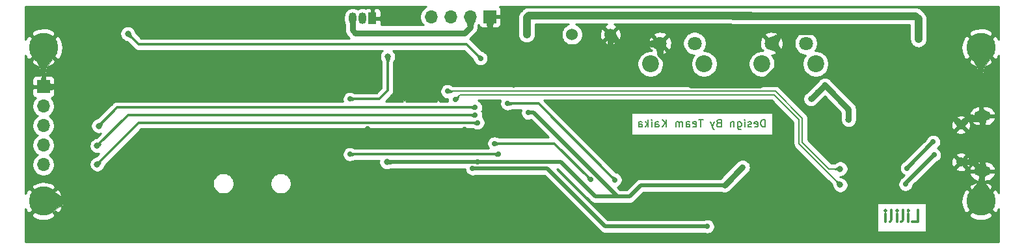
<source format=gbl>
%TF.GenerationSoftware,KiCad,Pcbnew,(5.1.9)-1*%
%TF.CreationDate,2020-12-28T18:37:18+08:00*%
%TF.ProjectId,kaika_clock_main,6b61696b-615f-4636-9c6f-636b5f6d6169,rev?*%
%TF.SameCoordinates,Original*%
%TF.FileFunction,Copper,L2,Bot*%
%TF.FilePolarity,Positive*%
%FSLAX46Y46*%
G04 Gerber Fmt 4.6, Leading zero omitted, Abs format (unit mm)*
G04 Created by KiCad (PCBNEW (5.1.9)-1) date 2020-12-28 18:37:18*
%MOMM*%
%LPD*%
G01*
G04 APERTURE LIST*
%TA.AperFunction,NonConductor*%
%ADD10C,0.300000*%
%TD*%
%TA.AperFunction,NonConductor*%
%ADD11C,0.200000*%
%TD*%
%TA.AperFunction,ComponentPad*%
%ADD12C,1.799996*%
%TD*%
%TA.AperFunction,ComponentPad*%
%ADD13C,2.199996*%
%TD*%
%TA.AperFunction,ComponentPad*%
%ADD14R,1.050000X1.500000*%
%TD*%
%TA.AperFunction,ComponentPad*%
%ADD15O,1.050000X1.500000*%
%TD*%
%TA.AperFunction,ComponentPad*%
%ADD16C,1.250010*%
%TD*%
%TA.AperFunction,ComponentPad*%
%ADD17O,2.199996X1.299997*%
%TD*%
%TA.AperFunction,ComponentPad*%
%ADD18C,1.524000*%
%TD*%
%TA.AperFunction,ComponentPad*%
%ADD19C,3.800000*%
%TD*%
%TA.AperFunction,ComponentPad*%
%ADD20O,1.700000X1.700000*%
%TD*%
%TA.AperFunction,ComponentPad*%
%ADD21R,1.700000X1.700000*%
%TD*%
%TA.AperFunction,ViaPad*%
%ADD22C,0.800000*%
%TD*%
%TA.AperFunction,ViaPad*%
%ADD23C,0.700000*%
%TD*%
%TA.AperFunction,Conductor*%
%ADD24C,0.800000*%
%TD*%
%TA.AperFunction,Conductor*%
%ADD25C,0.350000*%
%TD*%
%TA.AperFunction,Conductor*%
%ADD26C,0.500000*%
%TD*%
%TA.AperFunction,Conductor*%
%ADD27C,0.250000*%
%TD*%
%TA.AperFunction,Conductor*%
%ADD28C,1.000000*%
%TD*%
%TA.AperFunction,Conductor*%
%ADD29C,0.300000*%
%TD*%
%TA.AperFunction,Conductor*%
%ADD30C,0.200000*%
%TD*%
%TA.AperFunction,Conductor*%
%ADD31C,0.025400*%
%TD*%
%TA.AperFunction,Conductor*%
%ADD32C,0.100000*%
%TD*%
%TA.AperFunction,Conductor*%
%ADD33C,0.254000*%
%TD*%
G04 APERTURE END LIST*
D10*
X216092857Y-128678571D02*
X216807142Y-128678571D01*
X216807142Y-127178571D01*
X215592857Y-128678571D02*
X215592857Y-127678571D01*
X215592857Y-127178571D02*
X215664285Y-127250000D01*
X215592857Y-127321428D01*
X215521428Y-127250000D01*
X215592857Y-127178571D01*
X215592857Y-127321428D01*
X214664285Y-128678571D02*
X214807142Y-128607142D01*
X214878571Y-128464285D01*
X214878571Y-127178571D01*
X214092857Y-128678571D02*
X214092857Y-127678571D01*
X214092857Y-127178571D02*
X214164285Y-127250000D01*
X214092857Y-127321428D01*
X214021428Y-127250000D01*
X214092857Y-127178571D01*
X214092857Y-127321428D01*
X213164285Y-128678571D02*
X213307142Y-128607142D01*
X213378571Y-128464285D01*
X213378571Y-127178571D01*
X212592857Y-128678571D02*
X212592857Y-127678571D01*
X212592857Y-127178571D02*
X212664285Y-127250000D01*
X212592857Y-127321428D01*
X212521428Y-127250000D01*
X212592857Y-127178571D01*
X212592857Y-127321428D01*
D11*
X196938095Y-116352380D02*
X196938095Y-115352380D01*
X196700000Y-115352380D01*
X196557142Y-115400000D01*
X196461904Y-115495238D01*
X196414285Y-115590476D01*
X196366666Y-115780952D01*
X196366666Y-115923809D01*
X196414285Y-116114285D01*
X196461904Y-116209523D01*
X196557142Y-116304761D01*
X196700000Y-116352380D01*
X196938095Y-116352380D01*
X195557142Y-116304761D02*
X195652380Y-116352380D01*
X195842857Y-116352380D01*
X195938095Y-116304761D01*
X195985714Y-116209523D01*
X195985714Y-115828571D01*
X195938095Y-115733333D01*
X195842857Y-115685714D01*
X195652380Y-115685714D01*
X195557142Y-115733333D01*
X195509523Y-115828571D01*
X195509523Y-115923809D01*
X195985714Y-116019047D01*
X195128571Y-116304761D02*
X195033333Y-116352380D01*
X194842857Y-116352380D01*
X194747619Y-116304761D01*
X194700000Y-116209523D01*
X194700000Y-116161904D01*
X194747619Y-116066666D01*
X194842857Y-116019047D01*
X194985714Y-116019047D01*
X195080952Y-115971428D01*
X195128571Y-115876190D01*
X195128571Y-115828571D01*
X195080952Y-115733333D01*
X194985714Y-115685714D01*
X194842857Y-115685714D01*
X194747619Y-115733333D01*
X194271428Y-116352380D02*
X194271428Y-115685714D01*
X194271428Y-115352380D02*
X194319047Y-115400000D01*
X194271428Y-115447619D01*
X194223809Y-115400000D01*
X194271428Y-115352380D01*
X194271428Y-115447619D01*
X193366666Y-115685714D02*
X193366666Y-116495238D01*
X193414285Y-116590476D01*
X193461904Y-116638095D01*
X193557142Y-116685714D01*
X193700000Y-116685714D01*
X193795238Y-116638095D01*
X193366666Y-116304761D02*
X193461904Y-116352380D01*
X193652380Y-116352380D01*
X193747619Y-116304761D01*
X193795238Y-116257142D01*
X193842857Y-116161904D01*
X193842857Y-115876190D01*
X193795238Y-115780952D01*
X193747619Y-115733333D01*
X193652380Y-115685714D01*
X193461904Y-115685714D01*
X193366666Y-115733333D01*
X192890476Y-115685714D02*
X192890476Y-116352380D01*
X192890476Y-115780952D02*
X192842857Y-115733333D01*
X192747619Y-115685714D01*
X192604761Y-115685714D01*
X192509523Y-115733333D01*
X192461904Y-115828571D01*
X192461904Y-116352380D01*
X190890476Y-115828571D02*
X190747619Y-115876190D01*
X190700000Y-115923809D01*
X190652380Y-116019047D01*
X190652380Y-116161904D01*
X190700000Y-116257142D01*
X190747619Y-116304761D01*
X190842857Y-116352380D01*
X191223809Y-116352380D01*
X191223809Y-115352380D01*
X190890476Y-115352380D01*
X190795238Y-115400000D01*
X190747619Y-115447619D01*
X190700000Y-115542857D01*
X190700000Y-115638095D01*
X190747619Y-115733333D01*
X190795238Y-115780952D01*
X190890476Y-115828571D01*
X191223809Y-115828571D01*
X190319047Y-115685714D02*
X190080952Y-116352380D01*
X189842857Y-115685714D02*
X190080952Y-116352380D01*
X190176190Y-116590476D01*
X190223809Y-116638095D01*
X190319047Y-116685714D01*
X188842857Y-115352380D02*
X188271428Y-115352380D01*
X188557142Y-116352380D02*
X188557142Y-115352380D01*
X187557142Y-116304761D02*
X187652380Y-116352380D01*
X187842857Y-116352380D01*
X187938095Y-116304761D01*
X187985714Y-116209523D01*
X187985714Y-115828571D01*
X187938095Y-115733333D01*
X187842857Y-115685714D01*
X187652380Y-115685714D01*
X187557142Y-115733333D01*
X187509523Y-115828571D01*
X187509523Y-115923809D01*
X187985714Y-116019047D01*
X186652380Y-116352380D02*
X186652380Y-115828571D01*
X186700000Y-115733333D01*
X186795238Y-115685714D01*
X186985714Y-115685714D01*
X187080952Y-115733333D01*
X186652380Y-116304761D02*
X186747619Y-116352380D01*
X186985714Y-116352380D01*
X187080952Y-116304761D01*
X187128571Y-116209523D01*
X187128571Y-116114285D01*
X187080952Y-116019047D01*
X186985714Y-115971428D01*
X186747619Y-115971428D01*
X186652380Y-115923809D01*
X186176190Y-116352380D02*
X186176190Y-115685714D01*
X186176190Y-115780952D02*
X186128571Y-115733333D01*
X186033333Y-115685714D01*
X185890476Y-115685714D01*
X185795238Y-115733333D01*
X185747619Y-115828571D01*
X185747619Y-116352380D01*
X185747619Y-115828571D02*
X185700000Y-115733333D01*
X185604761Y-115685714D01*
X185461904Y-115685714D01*
X185366666Y-115733333D01*
X185319047Y-115828571D01*
X185319047Y-116352380D01*
X184080952Y-116352380D02*
X184080952Y-115352380D01*
X183509523Y-116352380D02*
X183938095Y-115780952D01*
X183509523Y-115352380D02*
X184080952Y-115923809D01*
X182652380Y-116352380D02*
X182652380Y-115828571D01*
X182700000Y-115733333D01*
X182795238Y-115685714D01*
X182985714Y-115685714D01*
X183080952Y-115733333D01*
X182652380Y-116304761D02*
X182747619Y-116352380D01*
X182985714Y-116352380D01*
X183080952Y-116304761D01*
X183128571Y-116209523D01*
X183128571Y-116114285D01*
X183080952Y-116019047D01*
X182985714Y-115971428D01*
X182747619Y-115971428D01*
X182652380Y-115923809D01*
X182176190Y-116352380D02*
X182176190Y-115685714D01*
X182176190Y-115352380D02*
X182223809Y-115400000D01*
X182176190Y-115447619D01*
X182128571Y-115400000D01*
X182176190Y-115352380D01*
X182176190Y-115447619D01*
X181700000Y-116352380D02*
X181700000Y-115352380D01*
X181604761Y-115971428D02*
X181319047Y-116352380D01*
X181319047Y-115685714D02*
X181700000Y-116066666D01*
X180461904Y-116352380D02*
X180461904Y-115828571D01*
X180509523Y-115733333D01*
X180604761Y-115685714D01*
X180795238Y-115685714D01*
X180890476Y-115733333D01*
X180461904Y-116304761D02*
X180557142Y-116352380D01*
X180795238Y-116352380D01*
X180890476Y-116304761D01*
X180938095Y-116209523D01*
X180938095Y-116114285D01*
X180890476Y-116019047D01*
X180795238Y-115971428D01*
X180557142Y-115971428D01*
X180461904Y-115923809D01*
D12*
%TO.P,SW1,1*%
%TO.N,KEY1*%
X202250084Y-105450092D03*
%TO.P,SW1,2*%
%TO.N,GND*%
X197749966Y-105450092D03*
D13*
%TO.P,SW1,3*%
%TO.N,N/C*%
X203500018Y-108150112D03*
%TO.P,SW1,4*%
X196500032Y-108150112D03*
%TD*%
D14*
%TO.P,U6,1*%
%TO.N,GND*%
X145800000Y-102200000D03*
D15*
%TO.P,U6,3*%
%TO.N,+3V3*%
X143260000Y-102200000D03*
%TO.P,U6,2*%
%TO.N,DS18B20*%
X144530000Y-102200000D03*
%TD*%
D16*
%TO.P,P1,0*%
%TO.N,GND*%
X222407318Y-116069220D03*
X222407318Y-120910460D03*
D17*
X225207414Y-122099942D03*
X225207414Y-114900058D03*
%TD*%
D18*
%TO.P,R6,1*%
%TO.N,GND*%
X176800122Y-104300000D03*
%TO.P,R6,2*%
%TO.N,Net-(R6-Pad2)*%
X171800132Y-104300000D03*
%TD*%
D19*
%TO.P,H4,1*%
%TO.N,GND*%
X103000000Y-126000000D03*
%TD*%
%TO.P,H3,1*%
%TO.N,GND*%
X225000000Y-126000000D03*
%TD*%
%TO.P,H2,1*%
%TO.N,GND*%
X225000000Y-106000000D03*
%TD*%
%TO.P,H1,1*%
%TO.N,GND*%
X103000000Y-106000000D03*
%TD*%
D12*
%TO.P,SW3,1*%
%TO.N,KEY2*%
X187750084Y-105450092D03*
%TO.P,SW3,2*%
%TO.N,GND*%
X183249966Y-105450092D03*
D13*
%TO.P,SW3,3*%
%TO.N,N/C*%
X189000018Y-108150112D03*
%TO.P,SW3,4*%
X182000032Y-108150112D03*
%TD*%
D20*
%TO.P,J6,5*%
%TO.N,SPI1_SCK*%
X103000000Y-121260000D03*
%TO.P,J6,4*%
%TO.N,SPI1_MOSI*%
X103000000Y-118720000D03*
%TO.P,J6,3*%
%TO.N,SPI1_CS*%
X103000000Y-116180000D03*
%TO.P,J6,2*%
%TO.N,+3V3*%
X103000000Y-113640000D03*
D21*
%TO.P,J6,1*%
%TO.N,GND*%
X103000000Y-111100000D03*
%TD*%
D20*
%TO.P,J1,4*%
%TO.N,SWCLK*%
X153480000Y-102000000D03*
%TO.P,J1,3*%
%TO.N,SWDIO*%
X156020000Y-102000000D03*
%TO.P,J1,2*%
%TO.N,+3V3*%
X158560000Y-102000000D03*
D21*
%TO.P,J1,1*%
%TO.N,GND*%
X161100000Y-102000000D03*
%TD*%
D22*
%TO.N,GND*%
X139700000Y-110900000D03*
D23*
X154700000Y-112700000D03*
D22*
X211191434Y-111000000D03*
X211191434Y-112904282D03*
X211191434Y-114808564D03*
D23*
X149700000Y-112700000D03*
D22*
X145700000Y-110900000D03*
X139700000Y-118000000D03*
X131100000Y-112000000D03*
D23*
X145200000Y-116600000D03*
D22*
X183200000Y-125700000D03*
X182500000Y-126400000D03*
X194600000Y-125400000D03*
X196800000Y-125400000D03*
D23*
X164200000Y-110800000D03*
X150200000Y-108800000D03*
X150200000Y-109900000D03*
X150200000Y-107800000D03*
X157850000Y-116650000D03*
D22*
X118200000Y-126000000D03*
X113800000Y-126000000D03*
%TO.N,+3V3*%
X207800000Y-115400000D03*
X207800000Y-114200000D03*
X165900000Y-102800000D03*
X147700000Y-120900000D03*
D23*
X154300000Y-104100000D03*
X159500000Y-120900000D03*
D22*
X192800000Y-101900000D03*
X216900000Y-103600000D03*
X216900000Y-104900000D03*
D23*
X166100000Y-114500000D03*
X191650000Y-123950000D03*
D22*
X165900000Y-104300000D03*
X193900000Y-101900000D03*
X195100000Y-101900000D03*
X216900000Y-102300000D03*
X203800000Y-111800000D03*
X204700000Y-110900000D03*
X202900000Y-112700000D03*
D23*
X192400000Y-123200000D03*
X193200000Y-122400000D03*
X194000000Y-121600000D03*
%TO.N,RESET*%
X158852121Y-121752121D03*
X189400000Y-129300000D03*
D22*
%TO.N,SPI1_SCK*%
X110000000Y-121200000D03*
D23*
X159500000Y-115800000D03*
%TO.N,SPI1_CS*%
X159200000Y-113800000D03*
D22*
X110200000Y-116200000D03*
D23*
%TO.N,SPI1_MOSI*%
X159200000Y-114800000D03*
D22*
X110000000Y-118800000D03*
D23*
%TO.N,BOOT0*%
X161700000Y-118500000D03*
X174195000Y-123205000D03*
%TO.N,BOOT1*%
X163400000Y-113300000D03*
X177370000Y-123230000D03*
D22*
%TO.N,USB_D-*%
X206700000Y-123900000D03*
D23*
X156600000Y-112800000D03*
%TO.N,USB_D+*%
X155600000Y-111700000D03*
D22*
X206700000Y-121800000D03*
%TO.N,DS18B20*%
X147800000Y-107200000D03*
D23*
X142900000Y-112700000D03*
X142900000Y-119900000D03*
X162200000Y-119900000D03*
%TO.N,RUN_LED*%
X159900000Y-107400000D03*
D22*
X114000000Y-104200000D03*
D23*
%TO.N,Net-(P1-Pad2)*%
X218900000Y-120000000D03*
X215200000Y-123800000D03*
%TO.N,Net-(P1-Pad3)*%
X218800000Y-118300000D03*
X215400000Y-121700000D03*
%TD*%
D24*
%TO.N,GND*%
X204141527Y-103950093D02*
X211191434Y-111000000D01*
X199249965Y-103950093D02*
X204141527Y-103950093D01*
X197749966Y-105450092D02*
X199249965Y-103950093D01*
X198649963Y-108516181D02*
X196266144Y-110900000D01*
X198649963Y-106350089D02*
X198649963Y-108516181D01*
X197749966Y-105450092D02*
X198649963Y-106350089D01*
X196266144Y-110900000D02*
X187300000Y-110900000D01*
X183249966Y-106849966D02*
X183249966Y-105450092D01*
X187300000Y-110900000D02*
X183249966Y-106849966D01*
D25*
X149700000Y-112700000D02*
X154700000Y-112700000D01*
D24*
X139700000Y-110900000D02*
X145700000Y-110900000D01*
X132200000Y-110900000D02*
X131100000Y-112000000D01*
X139700000Y-110900000D02*
X132200000Y-110900000D01*
X131100000Y-112000000D02*
X110300000Y-112000000D01*
X109400000Y-111100000D02*
X103000000Y-111100000D01*
X110300000Y-112000000D02*
X109400000Y-111100000D01*
D26*
X143800000Y-118000000D02*
X145200000Y-116600000D01*
X139700000Y-118000000D02*
X143800000Y-118000000D01*
D24*
X164200000Y-108700000D02*
X164200000Y-110800000D01*
X150200000Y-107800000D02*
X150200000Y-109900000D01*
X150200000Y-109900000D02*
X174400000Y-109900000D01*
X176800122Y-104300000D02*
X178000122Y-105500000D01*
X183200058Y-105500000D02*
X183249966Y-105450092D01*
X178000122Y-105500000D02*
X183200058Y-105500000D01*
X176800122Y-104300000D02*
X176800122Y-107499878D01*
X176800122Y-107499878D02*
X174400000Y-109900000D01*
D26*
X182500000Y-126400000D02*
X183200000Y-125700000D01*
X183500000Y-125400000D02*
X183200000Y-125700000D01*
X192000000Y-125400000D02*
X183500000Y-125400000D01*
D24*
X161100000Y-105400000D02*
X164200000Y-108500000D01*
X161100000Y-102000000D02*
X161100000Y-105400000D01*
X211191434Y-114808564D02*
X211191434Y-111000000D01*
X221146662Y-114808564D02*
X222407318Y-116069220D01*
X211191434Y-114808564D02*
X221146662Y-114808564D01*
X222407318Y-116069220D02*
X223200000Y-115276538D01*
X224830934Y-115276538D02*
X225207414Y-114900058D01*
X223200000Y-115276538D02*
X224830934Y-115276538D01*
X224017932Y-120910460D02*
X225207414Y-122099942D01*
X222407318Y-120910460D02*
X224017932Y-120910460D01*
D26*
X192000000Y-125400000D02*
X194600000Y-125400000D01*
X196800000Y-125400000D02*
X194600000Y-125400000D01*
X225207414Y-125792586D02*
X225000000Y-126000000D01*
X225207414Y-122099942D02*
X225207414Y-125792586D01*
X225000000Y-114692644D02*
X225207414Y-114900058D01*
X225000000Y-106000000D02*
X225000000Y-114692644D01*
X103000000Y-106000000D02*
X103000000Y-111100000D01*
X118200000Y-126000000D02*
X103000000Y-126000000D01*
D24*
X225207414Y-114900058D02*
X225207414Y-122099942D01*
D26*
%TO.N,+3V3*%
X147700000Y-120900000D02*
X159500000Y-120900000D01*
X166100000Y-114500000D02*
X166800000Y-114500000D01*
X166800000Y-114500000D02*
X177700000Y-125400000D01*
D27*
X191605001Y-123905001D02*
X191650000Y-123950000D01*
D28*
X216900000Y-102300000D02*
X216900000Y-104900000D01*
X192800000Y-101900000D02*
X193900000Y-101900000D01*
X195100000Y-101900000D02*
X193900000Y-101900000D01*
X216500001Y-101900001D02*
X216900000Y-102300000D01*
X195100000Y-101900000D02*
X216500001Y-101900001D01*
X165900000Y-102800000D02*
X165900000Y-102100000D01*
X195037999Y-101837999D02*
X195100000Y-101900000D01*
X166162001Y-101837999D02*
X195037999Y-101837999D01*
X165900000Y-102100000D02*
X166162001Y-101837999D01*
D26*
X159500000Y-120900000D02*
X170300000Y-120900000D01*
X170300000Y-120900000D02*
X174800000Y-125400000D01*
X174800000Y-125400000D02*
X179300000Y-125400000D01*
X180750000Y-123950000D02*
X191650000Y-123950000D01*
X179300000Y-125400000D02*
X180750000Y-123950000D01*
X177700000Y-125400000D02*
X179300000Y-125400000D01*
D24*
X207800000Y-115400000D02*
X207800000Y-114200000D01*
X207800000Y-114000000D02*
X204700000Y-110900000D01*
D26*
X207800000Y-114200000D02*
X207800000Y-114000000D01*
D24*
X204700000Y-110900000D02*
X202900000Y-112700000D01*
D28*
X165900000Y-102800000D02*
X165900000Y-104300000D01*
D24*
X194000000Y-121600000D02*
X191650000Y-123950000D01*
X143260000Y-103750000D02*
X143260000Y-102200000D01*
X143610000Y-104100000D02*
X143260000Y-103750000D01*
X157800000Y-104100000D02*
X143610000Y-104100000D01*
X158560000Y-103340000D02*
X157800000Y-104100000D01*
X158560000Y-102000000D02*
X158560000Y-103340000D01*
D26*
%TO.N,RESET*%
X158852121Y-121752121D02*
X168552121Y-121752121D01*
X176100000Y-129300000D02*
X189400000Y-129300000D01*
X168552121Y-121752121D02*
X176100000Y-129300000D01*
D25*
%TO.N,SPI1_SCK*%
X115425001Y-115774999D02*
X110000000Y-121200000D01*
X158148001Y-115774999D02*
X115425001Y-115774999D01*
X158173002Y-115800000D02*
X158148001Y-115774999D01*
X159500000Y-115800000D02*
X158173002Y-115800000D01*
%TO.N,SPI1_CS*%
X112600000Y-113800000D02*
X110200000Y-116200000D01*
X159200000Y-113800000D02*
X112600000Y-113800000D01*
%TO.N,SPI1_MOSI*%
X114000000Y-114800000D02*
X110000000Y-118800000D01*
X159200000Y-114800000D02*
X114000000Y-114800000D01*
D29*
%TO.N,BOOT0*%
X169490000Y-118500000D02*
X174195000Y-123205000D01*
X161700000Y-118500000D02*
X169490000Y-118500000D01*
%TO.N,BOOT1*%
X167440000Y-113300000D02*
X177370000Y-123230000D01*
X163400000Y-113300000D02*
X167440000Y-113300000D01*
D30*
%TO.N,USB_D-*%
X157250000Y-112150000D02*
X156600000Y-112800000D01*
X201338105Y-115386691D02*
X198101414Y-112150000D01*
X201338105Y-118538105D02*
X201338105Y-115386691D01*
X198101414Y-112150000D02*
X157250000Y-112150000D01*
X206700000Y-123900000D02*
X201338105Y-118538105D01*
%TO.N,USB_D+*%
X206625000Y-121875000D02*
X206700000Y-121800000D01*
X198287797Y-111700000D02*
X155600000Y-111700000D01*
X201788096Y-115200299D02*
X198287797Y-111700000D01*
X201788096Y-118351699D02*
X201788096Y-115200299D01*
X205236397Y-121800000D02*
X201788096Y-118351699D01*
X206700000Y-121800000D02*
X205236397Y-121800000D01*
D25*
%TO.N,DS18B20*%
X162200000Y-119900000D02*
X142900000Y-119900000D01*
X147800000Y-111600000D02*
X147800000Y-107200000D01*
X146700000Y-112700000D02*
X147800000Y-111600000D01*
X142900000Y-112700000D02*
X146700000Y-112700000D01*
%TO.N,RUN_LED*%
X159900000Y-107400000D02*
X158100000Y-105600000D01*
X115400000Y-105600000D02*
X114000000Y-104200000D01*
X158100000Y-105600000D02*
X115400000Y-105600000D01*
D26*
%TO.N,Net-(P1-Pad2)*%
X215200000Y-123700000D02*
X215200000Y-123800000D01*
X218900000Y-120000000D02*
X215200000Y-123700000D01*
%TO.N,Net-(P1-Pad3)*%
X218800000Y-118300000D02*
X215400000Y-121700000D01*
%TD*%
D31*
%TO.N,GND*%
X198868697Y-104879694D02*
X198831565Y-104919480D01*
X198830964Y-104920173D01*
X198790320Y-104970576D01*
X198789741Y-104971353D01*
X198753953Y-105023403D01*
X198753413Y-105024259D01*
X198722484Y-105077958D01*
X198722000Y-105078885D01*
X198695927Y-105134231D01*
X198695514Y-105135213D01*
X198674300Y-105192207D01*
X198673969Y-105193225D01*
X198657611Y-105251867D01*
X198657369Y-105252900D01*
X198645870Y-105313190D01*
X198645717Y-105314215D01*
X198639074Y-105376152D01*
X198639007Y-105377150D01*
X198637488Y-105431281D01*
X197449748Y-105750310D01*
X197768777Y-104562570D01*
X197822907Y-104561050D01*
X197823905Y-104560983D01*
X197885842Y-104554341D01*
X197886868Y-104554188D01*
X197947158Y-104542688D01*
X197948190Y-104542446D01*
X198006832Y-104526089D01*
X198007850Y-104525758D01*
X198064844Y-104504543D01*
X198065826Y-104504130D01*
X198121172Y-104478058D01*
X198122099Y-104477574D01*
X198175798Y-104446644D01*
X198176654Y-104446104D01*
X198228705Y-104410317D01*
X198229482Y-104409738D01*
X198279884Y-104369093D01*
X198280577Y-104368492D01*
X198320364Y-104331361D01*
X198868697Y-104879694D01*
%TA.AperFunction,Conductor*%
D32*
G36*
X198868697Y-104879694D02*
G01*
X198831565Y-104919480D01*
X198830964Y-104920173D01*
X198790320Y-104970576D01*
X198789741Y-104971353D01*
X198753953Y-105023403D01*
X198753413Y-105024259D01*
X198722484Y-105077958D01*
X198722000Y-105078885D01*
X198695927Y-105134231D01*
X198695514Y-105135213D01*
X198674300Y-105192207D01*
X198673969Y-105193225D01*
X198657611Y-105251867D01*
X198657369Y-105252900D01*
X198645870Y-105313190D01*
X198645717Y-105314215D01*
X198639074Y-105376152D01*
X198639007Y-105377150D01*
X198637488Y-105431281D01*
X197449748Y-105750310D01*
X197768777Y-104562570D01*
X197822907Y-104561050D01*
X197823905Y-104560983D01*
X197885842Y-104554341D01*
X197886868Y-104554188D01*
X197947158Y-104542688D01*
X197948190Y-104542446D01*
X198006832Y-104526089D01*
X198007850Y-104525758D01*
X198064844Y-104504543D01*
X198065826Y-104504130D01*
X198121172Y-104478058D01*
X198122099Y-104477574D01*
X198175798Y-104446644D01*
X198176654Y-104446104D01*
X198228705Y-104410317D01*
X198229482Y-104409738D01*
X198279884Y-104369093D01*
X198280577Y-104368492D01*
X198320364Y-104331361D01*
X198868697Y-104879694D01*
G37*
%TD.AperFunction*%
%TD*%
D31*
%TO.N,GND*%
X198637488Y-105468903D02*
X198639007Y-105523033D01*
X198639074Y-105524031D01*
X198645717Y-105585968D01*
X198645870Y-105586993D01*
X198657369Y-105647283D01*
X198657611Y-105648316D01*
X198673969Y-105706958D01*
X198674300Y-105707976D01*
X198695514Y-105764970D01*
X198695927Y-105765952D01*
X198722000Y-105821298D01*
X198722484Y-105822225D01*
X198753413Y-105875924D01*
X198753953Y-105876780D01*
X198789741Y-105928831D01*
X198790320Y-105929608D01*
X198830964Y-105980010D01*
X198831565Y-105980703D01*
X198868697Y-106020490D01*
X198320364Y-106568823D01*
X198280577Y-106531691D01*
X198279884Y-106531090D01*
X198229482Y-106490446D01*
X198228705Y-106489867D01*
X198176654Y-106454079D01*
X198175798Y-106453539D01*
X198122099Y-106422610D01*
X198121172Y-106422126D01*
X198065826Y-106396053D01*
X198064844Y-106395640D01*
X198007850Y-106374425D01*
X198006832Y-106374094D01*
X197948190Y-106357737D01*
X197947157Y-106357495D01*
X197886867Y-106345996D01*
X197885842Y-106345843D01*
X197823905Y-106339200D01*
X197822907Y-106339133D01*
X197768777Y-106337614D01*
X197449748Y-105149874D01*
X198637488Y-105468903D01*
%TA.AperFunction,Conductor*%
D32*
G36*
X198637488Y-105468903D02*
G01*
X198639007Y-105523033D01*
X198639074Y-105524031D01*
X198645717Y-105585968D01*
X198645870Y-105586993D01*
X198657369Y-105647283D01*
X198657611Y-105648316D01*
X198673969Y-105706958D01*
X198674300Y-105707976D01*
X198695514Y-105764970D01*
X198695927Y-105765952D01*
X198722000Y-105821298D01*
X198722484Y-105822225D01*
X198753413Y-105875924D01*
X198753953Y-105876780D01*
X198789741Y-105928831D01*
X198790320Y-105929608D01*
X198830964Y-105980010D01*
X198831565Y-105980703D01*
X198868697Y-106020490D01*
X198320364Y-106568823D01*
X198280577Y-106531691D01*
X198279884Y-106531090D01*
X198229482Y-106490446D01*
X198228705Y-106489867D01*
X198176654Y-106454079D01*
X198175798Y-106453539D01*
X198122099Y-106422610D01*
X198121172Y-106422126D01*
X198065826Y-106396053D01*
X198064844Y-106395640D01*
X198007850Y-106374425D01*
X198006832Y-106374094D01*
X197948190Y-106357737D01*
X197947157Y-106357495D01*
X197886867Y-106345996D01*
X197885842Y-106345843D01*
X197823905Y-106339200D01*
X197822907Y-106339133D01*
X197768777Y-106337614D01*
X197449748Y-105149874D01*
X198637488Y-105468903D01*
G37*
%TD.AperFunction*%
%TD*%
D31*
%TO.N,GND*%
X183864237Y-106090967D02*
X183827035Y-106130317D01*
X183826377Y-106131070D01*
X183787277Y-106179563D01*
X183786660Y-106180396D01*
X183752160Y-106231159D01*
X183751601Y-106232061D01*
X183721701Y-106285093D01*
X183721215Y-106286047D01*
X183695916Y-106341349D01*
X183695514Y-106342335D01*
X183674814Y-106399907D01*
X183674501Y-106400904D01*
X183658401Y-106460745D01*
X183658177Y-106461733D01*
X183646677Y-106523844D01*
X183646537Y-106524803D01*
X183639637Y-106589183D01*
X183639573Y-106590098D01*
X183637697Y-106644487D01*
X182862235Y-106644487D01*
X182860358Y-106590098D01*
X182860294Y-106589183D01*
X182853394Y-106524803D01*
X182853254Y-106523844D01*
X182841754Y-106461733D01*
X182841530Y-106460745D01*
X182825430Y-106400904D01*
X182825117Y-106399907D01*
X182804418Y-106342335D01*
X182804016Y-106341349D01*
X182778716Y-106286047D01*
X182778230Y-106285093D01*
X182748330Y-106232061D01*
X182747771Y-106231159D01*
X182713271Y-106180396D01*
X182712654Y-106179563D01*
X182673554Y-106131070D01*
X182672896Y-106130317D01*
X182635695Y-106090967D01*
X183249966Y-105025519D01*
X183864237Y-106090967D01*
%TA.AperFunction,Conductor*%
D32*
G36*
X183864237Y-106090967D02*
G01*
X183827035Y-106130317D01*
X183826377Y-106131070D01*
X183787277Y-106179563D01*
X183786660Y-106180396D01*
X183752160Y-106231159D01*
X183751601Y-106232061D01*
X183721701Y-106285093D01*
X183721215Y-106286047D01*
X183695916Y-106341349D01*
X183695514Y-106342335D01*
X183674814Y-106399907D01*
X183674501Y-106400904D01*
X183658401Y-106460745D01*
X183658177Y-106461733D01*
X183646677Y-106523844D01*
X183646537Y-106524803D01*
X183639637Y-106589183D01*
X183639573Y-106590098D01*
X183637697Y-106644487D01*
X182862235Y-106644487D01*
X182860358Y-106590098D01*
X182860294Y-106589183D01*
X182853394Y-106524803D01*
X182853254Y-106523844D01*
X182841754Y-106461733D01*
X182841530Y-106460745D01*
X182825430Y-106400904D01*
X182825117Y-106399907D01*
X182804418Y-106342335D01*
X182804016Y-106341349D01*
X182778716Y-106286047D01*
X182778230Y-106285093D01*
X182748330Y-106232061D01*
X182747771Y-106231159D01*
X182713271Y-106180396D01*
X182712654Y-106179563D01*
X182673554Y-106131070D01*
X182672896Y-106130317D01*
X182635695Y-106090967D01*
X183249966Y-105025519D01*
X183864237Y-106090967D01*
G37*
%TD.AperFunction*%
%TD*%
D31*
%TO.N,GND*%
X154849574Y-112700000D02*
X154451803Y-112929330D01*
X154444265Y-112922369D01*
X154443303Y-112921564D01*
X154427546Y-112909664D01*
X154426533Y-112908974D01*
X154409419Y-112898474D01*
X154408391Y-112897907D01*
X154389921Y-112888807D01*
X154388906Y-112888360D01*
X154369079Y-112880660D01*
X154368101Y-112880326D01*
X154346917Y-112874026D01*
X154345995Y-112873789D01*
X154323456Y-112868889D01*
X154322598Y-112868733D01*
X154298701Y-112865233D01*
X154297914Y-112865143D01*
X154272662Y-112863043D01*
X154271943Y-112863003D01*
X154257700Y-112862629D01*
X154257700Y-112537371D01*
X154271943Y-112536996D01*
X154272662Y-112536956D01*
X154297914Y-112534856D01*
X154298701Y-112534766D01*
X154322598Y-112531266D01*
X154323456Y-112531110D01*
X154345995Y-112526210D01*
X154346917Y-112525973D01*
X154368101Y-112519673D01*
X154369079Y-112519339D01*
X154388906Y-112511639D01*
X154389921Y-112511192D01*
X154408391Y-112502092D01*
X154409419Y-112501525D01*
X154426533Y-112491025D01*
X154427546Y-112490335D01*
X154443303Y-112478435D01*
X154444265Y-112477630D01*
X154451802Y-112470670D01*
X154849574Y-112700000D01*
%TA.AperFunction,Conductor*%
D32*
G36*
X154849574Y-112700000D02*
G01*
X154451803Y-112929330D01*
X154444265Y-112922369D01*
X154443303Y-112921564D01*
X154427546Y-112909664D01*
X154426533Y-112908974D01*
X154409419Y-112898474D01*
X154408391Y-112897907D01*
X154389921Y-112888807D01*
X154388906Y-112888360D01*
X154369079Y-112880660D01*
X154368101Y-112880326D01*
X154346917Y-112874026D01*
X154345995Y-112873789D01*
X154323456Y-112868889D01*
X154322598Y-112868733D01*
X154298701Y-112865233D01*
X154297914Y-112865143D01*
X154272662Y-112863043D01*
X154271943Y-112863003D01*
X154257700Y-112862629D01*
X154257700Y-112537371D01*
X154271943Y-112536996D01*
X154272662Y-112536956D01*
X154297914Y-112534856D01*
X154298701Y-112534766D01*
X154322598Y-112531266D01*
X154323456Y-112531110D01*
X154345995Y-112526210D01*
X154346917Y-112525973D01*
X154368101Y-112519673D01*
X154369079Y-112519339D01*
X154388906Y-112511639D01*
X154389921Y-112511192D01*
X154408391Y-112502092D01*
X154409419Y-112501525D01*
X154426533Y-112491025D01*
X154427546Y-112490335D01*
X154443303Y-112478435D01*
X154444265Y-112477630D01*
X154451802Y-112470670D01*
X154849574Y-112700000D01*
G37*
%TD.AperFunction*%
%TD*%
D31*
%TO.N,GND*%
X149955734Y-112477630D02*
X149956696Y-112478435D01*
X149972453Y-112490335D01*
X149973466Y-112491025D01*
X149990580Y-112501525D01*
X149991608Y-112502092D01*
X150010078Y-112511192D01*
X150011093Y-112511639D01*
X150030920Y-112519339D01*
X150031898Y-112519673D01*
X150053082Y-112525973D01*
X150054004Y-112526210D01*
X150076543Y-112531110D01*
X150077401Y-112531266D01*
X150101298Y-112534766D01*
X150102085Y-112534856D01*
X150127337Y-112536956D01*
X150128056Y-112536996D01*
X150142300Y-112537371D01*
X150142300Y-112862629D01*
X150128057Y-112863003D01*
X150127337Y-112863043D01*
X150102085Y-112865143D01*
X150101298Y-112865233D01*
X150077401Y-112868733D01*
X150076543Y-112868889D01*
X150054004Y-112873789D01*
X150053082Y-112874026D01*
X150031898Y-112880326D01*
X150030920Y-112880660D01*
X150011093Y-112888360D01*
X150010078Y-112888807D01*
X149991608Y-112897907D01*
X149990580Y-112898474D01*
X149973466Y-112908974D01*
X149972453Y-112909664D01*
X149956696Y-112921564D01*
X149955733Y-112922369D01*
X149948196Y-112929330D01*
X149550426Y-112700000D01*
X149948197Y-112470670D01*
X149955734Y-112477630D01*
%TA.AperFunction,Conductor*%
D32*
G36*
X149955734Y-112477630D02*
G01*
X149956696Y-112478435D01*
X149972453Y-112490335D01*
X149973466Y-112491025D01*
X149990580Y-112501525D01*
X149991608Y-112502092D01*
X150010078Y-112511192D01*
X150011093Y-112511639D01*
X150030920Y-112519339D01*
X150031898Y-112519673D01*
X150053082Y-112525973D01*
X150054004Y-112526210D01*
X150076543Y-112531110D01*
X150077401Y-112531266D01*
X150101298Y-112534766D01*
X150102085Y-112534856D01*
X150127337Y-112536956D01*
X150128056Y-112536996D01*
X150142300Y-112537371D01*
X150142300Y-112862629D01*
X150128057Y-112863003D01*
X150127337Y-112863043D01*
X150102085Y-112865143D01*
X150101298Y-112865233D01*
X150077401Y-112868733D01*
X150076543Y-112868889D01*
X150054004Y-112873789D01*
X150053082Y-112874026D01*
X150031898Y-112880326D01*
X150030920Y-112880660D01*
X150011093Y-112888360D01*
X150010078Y-112888807D01*
X149991608Y-112897907D01*
X149990580Y-112898474D01*
X149973466Y-112908974D01*
X149972453Y-112909664D01*
X149956696Y-112921564D01*
X149955733Y-112922369D01*
X149948196Y-112929330D01*
X149550426Y-112700000D01*
X149948197Y-112470670D01*
X149955734Y-112477630D01*
G37*
%TD.AperFunction*%
%TD*%
D31*
%TO.N,GND*%
X103637703Y-110551300D02*
X103638502Y-110551991D01*
X103680201Y-110585141D01*
X103681075Y-110585777D01*
X103725088Y-110615027D01*
X103726021Y-110615591D01*
X103772347Y-110640941D01*
X103773319Y-110641420D01*
X103821960Y-110662870D01*
X103822948Y-110663258D01*
X103873903Y-110680808D01*
X103874887Y-110681103D01*
X103928156Y-110694753D01*
X103929114Y-110694959D01*
X103984697Y-110704709D01*
X103985614Y-110704836D01*
X104043511Y-110710686D01*
X104044377Y-110710743D01*
X104092300Y-110712295D01*
X104092300Y-111487705D01*
X104044377Y-111489257D01*
X104043511Y-111489314D01*
X103985614Y-111495164D01*
X103984697Y-111495291D01*
X103929114Y-111505041D01*
X103928156Y-111505247D01*
X103874887Y-111518897D01*
X103873903Y-111519192D01*
X103822948Y-111536742D01*
X103821960Y-111537130D01*
X103773319Y-111558580D01*
X103772347Y-111559059D01*
X103726021Y-111584409D01*
X103725088Y-111584973D01*
X103681075Y-111614223D01*
X103680201Y-111614859D01*
X103638502Y-111648009D01*
X103637703Y-111648700D01*
X103605191Y-111679286D01*
X102600426Y-111100000D01*
X103605191Y-110520714D01*
X103637703Y-110551300D01*
%TA.AperFunction,Conductor*%
D32*
G36*
X103637703Y-110551300D02*
G01*
X103638502Y-110551991D01*
X103680201Y-110585141D01*
X103681075Y-110585777D01*
X103725088Y-110615027D01*
X103726021Y-110615591D01*
X103772347Y-110640941D01*
X103773319Y-110641420D01*
X103821960Y-110662870D01*
X103822948Y-110663258D01*
X103873903Y-110680808D01*
X103874887Y-110681103D01*
X103928156Y-110694753D01*
X103929114Y-110694959D01*
X103984697Y-110704709D01*
X103985614Y-110704836D01*
X104043511Y-110710686D01*
X104044377Y-110710743D01*
X104092300Y-110712295D01*
X104092300Y-111487705D01*
X104044377Y-111489257D01*
X104043511Y-111489314D01*
X103985614Y-111495164D01*
X103984697Y-111495291D01*
X103929114Y-111505041D01*
X103928156Y-111505247D01*
X103874887Y-111518897D01*
X103873903Y-111519192D01*
X103822948Y-111536742D01*
X103821960Y-111537130D01*
X103773319Y-111558580D01*
X103772347Y-111559059D01*
X103726021Y-111584409D01*
X103725088Y-111584973D01*
X103681075Y-111614223D01*
X103680201Y-111614859D01*
X103638502Y-111648009D01*
X103637703Y-111648700D01*
X103605191Y-111679286D01*
X102600426Y-111100000D01*
X103605191Y-110520714D01*
X103637703Y-110551300D01*
G37*
%TD.AperFunction*%
%TD*%
D31*
%TO.N,GND*%
X139985696Y-117735877D02*
X139988009Y-117737249D01*
X139999156Y-117742349D01*
X140000713Y-117742941D01*
X140015371Y-117747441D01*
X140016432Y-117747717D01*
X140034600Y-117751617D01*
X140035355Y-117751755D01*
X140057034Y-117755055D01*
X140057591Y-117755128D01*
X140082781Y-117757828D01*
X140083208Y-117757866D01*
X140111908Y-117759966D01*
X140112244Y-117759986D01*
X140144455Y-117761486D01*
X140144726Y-117761496D01*
X140180447Y-117762396D01*
X140180670Y-117762400D01*
X140207300Y-117762604D01*
X140207300Y-118237396D01*
X140180670Y-118237600D01*
X140180447Y-118237604D01*
X140144726Y-118238504D01*
X140144455Y-118238514D01*
X140112244Y-118240014D01*
X140111908Y-118240034D01*
X140083208Y-118242134D01*
X140082781Y-118242172D01*
X140057591Y-118244872D01*
X140057034Y-118244945D01*
X140035355Y-118248245D01*
X140034600Y-118248383D01*
X140016432Y-118252283D01*
X140015371Y-118252559D01*
X140000713Y-118257059D01*
X139999156Y-118257651D01*
X139988009Y-118262751D01*
X139985696Y-118264123D01*
X139984758Y-118264823D01*
X139525426Y-118000000D01*
X139984758Y-117735177D01*
X139985696Y-117735877D01*
%TA.AperFunction,Conductor*%
D32*
G36*
X139985696Y-117735877D02*
G01*
X139988009Y-117737249D01*
X139999156Y-117742349D01*
X140000713Y-117742941D01*
X140015371Y-117747441D01*
X140016432Y-117747717D01*
X140034600Y-117751617D01*
X140035355Y-117751755D01*
X140057034Y-117755055D01*
X140057591Y-117755128D01*
X140082781Y-117757828D01*
X140083208Y-117757866D01*
X140111908Y-117759966D01*
X140112244Y-117759986D01*
X140144455Y-117761486D01*
X140144726Y-117761496D01*
X140180447Y-117762396D01*
X140180670Y-117762400D01*
X140207300Y-117762604D01*
X140207300Y-118237396D01*
X140180670Y-118237600D01*
X140180447Y-118237604D01*
X140144726Y-118238504D01*
X140144455Y-118238514D01*
X140112244Y-118240014D01*
X140111908Y-118240034D01*
X140083208Y-118242134D01*
X140082781Y-118242172D01*
X140057591Y-118244872D01*
X140057034Y-118244945D01*
X140035355Y-118248245D01*
X140034600Y-118248383D01*
X140016432Y-118252283D01*
X140015371Y-118252559D01*
X140000713Y-118257059D01*
X139999156Y-118257651D01*
X139988009Y-118262751D01*
X139985696Y-118264123D01*
X139984758Y-118264823D01*
X139525426Y-118000000D01*
X139984758Y-117735177D01*
X139985696Y-117735877D01*
G37*
%TD.AperFunction*%
%TD*%
D31*
%TO.N,GND*%
X177549859Y-104317486D02*
X177551276Y-104345972D01*
X177551431Y-104347419D01*
X177557809Y-104385870D01*
X177558101Y-104387191D01*
X177568982Y-104426369D01*
X177569369Y-104427537D01*
X177584750Y-104467444D01*
X177585192Y-104468459D01*
X177605076Y-104509095D01*
X177605544Y-104509963D01*
X177629929Y-104551327D01*
X177630398Y-104552063D01*
X177659284Y-104594155D01*
X177659740Y-104594778D01*
X177693128Y-104637599D01*
X177693562Y-104638126D01*
X177731451Y-104681675D01*
X177731858Y-104682122D01*
X177765657Y-104717424D01*
X177217546Y-105265535D01*
X177182244Y-105231736D01*
X177181797Y-105231329D01*
X177138248Y-105193440D01*
X177137721Y-105193006D01*
X177094900Y-105159618D01*
X177094277Y-105159162D01*
X177052185Y-105130276D01*
X177051449Y-105129807D01*
X177010085Y-105105422D01*
X177009217Y-105104954D01*
X176968581Y-105085070D01*
X176967566Y-105084628D01*
X176927659Y-105069247D01*
X176926491Y-105068860D01*
X176887313Y-105057979D01*
X176885992Y-105057687D01*
X176847541Y-105051309D01*
X176846094Y-105051154D01*
X176817608Y-105049737D01*
X176548694Y-104048572D01*
X177549859Y-104317486D01*
%TA.AperFunction,Conductor*%
D32*
G36*
X177549859Y-104317486D02*
G01*
X177551276Y-104345972D01*
X177551431Y-104347419D01*
X177557809Y-104385870D01*
X177558101Y-104387191D01*
X177568982Y-104426369D01*
X177569369Y-104427537D01*
X177584750Y-104467444D01*
X177585192Y-104468459D01*
X177605076Y-104509095D01*
X177605544Y-104509963D01*
X177629929Y-104551327D01*
X177630398Y-104552063D01*
X177659284Y-104594155D01*
X177659740Y-104594778D01*
X177693128Y-104637599D01*
X177693562Y-104638126D01*
X177731451Y-104681675D01*
X177731858Y-104682122D01*
X177765657Y-104717424D01*
X177217546Y-105265535D01*
X177182244Y-105231736D01*
X177181797Y-105231329D01*
X177138248Y-105193440D01*
X177137721Y-105193006D01*
X177094900Y-105159618D01*
X177094277Y-105159162D01*
X177052185Y-105130276D01*
X177051449Y-105129807D01*
X177010085Y-105105422D01*
X177009217Y-105104954D01*
X176968581Y-105085070D01*
X176967566Y-105084628D01*
X176927659Y-105069247D01*
X176926491Y-105068860D01*
X176887313Y-105057979D01*
X176885992Y-105057687D01*
X176847541Y-105051309D01*
X176846094Y-105051154D01*
X176817608Y-105049737D01*
X176548694Y-104048572D01*
X177549859Y-104317486D01*
G37*
%TD.AperFunction*%
%TD*%
D31*
%TO.N,GND*%
X183674539Y-105450092D02*
X182608996Y-106064418D01*
X182569138Y-106027564D01*
X182568150Y-106026740D01*
X182518160Y-105989137D01*
X182517067Y-105988400D01*
X182463809Y-105956396D01*
X182462643Y-105955776D01*
X182406117Y-105929370D01*
X182404916Y-105928882D01*
X182345122Y-105908074D01*
X182343926Y-105907722D01*
X182280865Y-105892512D01*
X182279708Y-105892289D01*
X182213378Y-105882677D01*
X182212288Y-105882567D01*
X182142691Y-105878553D01*
X182141684Y-105878535D01*
X182068819Y-105880120D01*
X182067902Y-105880173D01*
X182005663Y-105886045D01*
X182005663Y-105110886D01*
X182071037Y-105100768D01*
X182071719Y-105100643D01*
X182144584Y-105085259D01*
X182145302Y-105085085D01*
X182214899Y-105066099D01*
X182215651Y-105065869D01*
X182281981Y-105043281D01*
X182282758Y-105042988D01*
X182345819Y-105016799D01*
X182346612Y-105016437D01*
X182406406Y-104986645D01*
X182407202Y-104986213D01*
X182463728Y-104952820D01*
X182464514Y-104952315D01*
X182517772Y-104915319D01*
X182518532Y-104914748D01*
X182568522Y-104874151D01*
X182569243Y-104873518D01*
X182609093Y-104835822D01*
X183674539Y-105450092D01*
%TA.AperFunction,Conductor*%
D32*
G36*
X183674539Y-105450092D02*
G01*
X182608996Y-106064418D01*
X182569138Y-106027564D01*
X182568150Y-106026740D01*
X182518160Y-105989137D01*
X182517067Y-105988400D01*
X182463809Y-105956396D01*
X182462643Y-105955776D01*
X182406117Y-105929370D01*
X182404916Y-105928882D01*
X182345122Y-105908074D01*
X182343926Y-105907722D01*
X182280865Y-105892512D01*
X182279708Y-105892289D01*
X182213378Y-105882677D01*
X182212288Y-105882567D01*
X182142691Y-105878553D01*
X182141684Y-105878535D01*
X182068819Y-105880120D01*
X182067902Y-105880173D01*
X182005663Y-105886045D01*
X182005663Y-105110886D01*
X182071037Y-105100768D01*
X182071719Y-105100643D01*
X182144584Y-105085259D01*
X182145302Y-105085085D01*
X182214899Y-105066099D01*
X182215651Y-105065869D01*
X182281981Y-105043281D01*
X182282758Y-105042988D01*
X182345819Y-105016799D01*
X182346612Y-105016437D01*
X182406406Y-104986645D01*
X182407202Y-104986213D01*
X182463728Y-104952820D01*
X182464514Y-104952315D01*
X182517772Y-104915319D01*
X182518532Y-104914748D01*
X182568522Y-104874151D01*
X182569243Y-104873518D01*
X182609093Y-104835822D01*
X183674539Y-105450092D01*
G37*
%TD.AperFunction*%
%TD*%
D31*
%TO.N,GND*%
X177317901Y-104842508D02*
X177298760Y-104863653D01*
X177297846Y-104864787D01*
X177275168Y-104896486D01*
X177274441Y-104897625D01*
X177254431Y-104933022D01*
X177253878Y-104934122D01*
X177236536Y-104973218D01*
X177236132Y-104974249D01*
X177221458Y-105017042D01*
X177221174Y-105017985D01*
X177209168Y-105064476D01*
X177208979Y-105065329D01*
X177199641Y-105115519D01*
X177199523Y-105116282D01*
X177192853Y-105170170D01*
X177192788Y-105170850D01*
X177188786Y-105228436D01*
X177188758Y-105229040D01*
X177187695Y-105277900D01*
X176412549Y-105277900D01*
X176411485Y-105229040D01*
X176411457Y-105228436D01*
X176407455Y-105170850D01*
X176407390Y-105170170D01*
X176400720Y-105116282D01*
X176400602Y-105115519D01*
X176391264Y-105065329D01*
X176391075Y-105064476D01*
X176379069Y-105017985D01*
X176378785Y-105017042D01*
X176364111Y-104974249D01*
X176363707Y-104973218D01*
X176346365Y-104934122D01*
X176345812Y-104933022D01*
X176325802Y-104897625D01*
X176325075Y-104896486D01*
X176302397Y-104864787D01*
X176301483Y-104863653D01*
X176282342Y-104842508D01*
X176800122Y-103944426D01*
X177317901Y-104842508D01*
%TA.AperFunction,Conductor*%
D32*
G36*
X177317901Y-104842508D02*
G01*
X177298760Y-104863653D01*
X177297846Y-104864787D01*
X177275168Y-104896486D01*
X177274441Y-104897625D01*
X177254431Y-104933022D01*
X177253878Y-104934122D01*
X177236536Y-104973218D01*
X177236132Y-104974249D01*
X177221458Y-105017042D01*
X177221174Y-105017985D01*
X177209168Y-105064476D01*
X177208979Y-105065329D01*
X177199641Y-105115519D01*
X177199523Y-105116282D01*
X177192853Y-105170170D01*
X177192788Y-105170850D01*
X177188786Y-105228436D01*
X177188758Y-105229040D01*
X177187695Y-105277900D01*
X176412549Y-105277900D01*
X176411485Y-105229040D01*
X176411457Y-105228436D01*
X176407455Y-105170850D01*
X176407390Y-105170170D01*
X176400720Y-105116282D01*
X176400602Y-105115519D01*
X176391264Y-105065329D01*
X176391075Y-105064476D01*
X176379069Y-105017985D01*
X176378785Y-105017042D01*
X176364111Y-104974249D01*
X176363707Y-104973218D01*
X176346365Y-104934122D01*
X176345812Y-104933022D01*
X176325802Y-104897625D01*
X176325075Y-104896486D01*
X176302397Y-104864787D01*
X176301483Y-104863653D01*
X176282342Y-104842508D01*
X176800122Y-103944426D01*
X177317901Y-104842508D01*
G37*
%TD.AperFunction*%
%TD*%
D31*
%TO.N,GND*%
X183185903Y-126088612D02*
X183184745Y-126088780D01*
X183182139Y-126089446D01*
X183170651Y-126093722D01*
X183169132Y-126094403D01*
X183155585Y-126101585D01*
X183154638Y-126102141D01*
X183139034Y-126112231D01*
X183138403Y-126112667D01*
X183120740Y-126125663D01*
X183120295Y-126126006D01*
X183100574Y-126141908D01*
X183100245Y-126142183D01*
X183078466Y-126160993D01*
X183078214Y-126161216D01*
X183054377Y-126182932D01*
X183054179Y-126183116D01*
X183028284Y-126207738D01*
X183028123Y-126207894D01*
X183009150Y-126226580D01*
X182673420Y-125890850D01*
X182692106Y-125871875D01*
X182692261Y-125871715D01*
X182716883Y-125845820D01*
X182717067Y-125845622D01*
X182738783Y-125821785D01*
X182739006Y-125821533D01*
X182757816Y-125799754D01*
X182758091Y-125799425D01*
X182773993Y-125779704D01*
X182774336Y-125779259D01*
X182787332Y-125761596D01*
X182787768Y-125760965D01*
X182797858Y-125745361D01*
X182798414Y-125744414D01*
X182805596Y-125730867D01*
X182806277Y-125729348D01*
X182810553Y-125717860D01*
X182811219Y-125715256D01*
X182811387Y-125714097D01*
X183323442Y-125576558D01*
X183185903Y-126088612D01*
%TA.AperFunction,Conductor*%
D32*
G36*
X183185903Y-126088612D02*
G01*
X183184745Y-126088780D01*
X183182139Y-126089446D01*
X183170651Y-126093722D01*
X183169132Y-126094403D01*
X183155585Y-126101585D01*
X183154638Y-126102141D01*
X183139034Y-126112231D01*
X183138403Y-126112667D01*
X183120740Y-126125663D01*
X183120295Y-126126006D01*
X183100574Y-126141908D01*
X183100245Y-126142183D01*
X183078466Y-126160993D01*
X183078214Y-126161216D01*
X183054377Y-126182932D01*
X183054179Y-126183116D01*
X183028284Y-126207738D01*
X183028123Y-126207894D01*
X183009150Y-126226580D01*
X182673420Y-125890850D01*
X182692106Y-125871875D01*
X182692261Y-125871715D01*
X182716883Y-125845820D01*
X182717067Y-125845622D01*
X182738783Y-125821785D01*
X182739006Y-125821533D01*
X182757816Y-125799754D01*
X182758091Y-125799425D01*
X182773993Y-125779704D01*
X182774336Y-125779259D01*
X182787332Y-125761596D01*
X182787768Y-125760965D01*
X182797858Y-125745361D01*
X182798414Y-125744414D01*
X182805596Y-125730867D01*
X182806277Y-125729348D01*
X182810553Y-125717860D01*
X182811219Y-125715256D01*
X182811387Y-125714097D01*
X183323442Y-125576558D01*
X183185903Y-126088612D01*
G37*
%TD.AperFunction*%
%TD*%
D31*
%TO.N,GND*%
X183026580Y-126209150D02*
X183007894Y-126228123D01*
X183007738Y-126228284D01*
X182983116Y-126254179D01*
X182982932Y-126254377D01*
X182961216Y-126278214D01*
X182960993Y-126278466D01*
X182942183Y-126300245D01*
X182941908Y-126300574D01*
X182926006Y-126320295D01*
X182925663Y-126320740D01*
X182912667Y-126338403D01*
X182912231Y-126339034D01*
X182902141Y-126354638D01*
X182901585Y-126355585D01*
X182894403Y-126369132D01*
X182893722Y-126370651D01*
X182889446Y-126382139D01*
X182888780Y-126384745D01*
X182888612Y-126385903D01*
X182376558Y-126523442D01*
X182514097Y-126011387D01*
X182515256Y-126011219D01*
X182517860Y-126010553D01*
X182529348Y-126006277D01*
X182530867Y-126005596D01*
X182544414Y-125998414D01*
X182545361Y-125997858D01*
X182560965Y-125987768D01*
X182561596Y-125987332D01*
X182579259Y-125974336D01*
X182579704Y-125973993D01*
X182599425Y-125958091D01*
X182599754Y-125957816D01*
X182621533Y-125939006D01*
X182621785Y-125938783D01*
X182645622Y-125917067D01*
X182645820Y-125916883D01*
X182671715Y-125892261D01*
X182671875Y-125892106D01*
X182690850Y-125873420D01*
X183026580Y-126209150D01*
%TA.AperFunction,Conductor*%
D32*
G36*
X183026580Y-126209150D02*
G01*
X183007894Y-126228123D01*
X183007738Y-126228284D01*
X182983116Y-126254179D01*
X182982932Y-126254377D01*
X182961216Y-126278214D01*
X182960993Y-126278466D01*
X182942183Y-126300245D01*
X182941908Y-126300574D01*
X182926006Y-126320295D01*
X182925663Y-126320740D01*
X182912667Y-126338403D01*
X182912231Y-126339034D01*
X182902141Y-126354638D01*
X182901585Y-126355585D01*
X182894403Y-126369132D01*
X182893722Y-126370651D01*
X182889446Y-126382139D01*
X182888780Y-126384745D01*
X182888612Y-126385903D01*
X182376558Y-126523442D01*
X182514097Y-126011387D01*
X182515256Y-126011219D01*
X182517860Y-126010553D01*
X182529348Y-126006277D01*
X182530867Y-126005596D01*
X182544414Y-125998414D01*
X182545361Y-125997858D01*
X182560965Y-125987768D01*
X182561596Y-125987332D01*
X182579259Y-125974336D01*
X182579704Y-125973993D01*
X182599425Y-125958091D01*
X182599754Y-125957816D01*
X182621533Y-125939006D01*
X182621785Y-125938783D01*
X182645622Y-125917067D01*
X182645820Y-125916883D01*
X182671715Y-125892261D01*
X182671875Y-125892106D01*
X182690850Y-125873420D01*
X183026580Y-126209150D01*
G37*
%TD.AperFunction*%
%TD*%
D31*
%TO.N,GND*%
X161679286Y-102605191D02*
X161648700Y-102637703D01*
X161648009Y-102638502D01*
X161614859Y-102680201D01*
X161614223Y-102681075D01*
X161584973Y-102725088D01*
X161584409Y-102726021D01*
X161559059Y-102772347D01*
X161558580Y-102773319D01*
X161537130Y-102821960D01*
X161536742Y-102822948D01*
X161519192Y-102873903D01*
X161518897Y-102874887D01*
X161505247Y-102928156D01*
X161505041Y-102929114D01*
X161495291Y-102984697D01*
X161495164Y-102985614D01*
X161489314Y-103043511D01*
X161489257Y-103044377D01*
X161487705Y-103092300D01*
X160712295Y-103092300D01*
X160710743Y-103044377D01*
X160710686Y-103043511D01*
X160704836Y-102985614D01*
X160704709Y-102984697D01*
X160694959Y-102929114D01*
X160694753Y-102928156D01*
X160681103Y-102874887D01*
X160680808Y-102873903D01*
X160663258Y-102822948D01*
X160662870Y-102821960D01*
X160641420Y-102773319D01*
X160640941Y-102772347D01*
X160615591Y-102726021D01*
X160615027Y-102725088D01*
X160585777Y-102681075D01*
X160585141Y-102680201D01*
X160551991Y-102638502D01*
X160551300Y-102637703D01*
X160520714Y-102605191D01*
X161100000Y-101600426D01*
X161679286Y-102605191D01*
%TA.AperFunction,Conductor*%
D32*
G36*
X161679286Y-102605191D02*
G01*
X161648700Y-102637703D01*
X161648009Y-102638502D01*
X161614859Y-102680201D01*
X161614223Y-102681075D01*
X161584973Y-102725088D01*
X161584409Y-102726021D01*
X161559059Y-102772347D01*
X161558580Y-102773319D01*
X161537130Y-102821960D01*
X161536742Y-102822948D01*
X161519192Y-102873903D01*
X161518897Y-102874887D01*
X161505247Y-102928156D01*
X161505041Y-102929114D01*
X161495291Y-102984697D01*
X161495164Y-102985614D01*
X161489314Y-103043511D01*
X161489257Y-103044377D01*
X161487705Y-103092300D01*
X160712295Y-103092300D01*
X160710743Y-103044377D01*
X160710686Y-103043511D01*
X160704836Y-102985614D01*
X160704709Y-102984697D01*
X160694959Y-102929114D01*
X160694753Y-102928156D01*
X160681103Y-102874887D01*
X160680808Y-102873903D01*
X160663258Y-102822948D01*
X160662870Y-102821960D01*
X160641420Y-102773319D01*
X160640941Y-102772347D01*
X160615591Y-102726021D01*
X160615027Y-102725088D01*
X160585777Y-102681075D01*
X160585141Y-102680201D01*
X160551991Y-102638502D01*
X160551300Y-102637703D01*
X160520714Y-102605191D01*
X161100000Y-101600426D01*
X161679286Y-102605191D01*
G37*
%TD.AperFunction*%
%TD*%
D31*
%TO.N,GND*%
X222151485Y-115265133D02*
X222151610Y-115265254D01*
X222192782Y-115304835D01*
X222192938Y-115304983D01*
X222230502Y-115339895D01*
X222230701Y-115340076D01*
X222264657Y-115370319D01*
X222264920Y-115370546D01*
X222295268Y-115396121D01*
X222295630Y-115396415D01*
X222322370Y-115417320D01*
X222322896Y-115417710D01*
X222346027Y-115433946D01*
X222346849Y-115434477D01*
X222366372Y-115446045D01*
X222367795Y-115446772D01*
X222383710Y-115453670D01*
X222386497Y-115454514D01*
X222390890Y-115455310D01*
X222610311Y-116272213D01*
X221793408Y-116052792D01*
X221792612Y-116048399D01*
X221791768Y-116045612D01*
X221784870Y-116029697D01*
X221784143Y-116028274D01*
X221772575Y-116008751D01*
X221772044Y-116007929D01*
X221755808Y-115984798D01*
X221755418Y-115984272D01*
X221734513Y-115957532D01*
X221734219Y-115957170D01*
X221708644Y-115926822D01*
X221708417Y-115926559D01*
X221678174Y-115892603D01*
X221677993Y-115892404D01*
X221643081Y-115854840D01*
X221642933Y-115854684D01*
X221603352Y-115813512D01*
X221603231Y-115813387D01*
X221567854Y-115777587D01*
X222115685Y-115229756D01*
X222151485Y-115265133D01*
%TA.AperFunction,Conductor*%
D32*
G36*
X222151485Y-115265133D02*
G01*
X222151610Y-115265254D01*
X222192782Y-115304835D01*
X222192938Y-115304983D01*
X222230502Y-115339895D01*
X222230701Y-115340076D01*
X222264657Y-115370319D01*
X222264920Y-115370546D01*
X222295268Y-115396121D01*
X222295630Y-115396415D01*
X222322370Y-115417320D01*
X222322896Y-115417710D01*
X222346027Y-115433946D01*
X222346849Y-115434477D01*
X222366372Y-115446045D01*
X222367795Y-115446772D01*
X222383710Y-115453670D01*
X222386497Y-115454514D01*
X222390890Y-115455310D01*
X222610311Y-116272213D01*
X221793408Y-116052792D01*
X221792612Y-116048399D01*
X221791768Y-116045612D01*
X221784870Y-116029697D01*
X221784143Y-116028274D01*
X221772575Y-116008751D01*
X221772044Y-116007929D01*
X221755808Y-115984798D01*
X221755418Y-115984272D01*
X221734513Y-115957532D01*
X221734219Y-115957170D01*
X221708644Y-115926822D01*
X221708417Y-115926559D01*
X221678174Y-115892603D01*
X221677993Y-115892404D01*
X221643081Y-115854840D01*
X221642933Y-115854684D01*
X221603352Y-115813512D01*
X221603231Y-115813387D01*
X221567854Y-115777587D01*
X222115685Y-115229756D01*
X222151485Y-115265133D01*
G37*
%TD.AperFunction*%
%TD*%
D31*
%TO.N,GND*%
X223246782Y-115777587D02*
X223211405Y-115813387D01*
X223211283Y-115813512D01*
X223171702Y-115854684D01*
X223171554Y-115854840D01*
X223136642Y-115892404D01*
X223136461Y-115892603D01*
X223106218Y-115926559D01*
X223105990Y-115926822D01*
X223080416Y-115957170D01*
X223080123Y-115957532D01*
X223059217Y-115984272D01*
X223058827Y-115984798D01*
X223042591Y-116007929D01*
X223042060Y-116008751D01*
X223030492Y-116028274D01*
X223029765Y-116029697D01*
X223022867Y-116045612D01*
X223022023Y-116048400D01*
X223021228Y-116052792D01*
X222204325Y-116272213D01*
X222423747Y-115455309D01*
X222428139Y-115454513D01*
X222430925Y-115453670D01*
X222446840Y-115446772D01*
X222448263Y-115446045D01*
X222467786Y-115434477D01*
X222468608Y-115433946D01*
X222491740Y-115417710D01*
X222492266Y-115417320D01*
X222519005Y-115396415D01*
X222519367Y-115396121D01*
X222549715Y-115370546D01*
X222549978Y-115370319D01*
X222583934Y-115340076D01*
X222584133Y-115339895D01*
X222621697Y-115304983D01*
X222621853Y-115304835D01*
X222663025Y-115265254D01*
X222663150Y-115265133D01*
X222698951Y-115229756D01*
X223246782Y-115777587D01*
%TA.AperFunction,Conductor*%
D32*
G36*
X223246782Y-115777587D02*
G01*
X223211405Y-115813387D01*
X223211283Y-115813512D01*
X223171702Y-115854684D01*
X223171554Y-115854840D01*
X223136642Y-115892404D01*
X223136461Y-115892603D01*
X223106218Y-115926559D01*
X223105990Y-115926822D01*
X223080416Y-115957170D01*
X223080123Y-115957532D01*
X223059217Y-115984272D01*
X223058827Y-115984798D01*
X223042591Y-116007929D01*
X223042060Y-116008751D01*
X223030492Y-116028274D01*
X223029765Y-116029697D01*
X223022867Y-116045612D01*
X223022023Y-116048400D01*
X223021228Y-116052792D01*
X222204325Y-116272213D01*
X222423747Y-115455309D01*
X222428139Y-115454513D01*
X222430925Y-115453670D01*
X222446840Y-115446772D01*
X222448263Y-115446045D01*
X222467786Y-115434477D01*
X222468608Y-115433946D01*
X222491740Y-115417710D01*
X222492266Y-115417320D01*
X222519005Y-115396415D01*
X222519367Y-115396121D01*
X222549715Y-115370546D01*
X222549978Y-115370319D01*
X222583934Y-115340076D01*
X222584133Y-115339895D01*
X222621697Y-115304983D01*
X222621853Y-115304835D01*
X222663025Y-115265254D01*
X222663150Y-115265133D01*
X222698951Y-115229756D01*
X223246782Y-115777587D01*
G37*
%TD.AperFunction*%
%TD*%
D31*
%TO.N,GND*%
X225506987Y-114900058D02*
X224742142Y-115341020D01*
X224730529Y-115336527D01*
X224728130Y-115335860D01*
X224725132Y-115335697D01*
X224694866Y-115337641D01*
X224692664Y-115337978D01*
X224649408Y-115348552D01*
X224648320Y-115348870D01*
X224592076Y-115368074D01*
X224591443Y-115368310D01*
X224522209Y-115396144D01*
X224521798Y-115396317D01*
X224439574Y-115432780D01*
X224439286Y-115432912D01*
X224344074Y-115478004D01*
X224343862Y-115478107D01*
X224235660Y-115531829D01*
X224235498Y-115531911D01*
X224114306Y-115594263D01*
X224114177Y-115594330D01*
X223998636Y-115655452D01*
X223998636Y-114884132D01*
X224126126Y-114815645D01*
X224126165Y-114815624D01*
X224247357Y-114749972D01*
X224247406Y-114749945D01*
X224355608Y-114690723D01*
X224355668Y-114690690D01*
X224450880Y-114637898D01*
X224450960Y-114637854D01*
X224533184Y-114591492D01*
X224533291Y-114591430D01*
X224602525Y-114551497D01*
X224602679Y-114551407D01*
X224658923Y-114517903D01*
X224659162Y-114517757D01*
X224702418Y-114490683D01*
X224702836Y-114490410D01*
X224733102Y-114469766D01*
X224734015Y-114469081D01*
X224744500Y-114460455D01*
X225506987Y-114900058D01*
%TA.AperFunction,Conductor*%
D32*
G36*
X225506987Y-114900058D02*
G01*
X224742142Y-115341020D01*
X224730529Y-115336527D01*
X224728130Y-115335860D01*
X224725132Y-115335697D01*
X224694866Y-115337641D01*
X224692664Y-115337978D01*
X224649408Y-115348552D01*
X224648320Y-115348870D01*
X224592076Y-115368074D01*
X224591443Y-115368310D01*
X224522209Y-115396144D01*
X224521798Y-115396317D01*
X224439574Y-115432780D01*
X224439286Y-115432912D01*
X224344074Y-115478004D01*
X224343862Y-115478107D01*
X224235660Y-115531829D01*
X224235498Y-115531911D01*
X224114306Y-115594263D01*
X224114177Y-115594330D01*
X223998636Y-115655452D01*
X223998636Y-114884132D01*
X224126126Y-114815645D01*
X224126165Y-114815624D01*
X224247357Y-114749972D01*
X224247406Y-114749945D01*
X224355608Y-114690723D01*
X224355668Y-114690690D01*
X224450880Y-114637898D01*
X224450960Y-114637854D01*
X224533184Y-114591492D01*
X224533291Y-114591430D01*
X224602525Y-114551497D01*
X224602679Y-114551407D01*
X224658923Y-114517903D01*
X224659162Y-114517757D01*
X224702418Y-114490683D01*
X224702836Y-114490410D01*
X224733102Y-114469766D01*
X224734015Y-114469081D01*
X224744500Y-114460455D01*
X225506987Y-114900058D01*
G37*
%TD.AperFunction*%
%TD*%
D31*
%TO.N,GND*%
X224928540Y-121272565D02*
X224928723Y-121272741D01*
X224970329Y-121312014D01*
X224970556Y-121312223D01*
X225009079Y-121346857D01*
X225009365Y-121347107D01*
X225044806Y-121377103D01*
X225045177Y-121377405D01*
X225077534Y-121402762D01*
X225078031Y-121403132D01*
X225107306Y-121423851D01*
X225107998Y-121424308D01*
X225134190Y-121440389D01*
X225135200Y-121440947D01*
X225158309Y-121452389D01*
X225159859Y-121453033D01*
X225179885Y-121459836D01*
X225182360Y-121460408D01*
X225190858Y-121461494D01*
X225419243Y-122311771D01*
X224568966Y-122083386D01*
X224567880Y-122074888D01*
X224567308Y-122072413D01*
X224560505Y-122052387D01*
X224559861Y-122050837D01*
X224548419Y-122027728D01*
X224547861Y-122026718D01*
X224531780Y-122000526D01*
X224531323Y-121999834D01*
X224510604Y-121970559D01*
X224510234Y-121970062D01*
X224484877Y-121937705D01*
X224484575Y-121937334D01*
X224454579Y-121901893D01*
X224454329Y-121901607D01*
X224419695Y-121863084D01*
X224419486Y-121862857D01*
X224380213Y-121821251D01*
X224380037Y-121821068D01*
X224344950Y-121785359D01*
X224892831Y-121237478D01*
X224928540Y-121272565D01*
%TA.AperFunction,Conductor*%
D32*
G36*
X224928540Y-121272565D02*
G01*
X224928723Y-121272741D01*
X224970329Y-121312014D01*
X224970556Y-121312223D01*
X225009079Y-121346857D01*
X225009365Y-121347107D01*
X225044806Y-121377103D01*
X225045177Y-121377405D01*
X225077534Y-121402762D01*
X225078031Y-121403132D01*
X225107306Y-121423851D01*
X225107998Y-121424308D01*
X225134190Y-121440389D01*
X225135200Y-121440947D01*
X225158309Y-121452389D01*
X225159859Y-121453033D01*
X225179885Y-121459836D01*
X225182360Y-121460408D01*
X225190858Y-121461494D01*
X225419243Y-122311771D01*
X224568966Y-122083386D01*
X224567880Y-122074888D01*
X224567308Y-122072413D01*
X224560505Y-122052387D01*
X224559861Y-122050837D01*
X224548419Y-122027728D01*
X224547861Y-122026718D01*
X224531780Y-122000526D01*
X224531323Y-121999834D01*
X224510604Y-121970559D01*
X224510234Y-121970062D01*
X224484877Y-121937705D01*
X224484575Y-121937334D01*
X224454579Y-121901893D01*
X224454329Y-121901607D01*
X224419695Y-121863084D01*
X224419486Y-121862857D01*
X224380213Y-121821251D01*
X224380037Y-121821068D01*
X224344950Y-121785359D01*
X224892831Y-121237478D01*
X224928540Y-121272565D01*
G37*
%TD.AperFunction*%
%TD*%
D31*
%TO.N,GND*%
X222856703Y-120490519D02*
X222859270Y-120491893D01*
X222875402Y-120498269D01*
X222876921Y-120498762D01*
X222898905Y-120504388D01*
X222899863Y-120504594D01*
X222927700Y-120509469D01*
X222928347Y-120509565D01*
X222962037Y-120513691D01*
X222962501Y-120513739D01*
X223002044Y-120517114D01*
X223002391Y-120517139D01*
X223047786Y-120519764D01*
X223048055Y-120519777D01*
X223099304Y-120521652D01*
X223099518Y-120521658D01*
X223156619Y-120522783D01*
X223156793Y-120522785D01*
X223207124Y-120523086D01*
X223207124Y-121297834D01*
X223156793Y-121298134D01*
X223156619Y-121298136D01*
X223099518Y-121299261D01*
X223099304Y-121299267D01*
X223048055Y-121301142D01*
X223047786Y-121301155D01*
X223002391Y-121303780D01*
X223002044Y-121303805D01*
X222962501Y-121307181D01*
X222962038Y-121307229D01*
X222928348Y-121311354D01*
X222927700Y-121311450D01*
X222899863Y-121316325D01*
X222898905Y-121316531D01*
X222876921Y-121322157D01*
X222875402Y-121322650D01*
X222859270Y-121329026D01*
X222856702Y-121330400D01*
X222853034Y-121332943D01*
X222120242Y-120910460D01*
X222853035Y-120487976D01*
X222856703Y-120490519D01*
%TA.AperFunction,Conductor*%
D32*
G36*
X222856703Y-120490519D02*
G01*
X222859270Y-120491893D01*
X222875402Y-120498269D01*
X222876921Y-120498762D01*
X222898905Y-120504388D01*
X222899863Y-120504594D01*
X222927700Y-120509469D01*
X222928347Y-120509565D01*
X222962037Y-120513691D01*
X222962501Y-120513739D01*
X223002044Y-120517114D01*
X223002391Y-120517139D01*
X223047786Y-120519764D01*
X223048055Y-120519777D01*
X223099304Y-120521652D01*
X223099518Y-120521658D01*
X223156619Y-120522783D01*
X223156793Y-120522785D01*
X223207124Y-120523086D01*
X223207124Y-121297834D01*
X223156793Y-121298134D01*
X223156619Y-121298136D01*
X223099518Y-121299261D01*
X223099304Y-121299267D01*
X223048055Y-121301142D01*
X223047786Y-121301155D01*
X223002391Y-121303780D01*
X223002044Y-121303805D01*
X222962501Y-121307181D01*
X222962038Y-121307229D01*
X222928348Y-121311354D01*
X222927700Y-121311450D01*
X222899863Y-121316325D01*
X222898905Y-121316531D01*
X222876921Y-121322157D01*
X222875402Y-121322650D01*
X222859270Y-121329026D01*
X222856702Y-121330400D01*
X222853034Y-121332943D01*
X222120242Y-120910460D01*
X222853035Y-120487976D01*
X222856703Y-120490519D01*
G37*
%TD.AperFunction*%
%TD*%
D31*
%TO.N,GND*%
X194774574Y-125400000D02*
X194315241Y-125664823D01*
X194314302Y-125664122D01*
X194311990Y-125662751D01*
X194300843Y-125657651D01*
X194299286Y-125657059D01*
X194284628Y-125652559D01*
X194283567Y-125652283D01*
X194265399Y-125648383D01*
X194264644Y-125648245D01*
X194242965Y-125644945D01*
X194242408Y-125644872D01*
X194217218Y-125642172D01*
X194216791Y-125642134D01*
X194188091Y-125640034D01*
X194187755Y-125640014D01*
X194155544Y-125638514D01*
X194155273Y-125638504D01*
X194119552Y-125637604D01*
X194119329Y-125637600D01*
X194092700Y-125637396D01*
X194092700Y-125162604D01*
X194119329Y-125162400D01*
X194119552Y-125162396D01*
X194155273Y-125161496D01*
X194155544Y-125161486D01*
X194187755Y-125159986D01*
X194188091Y-125159966D01*
X194216791Y-125157866D01*
X194217218Y-125157828D01*
X194242408Y-125155128D01*
X194242965Y-125155055D01*
X194264644Y-125151755D01*
X194265399Y-125151617D01*
X194283567Y-125147717D01*
X194284628Y-125147441D01*
X194299286Y-125142941D01*
X194300843Y-125142349D01*
X194311990Y-125137249D01*
X194314302Y-125135878D01*
X194315241Y-125135177D01*
X194774574Y-125400000D01*
%TA.AperFunction,Conductor*%
D32*
G36*
X194774574Y-125400000D02*
G01*
X194315241Y-125664823D01*
X194314302Y-125664122D01*
X194311990Y-125662751D01*
X194300843Y-125657651D01*
X194299286Y-125657059D01*
X194284628Y-125652559D01*
X194283567Y-125652283D01*
X194265399Y-125648383D01*
X194264644Y-125648245D01*
X194242965Y-125644945D01*
X194242408Y-125644872D01*
X194217218Y-125642172D01*
X194216791Y-125642134D01*
X194188091Y-125640034D01*
X194187755Y-125640014D01*
X194155544Y-125638514D01*
X194155273Y-125638504D01*
X194119552Y-125637604D01*
X194119329Y-125637600D01*
X194092700Y-125637396D01*
X194092700Y-125162604D01*
X194119329Y-125162400D01*
X194119552Y-125162396D01*
X194155273Y-125161496D01*
X194155544Y-125161486D01*
X194187755Y-125159986D01*
X194188091Y-125159966D01*
X194216791Y-125157866D01*
X194217218Y-125157828D01*
X194242408Y-125155128D01*
X194242965Y-125155055D01*
X194264644Y-125151755D01*
X194265399Y-125151617D01*
X194283567Y-125147717D01*
X194284628Y-125147441D01*
X194299286Y-125142941D01*
X194300843Y-125142349D01*
X194311990Y-125137249D01*
X194314302Y-125135878D01*
X194315241Y-125135177D01*
X194774574Y-125400000D01*
G37*
%TD.AperFunction*%
%TD*%
D31*
%TO.N,GND*%
X194885696Y-125135877D02*
X194888009Y-125137249D01*
X194899156Y-125142349D01*
X194900713Y-125142941D01*
X194915371Y-125147441D01*
X194916432Y-125147717D01*
X194934600Y-125151617D01*
X194935355Y-125151755D01*
X194957034Y-125155055D01*
X194957591Y-125155128D01*
X194982781Y-125157828D01*
X194983208Y-125157866D01*
X195011908Y-125159966D01*
X195012244Y-125159986D01*
X195044455Y-125161486D01*
X195044726Y-125161496D01*
X195080447Y-125162396D01*
X195080670Y-125162400D01*
X195107300Y-125162604D01*
X195107300Y-125637396D01*
X195080670Y-125637600D01*
X195080447Y-125637604D01*
X195044726Y-125638504D01*
X195044455Y-125638514D01*
X195012244Y-125640014D01*
X195011908Y-125640034D01*
X194983208Y-125642134D01*
X194982781Y-125642172D01*
X194957591Y-125644872D01*
X194957034Y-125644945D01*
X194935355Y-125648245D01*
X194934600Y-125648383D01*
X194916432Y-125652283D01*
X194915371Y-125652559D01*
X194900713Y-125657059D01*
X194899156Y-125657651D01*
X194888009Y-125662751D01*
X194885696Y-125664123D01*
X194884758Y-125664823D01*
X194425426Y-125400000D01*
X194884758Y-125135177D01*
X194885696Y-125135877D01*
%TA.AperFunction,Conductor*%
D32*
G36*
X194885696Y-125135877D02*
G01*
X194888009Y-125137249D01*
X194899156Y-125142349D01*
X194900713Y-125142941D01*
X194915371Y-125147441D01*
X194916432Y-125147717D01*
X194934600Y-125151617D01*
X194935355Y-125151755D01*
X194957034Y-125155055D01*
X194957591Y-125155128D01*
X194982781Y-125157828D01*
X194983208Y-125157866D01*
X195011908Y-125159966D01*
X195012244Y-125159986D01*
X195044455Y-125161486D01*
X195044726Y-125161496D01*
X195080447Y-125162396D01*
X195080670Y-125162400D01*
X195107300Y-125162604D01*
X195107300Y-125637396D01*
X195080670Y-125637600D01*
X195080447Y-125637604D01*
X195044726Y-125638504D01*
X195044455Y-125638514D01*
X195012244Y-125640014D01*
X195011908Y-125640034D01*
X194983208Y-125642134D01*
X194982781Y-125642172D01*
X194957591Y-125644872D01*
X194957034Y-125644945D01*
X194935355Y-125648245D01*
X194934600Y-125648383D01*
X194916432Y-125652283D01*
X194915371Y-125652559D01*
X194900713Y-125657059D01*
X194899156Y-125657651D01*
X194888009Y-125662751D01*
X194885696Y-125664123D01*
X194884758Y-125664823D01*
X194425426Y-125400000D01*
X194884758Y-125135177D01*
X194885696Y-125135877D01*
G37*
%TD.AperFunction*%
%TD*%
D31*
%TO.N,GND*%
X196974574Y-125400000D02*
X196515241Y-125664823D01*
X196514302Y-125664122D01*
X196511990Y-125662751D01*
X196500843Y-125657651D01*
X196499286Y-125657059D01*
X196484628Y-125652559D01*
X196483567Y-125652283D01*
X196465399Y-125648383D01*
X196464644Y-125648245D01*
X196442965Y-125644945D01*
X196442408Y-125644872D01*
X196417218Y-125642172D01*
X196416791Y-125642134D01*
X196388091Y-125640034D01*
X196387755Y-125640014D01*
X196355544Y-125638514D01*
X196355273Y-125638504D01*
X196319552Y-125637604D01*
X196319329Y-125637600D01*
X196292700Y-125637396D01*
X196292700Y-125162604D01*
X196319329Y-125162400D01*
X196319552Y-125162396D01*
X196355273Y-125161496D01*
X196355544Y-125161486D01*
X196387755Y-125159986D01*
X196388091Y-125159966D01*
X196416791Y-125157866D01*
X196417218Y-125157828D01*
X196442408Y-125155128D01*
X196442965Y-125155055D01*
X196464644Y-125151755D01*
X196465399Y-125151617D01*
X196483567Y-125147717D01*
X196484628Y-125147441D01*
X196499286Y-125142941D01*
X196500843Y-125142349D01*
X196511990Y-125137249D01*
X196514302Y-125135878D01*
X196515241Y-125135177D01*
X196974574Y-125400000D01*
%TA.AperFunction,Conductor*%
D32*
G36*
X196974574Y-125400000D02*
G01*
X196515241Y-125664823D01*
X196514302Y-125664122D01*
X196511990Y-125662751D01*
X196500843Y-125657651D01*
X196499286Y-125657059D01*
X196484628Y-125652559D01*
X196483567Y-125652283D01*
X196465399Y-125648383D01*
X196464644Y-125648245D01*
X196442965Y-125644945D01*
X196442408Y-125644872D01*
X196417218Y-125642172D01*
X196416791Y-125642134D01*
X196388091Y-125640034D01*
X196387755Y-125640014D01*
X196355544Y-125638514D01*
X196355273Y-125638504D01*
X196319552Y-125637604D01*
X196319329Y-125637600D01*
X196292700Y-125637396D01*
X196292700Y-125162604D01*
X196319329Y-125162400D01*
X196319552Y-125162396D01*
X196355273Y-125161496D01*
X196355544Y-125161486D01*
X196387755Y-125159986D01*
X196388091Y-125159966D01*
X196416791Y-125157866D01*
X196417218Y-125157828D01*
X196442408Y-125155128D01*
X196442965Y-125155055D01*
X196464644Y-125151755D01*
X196465399Y-125151617D01*
X196483567Y-125147717D01*
X196484628Y-125147441D01*
X196499286Y-125142941D01*
X196500843Y-125142349D01*
X196511990Y-125137249D01*
X196514302Y-125135878D01*
X196515241Y-125135177D01*
X196974574Y-125400000D01*
G37*
%TD.AperFunction*%
%TD*%
D31*
%TO.N,GND*%
X225646684Y-122562279D02*
X225614235Y-122596589D01*
X225613580Y-122597339D01*
X225578730Y-122640515D01*
X225578114Y-122641345D01*
X225547365Y-122686514D01*
X225546806Y-122687413D01*
X225520156Y-122734573D01*
X225519670Y-122735525D01*
X225497120Y-122784677D01*
X225496717Y-122785663D01*
X225478267Y-122836808D01*
X225477952Y-122837807D01*
X225463602Y-122890944D01*
X225463377Y-122891933D01*
X225453127Y-122947061D01*
X225452986Y-122948023D01*
X225446836Y-123005144D01*
X225446771Y-123006064D01*
X225445147Y-123052918D01*
X224969681Y-123052918D01*
X224968056Y-123006064D01*
X224967991Y-123005144D01*
X224961841Y-122948023D01*
X224961700Y-122947061D01*
X224951450Y-122891933D01*
X224951225Y-122890944D01*
X224936875Y-122837807D01*
X224936560Y-122836808D01*
X224918110Y-122785663D01*
X224917707Y-122784677D01*
X224895157Y-122735525D01*
X224894671Y-122734573D01*
X224868021Y-122687413D01*
X224867462Y-122686514D01*
X224836713Y-122641345D01*
X224836097Y-122640515D01*
X224801247Y-122597339D01*
X224800592Y-122596589D01*
X224768144Y-122562279D01*
X225207414Y-121800369D01*
X225646684Y-122562279D01*
%TA.AperFunction,Conductor*%
D32*
G36*
X225646684Y-122562279D02*
G01*
X225614235Y-122596589D01*
X225613580Y-122597339D01*
X225578730Y-122640515D01*
X225578114Y-122641345D01*
X225547365Y-122686514D01*
X225546806Y-122687413D01*
X225520156Y-122734573D01*
X225519670Y-122735525D01*
X225497120Y-122784677D01*
X225496717Y-122785663D01*
X225478267Y-122836808D01*
X225477952Y-122837807D01*
X225463602Y-122890944D01*
X225463377Y-122891933D01*
X225453127Y-122947061D01*
X225452986Y-122948023D01*
X225446836Y-123005144D01*
X225446771Y-123006064D01*
X225445147Y-123052918D01*
X224969681Y-123052918D01*
X224968056Y-123006064D01*
X224967991Y-123005144D01*
X224961841Y-122948023D01*
X224961700Y-122947061D01*
X224951450Y-122891933D01*
X224951225Y-122890944D01*
X224936875Y-122837807D01*
X224936560Y-122836808D01*
X224918110Y-122785663D01*
X224917707Y-122784677D01*
X224895157Y-122735525D01*
X224894671Y-122734573D01*
X224868021Y-122687413D01*
X224867462Y-122686514D01*
X224836713Y-122641345D01*
X224836097Y-122640515D01*
X224801247Y-122597339D01*
X224800592Y-122596589D01*
X224768144Y-122562279D01*
X225207414Y-121800369D01*
X225646684Y-122562279D01*
G37*
%TD.AperFunction*%
%TD*%
D31*
%TO.N,GND*%
X225416165Y-122391361D02*
X225416106Y-122392469D01*
X225413245Y-122676605D01*
X225413288Y-122677784D01*
X225436176Y-122953401D01*
X225436337Y-122954625D01*
X225484974Y-123221722D01*
X225485264Y-123222958D01*
X225559648Y-123481537D01*
X225560063Y-123482747D01*
X225660196Y-123732806D01*
X225660724Y-123733954D01*
X225786605Y-123975494D01*
X225787222Y-123976552D01*
X225938851Y-124209572D01*
X225939531Y-124210518D01*
X226116909Y-124435019D01*
X226117623Y-124435847D01*
X226314286Y-124644958D01*
X225000000Y-126924574D01*
X223685764Y-124645045D01*
X223886437Y-124435940D01*
X223886972Y-124435346D01*
X224076794Y-124210845D01*
X224077306Y-124210198D01*
X224249677Y-123977178D01*
X224250157Y-123976481D01*
X224405076Y-123734941D01*
X224405515Y-123734203D01*
X224542982Y-123484144D01*
X224543373Y-123483373D01*
X224663389Y-123224794D01*
X224663725Y-123224000D01*
X224766288Y-122956903D01*
X224766567Y-122956097D01*
X224851679Y-122680480D01*
X224851899Y-122679675D01*
X224919560Y-122395539D01*
X224919722Y-122394744D01*
X224968120Y-122112642D01*
X225443412Y-122112642D01*
X225416165Y-122391361D01*
%TA.AperFunction,Conductor*%
D32*
G36*
X225416165Y-122391361D02*
G01*
X225416106Y-122392469D01*
X225413245Y-122676605D01*
X225413288Y-122677784D01*
X225436176Y-122953401D01*
X225436337Y-122954625D01*
X225484974Y-123221722D01*
X225485264Y-123222958D01*
X225559648Y-123481537D01*
X225560063Y-123482747D01*
X225660196Y-123732806D01*
X225660724Y-123733954D01*
X225786605Y-123975494D01*
X225787222Y-123976552D01*
X225938851Y-124209572D01*
X225939531Y-124210518D01*
X226116909Y-124435019D01*
X226117623Y-124435847D01*
X226314286Y-124644958D01*
X225000000Y-126924574D01*
X223685764Y-124645045D01*
X223886437Y-124435940D01*
X223886972Y-124435346D01*
X224076794Y-124210845D01*
X224077306Y-124210198D01*
X224249677Y-123977178D01*
X224250157Y-123976481D01*
X224405076Y-123734941D01*
X224405515Y-123734203D01*
X224542982Y-123484144D01*
X224543373Y-123483373D01*
X224663389Y-123224794D01*
X224663725Y-123224000D01*
X224766288Y-122956903D01*
X224766567Y-122956097D01*
X224851679Y-122680480D01*
X224851899Y-122679675D01*
X224919560Y-122395539D01*
X224919722Y-122394744D01*
X224968120Y-122112642D01*
X225443412Y-122112642D01*
X225416165Y-122391361D01*
G37*
%TD.AperFunction*%
%TD*%
D31*
%TO.N,GND*%
X225279752Y-113830415D02*
X225279869Y-113830684D01*
X225321279Y-113923066D01*
X225321417Y-113923363D01*
X225362779Y-114009604D01*
X225362943Y-114009934D01*
X225404257Y-114090034D01*
X225404453Y-114090400D01*
X225445719Y-114164360D01*
X225445957Y-114164768D01*
X225487174Y-114232588D01*
X225487464Y-114233042D01*
X225528632Y-114294721D01*
X225528988Y-114295228D01*
X225570109Y-114350767D01*
X225570551Y-114351329D01*
X225611623Y-114400727D01*
X225612173Y-114401347D01*
X225646678Y-114437732D01*
X225207414Y-115199631D01*
X224767894Y-114437287D01*
X224798956Y-114400847D01*
X224800279Y-114398976D01*
X224828906Y-114349578D01*
X224829841Y-114347585D01*
X224850220Y-114292046D01*
X224850758Y-114290122D01*
X224862889Y-114228443D01*
X224863107Y-114226718D01*
X224866990Y-114158898D01*
X224866989Y-114157424D01*
X224862623Y-114083464D01*
X224862490Y-114082236D01*
X224849876Y-114002136D01*
X224849675Y-114001126D01*
X224828813Y-113914885D01*
X224828582Y-113914054D01*
X224799471Y-113821672D01*
X224799233Y-113820986D01*
X224768398Y-113739668D01*
X225241565Y-113739668D01*
X225279752Y-113830415D01*
%TA.AperFunction,Conductor*%
D32*
G36*
X225279752Y-113830415D02*
G01*
X225279869Y-113830684D01*
X225321279Y-113923066D01*
X225321417Y-113923363D01*
X225362779Y-114009604D01*
X225362943Y-114009934D01*
X225404257Y-114090034D01*
X225404453Y-114090400D01*
X225445719Y-114164360D01*
X225445957Y-114164768D01*
X225487174Y-114232588D01*
X225487464Y-114233042D01*
X225528632Y-114294721D01*
X225528988Y-114295228D01*
X225570109Y-114350767D01*
X225570551Y-114351329D01*
X225611623Y-114400727D01*
X225612173Y-114401347D01*
X225646678Y-114437732D01*
X225207414Y-115199631D01*
X224767894Y-114437287D01*
X224798956Y-114400847D01*
X224800279Y-114398976D01*
X224828906Y-114349578D01*
X224829841Y-114347585D01*
X224850220Y-114292046D01*
X224850758Y-114290122D01*
X224862889Y-114228443D01*
X224863107Y-114226718D01*
X224866990Y-114158898D01*
X224866989Y-114157424D01*
X224862623Y-114083464D01*
X224862490Y-114082236D01*
X224849876Y-114002136D01*
X224849675Y-114001126D01*
X224828813Y-113914885D01*
X224828582Y-113914054D01*
X224799471Y-113821672D01*
X224799233Y-113820986D01*
X224768398Y-113739668D01*
X225241565Y-113739668D01*
X225279752Y-113830415D01*
G37*
%TD.AperFunction*%
%TD*%
D31*
%TO.N,GND*%
X226314271Y-107355015D02*
X226115576Y-107564956D01*
X226114925Y-107565700D01*
X225931325Y-107792703D01*
X225930713Y-107793526D01*
X225768713Y-108030715D01*
X225768155Y-108031609D01*
X225627755Y-108278985D01*
X225627268Y-108279935D01*
X225508468Y-108537497D01*
X225508062Y-108538482D01*
X225410862Y-108806231D01*
X225410545Y-108807232D01*
X225334945Y-109085168D01*
X225334717Y-109086162D01*
X225280717Y-109374285D01*
X225280574Y-109375253D01*
X225248174Y-109673562D01*
X225248108Y-109674489D01*
X225237737Y-109970730D01*
X224762263Y-109970730D01*
X224751892Y-109674489D01*
X224751826Y-109673562D01*
X224719426Y-109375253D01*
X224719283Y-109374285D01*
X224665283Y-109086162D01*
X224665055Y-109085168D01*
X224589455Y-108807233D01*
X224589138Y-108806232D01*
X224491938Y-108538482D01*
X224491532Y-108537497D01*
X224372732Y-108279935D01*
X224372245Y-108278985D01*
X224231845Y-108031609D01*
X224231287Y-108030715D01*
X224069287Y-107793526D01*
X224068675Y-107792703D01*
X223885075Y-107565700D01*
X223884424Y-107564956D01*
X223685729Y-107355015D01*
X225000000Y-105075426D01*
X226314271Y-107355015D01*
%TA.AperFunction,Conductor*%
D32*
G36*
X226314271Y-107355015D02*
G01*
X226115576Y-107564956D01*
X226114925Y-107565700D01*
X225931325Y-107792703D01*
X225930713Y-107793526D01*
X225768713Y-108030715D01*
X225768155Y-108031609D01*
X225627755Y-108278985D01*
X225627268Y-108279935D01*
X225508468Y-108537497D01*
X225508062Y-108538482D01*
X225410862Y-108806231D01*
X225410545Y-108807232D01*
X225334945Y-109085168D01*
X225334717Y-109086162D01*
X225280717Y-109374285D01*
X225280574Y-109375253D01*
X225248174Y-109673562D01*
X225248108Y-109674489D01*
X225237737Y-109970730D01*
X224762263Y-109970730D01*
X224751892Y-109674489D01*
X224751826Y-109673562D01*
X224719426Y-109375253D01*
X224719283Y-109374285D01*
X224665283Y-109086162D01*
X224665055Y-109085168D01*
X224589455Y-108807233D01*
X224589138Y-108806232D01*
X224491938Y-108538482D01*
X224491532Y-108537497D01*
X224372732Y-108279935D01*
X224372245Y-108278985D01*
X224231845Y-108031609D01*
X224231287Y-108030715D01*
X224069287Y-107793526D01*
X224068675Y-107792703D01*
X223885075Y-107565700D01*
X223884424Y-107564956D01*
X223685729Y-107355015D01*
X225000000Y-105075426D01*
X226314271Y-107355015D01*
G37*
%TD.AperFunction*%
%TD*%
D31*
%TO.N,GND*%
X104314271Y-107355015D02*
X104115576Y-107564956D01*
X104114925Y-107565700D01*
X103931325Y-107792703D01*
X103930713Y-107793526D01*
X103768713Y-108030715D01*
X103768155Y-108031609D01*
X103627755Y-108278985D01*
X103627268Y-108279935D01*
X103508468Y-108537497D01*
X103508062Y-108538482D01*
X103410862Y-108806231D01*
X103410545Y-108807232D01*
X103334945Y-109085168D01*
X103334717Y-109086162D01*
X103280717Y-109374285D01*
X103280574Y-109375253D01*
X103248174Y-109673562D01*
X103248108Y-109674489D01*
X103237737Y-109970730D01*
X102762263Y-109970730D01*
X102751892Y-109674489D01*
X102751826Y-109673562D01*
X102719426Y-109375253D01*
X102719283Y-109374285D01*
X102665283Y-109086162D01*
X102665055Y-109085168D01*
X102589455Y-108807233D01*
X102589138Y-108806232D01*
X102491938Y-108538482D01*
X102491532Y-108537497D01*
X102372732Y-108279935D01*
X102372245Y-108278985D01*
X102231845Y-108031609D01*
X102231287Y-108030715D01*
X102069287Y-107793526D01*
X102068675Y-107792703D01*
X101885075Y-107565700D01*
X101884424Y-107564956D01*
X101685729Y-107355015D01*
X103000000Y-105075426D01*
X104314271Y-107355015D01*
%TA.AperFunction,Conductor*%
D32*
G36*
X104314271Y-107355015D02*
G01*
X104115576Y-107564956D01*
X104114925Y-107565700D01*
X103931325Y-107792703D01*
X103930713Y-107793526D01*
X103768713Y-108030715D01*
X103768155Y-108031609D01*
X103627755Y-108278985D01*
X103627268Y-108279935D01*
X103508468Y-108537497D01*
X103508062Y-108538482D01*
X103410862Y-108806231D01*
X103410545Y-108807232D01*
X103334945Y-109085168D01*
X103334717Y-109086162D01*
X103280717Y-109374285D01*
X103280574Y-109375253D01*
X103248174Y-109673562D01*
X103248108Y-109674489D01*
X103237737Y-109970730D01*
X102762263Y-109970730D01*
X102751892Y-109674489D01*
X102751826Y-109673562D01*
X102719426Y-109375253D01*
X102719283Y-109374285D01*
X102665283Y-109086162D01*
X102665055Y-109085168D01*
X102589455Y-108807233D01*
X102589138Y-108806232D01*
X102491938Y-108538482D01*
X102491532Y-108537497D01*
X102372732Y-108279935D01*
X102372245Y-108278985D01*
X102231845Y-108031609D01*
X102231287Y-108030715D01*
X102069287Y-107793526D01*
X102068675Y-107792703D01*
X101885075Y-107565700D01*
X101884424Y-107564956D01*
X101685729Y-107355015D01*
X103000000Y-105075426D01*
X104314271Y-107355015D01*
G37*
%TD.AperFunction*%
%TD*%
D31*
%TO.N,GND*%
X103240758Y-109750936D02*
X103240824Y-109751859D01*
X103251174Y-109847570D01*
X103251316Y-109848535D01*
X103268566Y-109940943D01*
X103268792Y-109941935D01*
X103292942Y-110031040D01*
X103293258Y-110032040D01*
X103324308Y-110117842D01*
X103324712Y-110118828D01*
X103362662Y-110201326D01*
X103363149Y-110202276D01*
X103407999Y-110281471D01*
X103408557Y-110282368D01*
X103460307Y-110358260D01*
X103460922Y-110359087D01*
X103519572Y-110431675D01*
X103520224Y-110432421D01*
X103579272Y-110494834D01*
X103000000Y-111499574D01*
X102420728Y-110494834D01*
X102479776Y-110432421D01*
X102480428Y-110431675D01*
X102539078Y-110359087D01*
X102539693Y-110358260D01*
X102591443Y-110282368D01*
X102592001Y-110281471D01*
X102636851Y-110202276D01*
X102637338Y-110201326D01*
X102675288Y-110118828D01*
X102675692Y-110117842D01*
X102706742Y-110032040D01*
X102707058Y-110031040D01*
X102731208Y-109941935D01*
X102731434Y-109940943D01*
X102748684Y-109848535D01*
X102748826Y-109847570D01*
X102759176Y-109751859D01*
X102759242Y-109750936D01*
X102762265Y-109664180D01*
X103237735Y-109664180D01*
X103240758Y-109750936D01*
%TA.AperFunction,Conductor*%
D32*
G36*
X103240758Y-109750936D02*
G01*
X103240824Y-109751859D01*
X103251174Y-109847570D01*
X103251316Y-109848535D01*
X103268566Y-109940943D01*
X103268792Y-109941935D01*
X103292942Y-110031040D01*
X103293258Y-110032040D01*
X103324308Y-110117842D01*
X103324712Y-110118828D01*
X103362662Y-110201326D01*
X103363149Y-110202276D01*
X103407999Y-110281471D01*
X103408557Y-110282368D01*
X103460307Y-110358260D01*
X103460922Y-110359087D01*
X103519572Y-110431675D01*
X103520224Y-110432421D01*
X103579272Y-110494834D01*
X103000000Y-111499574D01*
X102420728Y-110494834D01*
X102479776Y-110432421D01*
X102480428Y-110431675D01*
X102539078Y-110359087D01*
X102539693Y-110358260D01*
X102591443Y-110282368D01*
X102592001Y-110281471D01*
X102636851Y-110202276D01*
X102637338Y-110201326D01*
X102675288Y-110118828D01*
X102675692Y-110117842D01*
X102706742Y-110032040D01*
X102707058Y-110031040D01*
X102731208Y-109941935D01*
X102731434Y-109940943D01*
X102748684Y-109848535D01*
X102748826Y-109847570D01*
X102759176Y-109751859D01*
X102759242Y-109750936D01*
X102762265Y-109664180D01*
X103237735Y-109664180D01*
X103240758Y-109750936D01*
G37*
%TD.AperFunction*%
%TD*%
D31*
%TO.N,GND*%
X118374574Y-126000000D02*
X117915241Y-126264823D01*
X117914302Y-126264122D01*
X117911990Y-126262751D01*
X117900843Y-126257651D01*
X117899286Y-126257059D01*
X117884628Y-126252559D01*
X117883567Y-126252283D01*
X117865399Y-126248383D01*
X117864644Y-126248245D01*
X117842965Y-126244945D01*
X117842408Y-126244872D01*
X117817218Y-126242172D01*
X117816791Y-126242134D01*
X117788091Y-126240034D01*
X117787755Y-126240014D01*
X117755544Y-126238514D01*
X117755273Y-126238504D01*
X117719552Y-126237604D01*
X117719329Y-126237600D01*
X117692700Y-126237396D01*
X117692700Y-125762604D01*
X117719329Y-125762400D01*
X117719552Y-125762396D01*
X117755273Y-125761496D01*
X117755544Y-125761486D01*
X117787755Y-125759986D01*
X117788091Y-125759966D01*
X117816791Y-125757866D01*
X117817218Y-125757828D01*
X117842408Y-125755128D01*
X117842965Y-125755055D01*
X117864644Y-125751755D01*
X117865399Y-125751617D01*
X117883567Y-125747717D01*
X117884628Y-125747441D01*
X117899286Y-125742941D01*
X117900843Y-125742349D01*
X117911990Y-125737249D01*
X117914302Y-125735878D01*
X117915241Y-125735177D01*
X118374574Y-126000000D01*
%TA.AperFunction,Conductor*%
D32*
G36*
X118374574Y-126000000D02*
G01*
X117915241Y-126264823D01*
X117914302Y-126264122D01*
X117911990Y-126262751D01*
X117900843Y-126257651D01*
X117899286Y-126257059D01*
X117884628Y-126252559D01*
X117883567Y-126252283D01*
X117865399Y-126248383D01*
X117864644Y-126248245D01*
X117842965Y-126244945D01*
X117842408Y-126244872D01*
X117817218Y-126242172D01*
X117816791Y-126242134D01*
X117788091Y-126240034D01*
X117787755Y-126240014D01*
X117755544Y-126238514D01*
X117755273Y-126238504D01*
X117719552Y-126237604D01*
X117719329Y-126237600D01*
X117692700Y-126237396D01*
X117692700Y-125762604D01*
X117719329Y-125762400D01*
X117719552Y-125762396D01*
X117755273Y-125761496D01*
X117755544Y-125761486D01*
X117787755Y-125759986D01*
X117788091Y-125759966D01*
X117816791Y-125757866D01*
X117817218Y-125757828D01*
X117842408Y-125755128D01*
X117842965Y-125755055D01*
X117864644Y-125751755D01*
X117865399Y-125751617D01*
X117883567Y-125747717D01*
X117884628Y-125747441D01*
X117899286Y-125742941D01*
X117900843Y-125742349D01*
X117911990Y-125737249D01*
X117914302Y-125735878D01*
X117915241Y-125735177D01*
X118374574Y-126000000D01*
G37*
%TD.AperFunction*%
%TD*%
D31*
%TO.N,GND*%
X104564956Y-124884424D02*
X104565700Y-124885075D01*
X104792703Y-125068675D01*
X104793526Y-125069287D01*
X105030715Y-125231287D01*
X105031609Y-125231845D01*
X105278985Y-125372245D01*
X105279935Y-125372732D01*
X105537497Y-125491532D01*
X105538482Y-125491938D01*
X105806231Y-125589138D01*
X105807232Y-125589455D01*
X106085168Y-125665055D01*
X106086162Y-125665283D01*
X106374285Y-125719283D01*
X106375253Y-125719426D01*
X106673562Y-125751826D01*
X106674489Y-125751892D01*
X106970730Y-125762263D01*
X106970730Y-126237737D01*
X106674489Y-126248108D01*
X106673562Y-126248174D01*
X106375253Y-126280574D01*
X106374285Y-126280717D01*
X106086162Y-126334717D01*
X106085168Y-126334945D01*
X105807233Y-126410545D01*
X105806232Y-126410862D01*
X105538482Y-126508062D01*
X105537497Y-126508468D01*
X105279935Y-126627268D01*
X105278985Y-126627755D01*
X105031609Y-126768155D01*
X105030715Y-126768713D01*
X104793526Y-126930713D01*
X104792703Y-126931325D01*
X104565700Y-127114925D01*
X104564956Y-127115576D01*
X104355015Y-127314271D01*
X102075426Y-126000000D01*
X104355015Y-124685729D01*
X104564956Y-124884424D01*
%TA.AperFunction,Conductor*%
D32*
G36*
X104564956Y-124884424D02*
G01*
X104565700Y-124885075D01*
X104792703Y-125068675D01*
X104793526Y-125069287D01*
X105030715Y-125231287D01*
X105031609Y-125231845D01*
X105278985Y-125372245D01*
X105279935Y-125372732D01*
X105537497Y-125491532D01*
X105538482Y-125491938D01*
X105806231Y-125589138D01*
X105807232Y-125589455D01*
X106085168Y-125665055D01*
X106086162Y-125665283D01*
X106374285Y-125719283D01*
X106375253Y-125719426D01*
X106673562Y-125751826D01*
X106674489Y-125751892D01*
X106970730Y-125762263D01*
X106970730Y-126237737D01*
X106674489Y-126248108D01*
X106673562Y-126248174D01*
X106375253Y-126280574D01*
X106374285Y-126280717D01*
X106086162Y-126334717D01*
X106085168Y-126334945D01*
X105807233Y-126410545D01*
X105806232Y-126410862D01*
X105538482Y-126508062D01*
X105537497Y-126508468D01*
X105279935Y-126627268D01*
X105278985Y-126627755D01*
X105031609Y-126768155D01*
X105030715Y-126768713D01*
X104793526Y-126930713D01*
X104792703Y-126931325D01*
X104565700Y-127114925D01*
X104564956Y-127115576D01*
X104355015Y-127314271D01*
X102075426Y-126000000D01*
X104355015Y-124685729D01*
X104564956Y-124884424D01*
G37*
%TD.AperFunction*%
%TD*%
D31*
%TO.N,GND*%
X225595263Y-121317704D02*
X225595268Y-121317959D01*
X225596918Y-121375149D01*
X225596931Y-121375457D01*
X225599681Y-121427187D01*
X225599707Y-121427566D01*
X225603557Y-121473836D01*
X225603605Y-121474312D01*
X225608555Y-121515123D01*
X225608645Y-121515736D01*
X225614694Y-121551087D01*
X225614860Y-121551900D01*
X225622010Y-121581791D01*
X225622330Y-121582899D01*
X225630580Y-121607330D01*
X225631220Y-121608881D01*
X225640570Y-121627853D01*
X225641916Y-121630009D01*
X225647157Y-121636785D01*
X225207414Y-122399515D01*
X224767671Y-121636784D01*
X224772911Y-121630008D01*
X224774257Y-121627853D01*
X224783607Y-121608881D01*
X224784247Y-121607330D01*
X224792497Y-121582899D01*
X224792817Y-121581791D01*
X224799967Y-121551900D01*
X224800133Y-121551087D01*
X224806183Y-121515736D01*
X224806273Y-121515123D01*
X224811222Y-121474312D01*
X224811270Y-121473836D01*
X224815120Y-121427566D01*
X224815146Y-121427187D01*
X224817896Y-121375457D01*
X224817909Y-121375149D01*
X224819559Y-121317959D01*
X224819564Y-121317704D01*
X224820003Y-121267644D01*
X225594824Y-121267644D01*
X225595263Y-121317704D01*
%TA.AperFunction,Conductor*%
D32*
G36*
X225595263Y-121317704D02*
G01*
X225595268Y-121317959D01*
X225596918Y-121375149D01*
X225596931Y-121375457D01*
X225599681Y-121427187D01*
X225599707Y-121427566D01*
X225603557Y-121473836D01*
X225603605Y-121474312D01*
X225608555Y-121515123D01*
X225608645Y-121515736D01*
X225614694Y-121551087D01*
X225614860Y-121551900D01*
X225622010Y-121581791D01*
X225622330Y-121582899D01*
X225630580Y-121607330D01*
X225631220Y-121608881D01*
X225640570Y-121627853D01*
X225641916Y-121630009D01*
X225647157Y-121636785D01*
X225207414Y-122399515D01*
X224767671Y-121636784D01*
X224772911Y-121630008D01*
X224774257Y-121627853D01*
X224783607Y-121608881D01*
X224784247Y-121607330D01*
X224792497Y-121582899D01*
X224792817Y-121581791D01*
X224799967Y-121551900D01*
X224800133Y-121551087D01*
X224806183Y-121515736D01*
X224806273Y-121515123D01*
X224811222Y-121474312D01*
X224811270Y-121473836D01*
X224815120Y-121427566D01*
X224815146Y-121427187D01*
X224817896Y-121375457D01*
X224817909Y-121375149D01*
X224819559Y-121317959D01*
X224819564Y-121317704D01*
X224820003Y-121267644D01*
X225594824Y-121267644D01*
X225595263Y-121317704D01*
G37*
%TD.AperFunction*%
%TD*%
D31*
%TO.N,GND*%
X225647157Y-115363214D02*
X225641916Y-115369990D01*
X225640570Y-115372146D01*
X225631220Y-115391118D01*
X225630580Y-115392669D01*
X225622330Y-115417100D01*
X225622010Y-115418208D01*
X225614860Y-115448099D01*
X225614694Y-115448912D01*
X225608645Y-115484263D01*
X225608555Y-115484876D01*
X225603605Y-115525687D01*
X225603557Y-115526163D01*
X225599707Y-115572433D01*
X225599681Y-115572812D01*
X225596931Y-115624542D01*
X225596918Y-115624850D01*
X225595268Y-115682040D01*
X225595263Y-115682295D01*
X225594824Y-115732356D01*
X224820003Y-115732356D01*
X224819564Y-115682295D01*
X224819559Y-115682040D01*
X224817909Y-115624850D01*
X224817896Y-115624542D01*
X224815146Y-115572812D01*
X224815120Y-115572433D01*
X224811270Y-115526163D01*
X224811222Y-115525687D01*
X224806273Y-115484876D01*
X224806183Y-115484263D01*
X224800133Y-115448912D01*
X224799967Y-115448099D01*
X224792817Y-115418208D01*
X224792497Y-115417100D01*
X224784247Y-115392669D01*
X224783607Y-115391118D01*
X224774257Y-115372146D01*
X224772911Y-115369991D01*
X224767671Y-115363215D01*
X225207414Y-114600485D01*
X225647157Y-115363214D01*
%TA.AperFunction,Conductor*%
D32*
G36*
X225647157Y-115363214D02*
G01*
X225641916Y-115369990D01*
X225640570Y-115372146D01*
X225631220Y-115391118D01*
X225630580Y-115392669D01*
X225622330Y-115417100D01*
X225622010Y-115418208D01*
X225614860Y-115448099D01*
X225614694Y-115448912D01*
X225608645Y-115484263D01*
X225608555Y-115484876D01*
X225603605Y-115525687D01*
X225603557Y-115526163D01*
X225599707Y-115572433D01*
X225599681Y-115572812D01*
X225596931Y-115624542D01*
X225596918Y-115624850D01*
X225595268Y-115682040D01*
X225595263Y-115682295D01*
X225594824Y-115732356D01*
X224820003Y-115732356D01*
X224819564Y-115682295D01*
X224819559Y-115682040D01*
X224817909Y-115624850D01*
X224817896Y-115624542D01*
X224815146Y-115572812D01*
X224815120Y-115572433D01*
X224811270Y-115526163D01*
X224811222Y-115525687D01*
X224806273Y-115484876D01*
X224806183Y-115484263D01*
X224800133Y-115448912D01*
X224799967Y-115448099D01*
X224792817Y-115418208D01*
X224792497Y-115417100D01*
X224784247Y-115392669D01*
X224783607Y-115391118D01*
X224774257Y-115372146D01*
X224772911Y-115369991D01*
X224767671Y-115363215D01*
X225207414Y-114600485D01*
X225647157Y-115363214D01*
G37*
%TD.AperFunction*%
%TD*%
D31*
%TO.N,+3V3*%
X147985696Y-120635877D02*
X147988009Y-120637249D01*
X147999156Y-120642349D01*
X148000713Y-120642941D01*
X148015371Y-120647441D01*
X148016432Y-120647717D01*
X148034600Y-120651617D01*
X148035355Y-120651755D01*
X148057034Y-120655055D01*
X148057591Y-120655128D01*
X148082781Y-120657828D01*
X148083208Y-120657866D01*
X148111908Y-120659966D01*
X148112244Y-120659986D01*
X148144455Y-120661486D01*
X148144726Y-120661496D01*
X148180447Y-120662396D01*
X148180670Y-120662400D01*
X148207300Y-120662604D01*
X148207300Y-121137396D01*
X148180670Y-121137600D01*
X148180447Y-121137604D01*
X148144726Y-121138504D01*
X148144455Y-121138514D01*
X148112244Y-121140014D01*
X148111908Y-121140034D01*
X148083208Y-121142134D01*
X148082781Y-121142172D01*
X148057591Y-121144872D01*
X148057034Y-121144945D01*
X148035355Y-121148245D01*
X148034600Y-121148383D01*
X148016432Y-121152283D01*
X148015371Y-121152559D01*
X148000713Y-121157059D01*
X147999156Y-121157651D01*
X147988009Y-121162751D01*
X147985696Y-121164123D01*
X147984758Y-121164823D01*
X147525426Y-120900000D01*
X147984758Y-120635177D01*
X147985696Y-120635877D01*
%TA.AperFunction,Conductor*%
D32*
G36*
X147985696Y-120635877D02*
G01*
X147988009Y-120637249D01*
X147999156Y-120642349D01*
X148000713Y-120642941D01*
X148015371Y-120647441D01*
X148016432Y-120647717D01*
X148034600Y-120651617D01*
X148035355Y-120651755D01*
X148057034Y-120655055D01*
X148057591Y-120655128D01*
X148082781Y-120657828D01*
X148083208Y-120657866D01*
X148111908Y-120659966D01*
X148112244Y-120659986D01*
X148144455Y-120661486D01*
X148144726Y-120661496D01*
X148180447Y-120662396D01*
X148180670Y-120662400D01*
X148207300Y-120662604D01*
X148207300Y-121137396D01*
X148180670Y-121137600D01*
X148180447Y-121137604D01*
X148144726Y-121138504D01*
X148144455Y-121138514D01*
X148112244Y-121140014D01*
X148111908Y-121140034D01*
X148083208Y-121142134D01*
X148082781Y-121142172D01*
X148057591Y-121144872D01*
X148057034Y-121144945D01*
X148035355Y-121148245D01*
X148034600Y-121148383D01*
X148016432Y-121152283D01*
X148015371Y-121152559D01*
X148000713Y-121157059D01*
X147999156Y-121157651D01*
X147988009Y-121162751D01*
X147985696Y-121164123D01*
X147984758Y-121164823D01*
X147525426Y-120900000D01*
X147984758Y-120635177D01*
X147985696Y-120635877D01*
G37*
%TD.AperFunction*%
%TD*%
D31*
%TO.N,+3V3*%
X159139286Y-102605191D02*
X159108700Y-102637703D01*
X159108009Y-102638502D01*
X159074859Y-102680201D01*
X159074223Y-102681075D01*
X159044973Y-102725088D01*
X159044409Y-102726021D01*
X159019059Y-102772347D01*
X159018580Y-102773319D01*
X158997130Y-102821960D01*
X158996742Y-102822948D01*
X158979192Y-102873903D01*
X158978897Y-102874887D01*
X158965247Y-102928156D01*
X158965041Y-102929114D01*
X158955291Y-102984697D01*
X158955164Y-102985614D01*
X158949314Y-103043511D01*
X158949257Y-103044377D01*
X158947705Y-103092300D01*
X158172295Y-103092300D01*
X158170743Y-103044377D01*
X158170686Y-103043511D01*
X158164836Y-102985614D01*
X158164709Y-102984697D01*
X158154959Y-102929114D01*
X158154753Y-102928156D01*
X158141103Y-102874887D01*
X158140808Y-102873903D01*
X158123258Y-102822948D01*
X158122870Y-102821960D01*
X158101420Y-102773319D01*
X158100941Y-102772347D01*
X158075591Y-102726021D01*
X158075027Y-102725088D01*
X158045777Y-102681075D01*
X158045141Y-102680201D01*
X158011991Y-102638502D01*
X158011300Y-102637703D01*
X157980714Y-102605191D01*
X158560000Y-101600426D01*
X159139286Y-102605191D01*
%TA.AperFunction,Conductor*%
D32*
G36*
X159139286Y-102605191D02*
G01*
X159108700Y-102637703D01*
X159108009Y-102638502D01*
X159074859Y-102680201D01*
X159074223Y-102681075D01*
X159044973Y-102725088D01*
X159044409Y-102726021D01*
X159019059Y-102772347D01*
X159018580Y-102773319D01*
X158997130Y-102821960D01*
X158996742Y-102822948D01*
X158979192Y-102873903D01*
X158978897Y-102874887D01*
X158965247Y-102928156D01*
X158965041Y-102929114D01*
X158955291Y-102984697D01*
X158955164Y-102985614D01*
X158949314Y-103043511D01*
X158949257Y-103044377D01*
X158947705Y-103092300D01*
X158172295Y-103092300D01*
X158170743Y-103044377D01*
X158170686Y-103043511D01*
X158164836Y-102985614D01*
X158164709Y-102984697D01*
X158154959Y-102929114D01*
X158154753Y-102928156D01*
X158141103Y-102874887D01*
X158140808Y-102873903D01*
X158123258Y-102822948D01*
X158122870Y-102821960D01*
X158101420Y-102773319D01*
X158100941Y-102772347D01*
X158075591Y-102726021D01*
X158075027Y-102725088D01*
X158045777Y-102681075D01*
X158045141Y-102680201D01*
X158011991Y-102638502D01*
X158011300Y-102637703D01*
X157980714Y-102605191D01*
X158560000Y-101600426D01*
X159139286Y-102605191D01*
G37*
%TD.AperFunction*%
%TD*%
D31*
%TO.N,SPI1_SCK*%
X110490184Y-120939951D02*
X110477796Y-120953225D01*
X110477194Y-120953919D01*
X110458652Y-120976916D01*
X110458073Y-120977693D01*
X110441747Y-121001443D01*
X110441207Y-121002300D01*
X110427097Y-121026805D01*
X110426613Y-121027731D01*
X110414719Y-121052989D01*
X110414306Y-121053971D01*
X110404628Y-121079983D01*
X110404298Y-121081001D01*
X110396836Y-121107767D01*
X110396594Y-121108800D01*
X110391348Y-121136320D01*
X110391195Y-121137345D01*
X110388165Y-121165619D01*
X110388098Y-121166616D01*
X110387549Y-121186189D01*
X109876558Y-121323442D01*
X110013811Y-120812451D01*
X110033383Y-120811901D01*
X110034380Y-120811834D01*
X110062654Y-120808804D01*
X110063679Y-120808651D01*
X110091199Y-120803405D01*
X110092232Y-120803163D01*
X110118998Y-120795701D01*
X110120016Y-120795371D01*
X110146028Y-120785693D01*
X110147010Y-120785280D01*
X110172268Y-120773386D01*
X110173194Y-120772902D01*
X110197699Y-120758792D01*
X110198556Y-120758252D01*
X110222306Y-120741926D01*
X110223083Y-120741347D01*
X110246080Y-120722805D01*
X110246774Y-120722203D01*
X110260048Y-120709815D01*
X110490184Y-120939951D01*
%TA.AperFunction,Conductor*%
D32*
G36*
X110490184Y-120939951D02*
G01*
X110477796Y-120953225D01*
X110477194Y-120953919D01*
X110458652Y-120976916D01*
X110458073Y-120977693D01*
X110441747Y-121001443D01*
X110441207Y-121002300D01*
X110427097Y-121026805D01*
X110426613Y-121027731D01*
X110414719Y-121052989D01*
X110414306Y-121053971D01*
X110404628Y-121079983D01*
X110404298Y-121081001D01*
X110396836Y-121107767D01*
X110396594Y-121108800D01*
X110391348Y-121136320D01*
X110391195Y-121137345D01*
X110388165Y-121165619D01*
X110388098Y-121166616D01*
X110387549Y-121186189D01*
X109876558Y-121323442D01*
X110013811Y-120812451D01*
X110033383Y-120811901D01*
X110034380Y-120811834D01*
X110062654Y-120808804D01*
X110063679Y-120808651D01*
X110091199Y-120803405D01*
X110092232Y-120803163D01*
X110118998Y-120795701D01*
X110120016Y-120795371D01*
X110146028Y-120785693D01*
X110147010Y-120785280D01*
X110172268Y-120773386D01*
X110173194Y-120772902D01*
X110197699Y-120758792D01*
X110198556Y-120758252D01*
X110222306Y-120741926D01*
X110223083Y-120741347D01*
X110246080Y-120722805D01*
X110246774Y-120722203D01*
X110260048Y-120709815D01*
X110490184Y-120939951D01*
G37*
%TD.AperFunction*%
%TD*%
D31*
%TO.N,SPI1_SCK*%
X159649574Y-115800000D02*
X159251803Y-116029330D01*
X159244265Y-116022369D01*
X159243303Y-116021564D01*
X159227546Y-116009664D01*
X159226533Y-116008974D01*
X159209419Y-115998474D01*
X159208391Y-115997907D01*
X159189921Y-115988807D01*
X159188906Y-115988360D01*
X159169079Y-115980660D01*
X159168101Y-115980326D01*
X159146917Y-115974026D01*
X159145995Y-115973789D01*
X159123456Y-115968889D01*
X159122598Y-115968733D01*
X159098701Y-115965233D01*
X159097914Y-115965143D01*
X159072662Y-115963043D01*
X159071943Y-115963003D01*
X159057700Y-115962629D01*
X159057700Y-115637371D01*
X159071943Y-115636996D01*
X159072662Y-115636956D01*
X159097914Y-115634856D01*
X159098701Y-115634766D01*
X159122598Y-115631266D01*
X159123456Y-115631110D01*
X159145995Y-115626210D01*
X159146917Y-115625973D01*
X159168101Y-115619673D01*
X159169079Y-115619339D01*
X159188906Y-115611639D01*
X159189921Y-115611192D01*
X159208391Y-115602092D01*
X159209419Y-115601525D01*
X159226533Y-115591025D01*
X159227546Y-115590335D01*
X159243303Y-115578435D01*
X159244265Y-115577630D01*
X159251802Y-115570670D01*
X159649574Y-115800000D01*
%TA.AperFunction,Conductor*%
D32*
G36*
X159649574Y-115800000D02*
G01*
X159251803Y-116029330D01*
X159244265Y-116022369D01*
X159243303Y-116021564D01*
X159227546Y-116009664D01*
X159226533Y-116008974D01*
X159209419Y-115998474D01*
X159208391Y-115997907D01*
X159189921Y-115988807D01*
X159188906Y-115988360D01*
X159169079Y-115980660D01*
X159168101Y-115980326D01*
X159146917Y-115974026D01*
X159145995Y-115973789D01*
X159123456Y-115968889D01*
X159122598Y-115968733D01*
X159098701Y-115965233D01*
X159097914Y-115965143D01*
X159072662Y-115963043D01*
X159071943Y-115963003D01*
X159057700Y-115962629D01*
X159057700Y-115637371D01*
X159071943Y-115636996D01*
X159072662Y-115636956D01*
X159097914Y-115634856D01*
X159098701Y-115634766D01*
X159122598Y-115631266D01*
X159123456Y-115631110D01*
X159145995Y-115626210D01*
X159146917Y-115625973D01*
X159168101Y-115619673D01*
X159169079Y-115619339D01*
X159188906Y-115611639D01*
X159189921Y-115611192D01*
X159208391Y-115602092D01*
X159209419Y-115601525D01*
X159226533Y-115591025D01*
X159227546Y-115590335D01*
X159243303Y-115578435D01*
X159244265Y-115577630D01*
X159251802Y-115570670D01*
X159649574Y-115800000D01*
G37*
%TD.AperFunction*%
%TD*%
D31*
%TO.N,SPI1_CS*%
X110690184Y-115939951D02*
X110677796Y-115953225D01*
X110677194Y-115953919D01*
X110658652Y-115976916D01*
X110658073Y-115977693D01*
X110641747Y-116001443D01*
X110641207Y-116002300D01*
X110627097Y-116026805D01*
X110626613Y-116027731D01*
X110614719Y-116052989D01*
X110614306Y-116053971D01*
X110604628Y-116079983D01*
X110604298Y-116081001D01*
X110596836Y-116107767D01*
X110596594Y-116108800D01*
X110591348Y-116136320D01*
X110591195Y-116137345D01*
X110588165Y-116165619D01*
X110588098Y-116166616D01*
X110587549Y-116186189D01*
X110076558Y-116323442D01*
X110213811Y-115812451D01*
X110233383Y-115811901D01*
X110234380Y-115811834D01*
X110262654Y-115808804D01*
X110263679Y-115808651D01*
X110291199Y-115803405D01*
X110292232Y-115803163D01*
X110318998Y-115795701D01*
X110320016Y-115795371D01*
X110346028Y-115785693D01*
X110347010Y-115785280D01*
X110372268Y-115773386D01*
X110373194Y-115772902D01*
X110397699Y-115758792D01*
X110398556Y-115758252D01*
X110422306Y-115741926D01*
X110423083Y-115741347D01*
X110446080Y-115722805D01*
X110446774Y-115722203D01*
X110460048Y-115709815D01*
X110690184Y-115939951D01*
%TA.AperFunction,Conductor*%
D32*
G36*
X110690184Y-115939951D02*
G01*
X110677796Y-115953225D01*
X110677194Y-115953919D01*
X110658652Y-115976916D01*
X110658073Y-115977693D01*
X110641747Y-116001443D01*
X110641207Y-116002300D01*
X110627097Y-116026805D01*
X110626613Y-116027731D01*
X110614719Y-116052989D01*
X110614306Y-116053971D01*
X110604628Y-116079983D01*
X110604298Y-116081001D01*
X110596836Y-116107767D01*
X110596594Y-116108800D01*
X110591348Y-116136320D01*
X110591195Y-116137345D01*
X110588165Y-116165619D01*
X110588098Y-116166616D01*
X110587549Y-116186189D01*
X110076558Y-116323442D01*
X110213811Y-115812451D01*
X110233383Y-115811901D01*
X110234380Y-115811834D01*
X110262654Y-115808804D01*
X110263679Y-115808651D01*
X110291199Y-115803405D01*
X110292232Y-115803163D01*
X110318998Y-115795701D01*
X110320016Y-115795371D01*
X110346028Y-115785693D01*
X110347010Y-115785280D01*
X110372268Y-115773386D01*
X110373194Y-115772902D01*
X110397699Y-115758792D01*
X110398556Y-115758252D01*
X110422306Y-115741926D01*
X110423083Y-115741347D01*
X110446080Y-115722805D01*
X110446774Y-115722203D01*
X110460048Y-115709815D01*
X110690184Y-115939951D01*
G37*
%TD.AperFunction*%
%TD*%
D31*
%TO.N,SPI1_CS*%
X159349574Y-113800000D02*
X158951803Y-114029330D01*
X158944265Y-114022369D01*
X158943303Y-114021564D01*
X158927546Y-114009664D01*
X158926533Y-114008974D01*
X158909419Y-113998474D01*
X158908391Y-113997907D01*
X158889921Y-113988807D01*
X158888906Y-113988360D01*
X158869079Y-113980660D01*
X158868101Y-113980326D01*
X158846917Y-113974026D01*
X158845995Y-113973789D01*
X158823456Y-113968889D01*
X158822598Y-113968733D01*
X158798701Y-113965233D01*
X158797914Y-113965143D01*
X158772662Y-113963043D01*
X158771943Y-113963003D01*
X158757700Y-113962629D01*
X158757700Y-113637371D01*
X158771943Y-113636996D01*
X158772662Y-113636956D01*
X158797914Y-113634856D01*
X158798701Y-113634766D01*
X158822598Y-113631266D01*
X158823456Y-113631110D01*
X158845995Y-113626210D01*
X158846917Y-113625973D01*
X158868101Y-113619673D01*
X158869079Y-113619339D01*
X158888906Y-113611639D01*
X158889921Y-113611192D01*
X158908391Y-113602092D01*
X158909419Y-113601525D01*
X158926533Y-113591025D01*
X158927546Y-113590335D01*
X158943303Y-113578435D01*
X158944265Y-113577630D01*
X158951802Y-113570670D01*
X159349574Y-113800000D01*
%TA.AperFunction,Conductor*%
D32*
G36*
X159349574Y-113800000D02*
G01*
X158951803Y-114029330D01*
X158944265Y-114022369D01*
X158943303Y-114021564D01*
X158927546Y-114009664D01*
X158926533Y-114008974D01*
X158909419Y-113998474D01*
X158908391Y-113997907D01*
X158889921Y-113988807D01*
X158888906Y-113988360D01*
X158869079Y-113980660D01*
X158868101Y-113980326D01*
X158846917Y-113974026D01*
X158845995Y-113973789D01*
X158823456Y-113968889D01*
X158822598Y-113968733D01*
X158798701Y-113965233D01*
X158797914Y-113965143D01*
X158772662Y-113963043D01*
X158771943Y-113963003D01*
X158757700Y-113962629D01*
X158757700Y-113637371D01*
X158771943Y-113636996D01*
X158772662Y-113636956D01*
X158797914Y-113634856D01*
X158798701Y-113634766D01*
X158822598Y-113631266D01*
X158823456Y-113631110D01*
X158845995Y-113626210D01*
X158846917Y-113625973D01*
X158868101Y-113619673D01*
X158869079Y-113619339D01*
X158888906Y-113611639D01*
X158889921Y-113611192D01*
X158908391Y-113602092D01*
X158909419Y-113601525D01*
X158926533Y-113591025D01*
X158927546Y-113590335D01*
X158943303Y-113578435D01*
X158944265Y-113577630D01*
X158951802Y-113570670D01*
X159349574Y-113800000D01*
G37*
%TD.AperFunction*%
%TD*%
D31*
%TO.N,SPI1_MOSI*%
X110490184Y-118539951D02*
X110477796Y-118553225D01*
X110477194Y-118553919D01*
X110458652Y-118576916D01*
X110458073Y-118577693D01*
X110441747Y-118601443D01*
X110441207Y-118602300D01*
X110427097Y-118626805D01*
X110426613Y-118627731D01*
X110414719Y-118652989D01*
X110414306Y-118653971D01*
X110404628Y-118679983D01*
X110404298Y-118681001D01*
X110396836Y-118707767D01*
X110396594Y-118708800D01*
X110391348Y-118736320D01*
X110391195Y-118737345D01*
X110388165Y-118765619D01*
X110388098Y-118766616D01*
X110387549Y-118786189D01*
X109876558Y-118923442D01*
X110013811Y-118412451D01*
X110033383Y-118411901D01*
X110034380Y-118411834D01*
X110062654Y-118408804D01*
X110063679Y-118408651D01*
X110091199Y-118403405D01*
X110092232Y-118403163D01*
X110118998Y-118395701D01*
X110120016Y-118395371D01*
X110146028Y-118385693D01*
X110147010Y-118385280D01*
X110172268Y-118373386D01*
X110173194Y-118372902D01*
X110197699Y-118358792D01*
X110198556Y-118358252D01*
X110222306Y-118341926D01*
X110223083Y-118341347D01*
X110246080Y-118322805D01*
X110246774Y-118322203D01*
X110260048Y-118309815D01*
X110490184Y-118539951D01*
%TA.AperFunction,Conductor*%
D32*
G36*
X110490184Y-118539951D02*
G01*
X110477796Y-118553225D01*
X110477194Y-118553919D01*
X110458652Y-118576916D01*
X110458073Y-118577693D01*
X110441747Y-118601443D01*
X110441207Y-118602300D01*
X110427097Y-118626805D01*
X110426613Y-118627731D01*
X110414719Y-118652989D01*
X110414306Y-118653971D01*
X110404628Y-118679983D01*
X110404298Y-118681001D01*
X110396836Y-118707767D01*
X110396594Y-118708800D01*
X110391348Y-118736320D01*
X110391195Y-118737345D01*
X110388165Y-118765619D01*
X110388098Y-118766616D01*
X110387549Y-118786189D01*
X109876558Y-118923442D01*
X110013811Y-118412451D01*
X110033383Y-118411901D01*
X110034380Y-118411834D01*
X110062654Y-118408804D01*
X110063679Y-118408651D01*
X110091199Y-118403405D01*
X110092232Y-118403163D01*
X110118998Y-118395701D01*
X110120016Y-118395371D01*
X110146028Y-118385693D01*
X110147010Y-118385280D01*
X110172268Y-118373386D01*
X110173194Y-118372902D01*
X110197699Y-118358792D01*
X110198556Y-118358252D01*
X110222306Y-118341926D01*
X110223083Y-118341347D01*
X110246080Y-118322805D01*
X110246774Y-118322203D01*
X110260048Y-118309815D01*
X110490184Y-118539951D01*
G37*
%TD.AperFunction*%
%TD*%
D31*
%TO.N,SPI1_MOSI*%
X159349574Y-114800000D02*
X158951803Y-115029330D01*
X158944265Y-115022369D01*
X158943303Y-115021564D01*
X158927546Y-115009664D01*
X158926533Y-115008974D01*
X158909419Y-114998474D01*
X158908391Y-114997907D01*
X158889921Y-114988807D01*
X158888906Y-114988360D01*
X158869079Y-114980660D01*
X158868101Y-114980326D01*
X158846917Y-114974026D01*
X158845995Y-114973789D01*
X158823456Y-114968889D01*
X158822598Y-114968733D01*
X158798701Y-114965233D01*
X158797914Y-114965143D01*
X158772662Y-114963043D01*
X158771943Y-114963003D01*
X158757700Y-114962629D01*
X158757700Y-114637371D01*
X158771943Y-114636996D01*
X158772662Y-114636956D01*
X158797914Y-114634856D01*
X158798701Y-114634766D01*
X158822598Y-114631266D01*
X158823456Y-114631110D01*
X158845995Y-114626210D01*
X158846917Y-114625973D01*
X158868101Y-114619673D01*
X158869079Y-114619339D01*
X158888906Y-114611639D01*
X158889921Y-114611192D01*
X158908391Y-114602092D01*
X158909419Y-114601525D01*
X158926533Y-114591025D01*
X158927546Y-114590335D01*
X158943303Y-114578435D01*
X158944265Y-114577630D01*
X158951802Y-114570670D01*
X159349574Y-114800000D01*
%TA.AperFunction,Conductor*%
D32*
G36*
X159349574Y-114800000D02*
G01*
X158951803Y-115029330D01*
X158944265Y-115022369D01*
X158943303Y-115021564D01*
X158927546Y-115009664D01*
X158926533Y-115008974D01*
X158909419Y-114998474D01*
X158908391Y-114997907D01*
X158889921Y-114988807D01*
X158888906Y-114988360D01*
X158869079Y-114980660D01*
X158868101Y-114980326D01*
X158846917Y-114974026D01*
X158845995Y-114973789D01*
X158823456Y-114968889D01*
X158822598Y-114968733D01*
X158798701Y-114965233D01*
X158797914Y-114965143D01*
X158772662Y-114963043D01*
X158771943Y-114963003D01*
X158757700Y-114962629D01*
X158757700Y-114637371D01*
X158771943Y-114636996D01*
X158772662Y-114636956D01*
X158797914Y-114634856D01*
X158798701Y-114634766D01*
X158822598Y-114631266D01*
X158823456Y-114631110D01*
X158845995Y-114626210D01*
X158846917Y-114625973D01*
X158868101Y-114619673D01*
X158869079Y-114619339D01*
X158888906Y-114611639D01*
X158889921Y-114611192D01*
X158908391Y-114602092D01*
X158909419Y-114601525D01*
X158926533Y-114591025D01*
X158927546Y-114590335D01*
X158943303Y-114578435D01*
X158944265Y-114577630D01*
X158951802Y-114570670D01*
X159349574Y-114800000D01*
G37*
%TD.AperFunction*%
%TD*%
D31*
%TO.N,BOOT0*%
X173971090Y-122785564D02*
X173971784Y-122786166D01*
X173992576Y-122802928D01*
X173993354Y-122803508D01*
X174014830Y-122818267D01*
X174015688Y-122818807D01*
X174037848Y-122831562D01*
X174038774Y-122832046D01*
X174061617Y-122842798D01*
X174062600Y-122843211D01*
X174086127Y-122851959D01*
X174087144Y-122852289D01*
X174111355Y-122859035D01*
X174112388Y-122859277D01*
X174137283Y-122864019D01*
X174138307Y-122864171D01*
X174163885Y-122866910D01*
X174164881Y-122866977D01*
X174181689Y-122867448D01*
X174300764Y-123310764D01*
X173857448Y-123191689D01*
X173856977Y-123174881D01*
X173856910Y-123173885D01*
X173854171Y-123148307D01*
X173854019Y-123147283D01*
X173849277Y-123122388D01*
X173849035Y-123121355D01*
X173842289Y-123097144D01*
X173841959Y-123096127D01*
X173833211Y-123072600D01*
X173832798Y-123071617D01*
X173822046Y-123048774D01*
X173821562Y-123047848D01*
X173808807Y-123025688D01*
X173808267Y-123024830D01*
X173793508Y-123003354D01*
X173792928Y-123002576D01*
X173776166Y-122981784D01*
X173775564Y-122981090D01*
X173765170Y-122969952D01*
X173959952Y-122775170D01*
X173971090Y-122785564D01*
%TA.AperFunction,Conductor*%
D32*
G36*
X173971090Y-122785564D02*
G01*
X173971784Y-122786166D01*
X173992576Y-122802928D01*
X173993354Y-122803508D01*
X174014830Y-122818267D01*
X174015688Y-122818807D01*
X174037848Y-122831562D01*
X174038774Y-122832046D01*
X174061617Y-122842798D01*
X174062600Y-122843211D01*
X174086127Y-122851959D01*
X174087144Y-122852289D01*
X174111355Y-122859035D01*
X174112388Y-122859277D01*
X174137283Y-122864019D01*
X174138307Y-122864171D01*
X174163885Y-122866910D01*
X174164881Y-122866977D01*
X174181689Y-122867448D01*
X174300764Y-123310764D01*
X173857448Y-123191689D01*
X173856977Y-123174881D01*
X173856910Y-123173885D01*
X173854171Y-123148307D01*
X173854019Y-123147283D01*
X173849277Y-123122388D01*
X173849035Y-123121355D01*
X173842289Y-123097144D01*
X173841959Y-123096127D01*
X173833211Y-123072600D01*
X173832798Y-123071617D01*
X173822046Y-123048774D01*
X173821562Y-123047848D01*
X173808807Y-123025688D01*
X173808267Y-123024830D01*
X173793508Y-123003354D01*
X173792928Y-123002576D01*
X173776166Y-122981784D01*
X173775564Y-122981090D01*
X173765170Y-122969952D01*
X173959952Y-122775170D01*
X173971090Y-122785564D01*
G37*
%TD.AperFunction*%
%TD*%
D31*
%TO.N,BOOT0*%
X161960314Y-118282278D02*
X161961066Y-118282935D01*
X161981089Y-118299085D01*
X161981921Y-118299702D01*
X162002878Y-118313952D01*
X162003778Y-118314511D01*
X162025667Y-118326861D01*
X162026621Y-118327347D01*
X162049444Y-118337797D01*
X162050430Y-118338200D01*
X162074185Y-118346750D01*
X162075183Y-118347063D01*
X162099872Y-118353713D01*
X162100860Y-118353937D01*
X162126482Y-118358687D01*
X162127442Y-118358827D01*
X162153997Y-118361677D01*
X162154913Y-118361742D01*
X162170140Y-118362268D01*
X162170140Y-118637731D01*
X162154914Y-118638257D01*
X162153997Y-118638322D01*
X162127442Y-118641172D01*
X162126482Y-118641312D01*
X162100860Y-118646062D01*
X162099872Y-118646286D01*
X162075183Y-118652936D01*
X162074185Y-118653249D01*
X162050430Y-118661799D01*
X162049444Y-118662202D01*
X162026621Y-118672652D01*
X162025667Y-118673138D01*
X162003778Y-118685488D01*
X162002878Y-118686047D01*
X161981921Y-118700297D01*
X161981089Y-118700914D01*
X161961066Y-118717064D01*
X161960314Y-118717721D01*
X161948097Y-118729272D01*
X161550426Y-118500000D01*
X161948097Y-118270728D01*
X161960314Y-118282278D01*
%TA.AperFunction,Conductor*%
D32*
G36*
X161960314Y-118282278D02*
G01*
X161961066Y-118282935D01*
X161981089Y-118299085D01*
X161981921Y-118299702D01*
X162002878Y-118313952D01*
X162003778Y-118314511D01*
X162025667Y-118326861D01*
X162026621Y-118327347D01*
X162049444Y-118337797D01*
X162050430Y-118338200D01*
X162074185Y-118346750D01*
X162075183Y-118347063D01*
X162099872Y-118353713D01*
X162100860Y-118353937D01*
X162126482Y-118358687D01*
X162127442Y-118358827D01*
X162153997Y-118361677D01*
X162154913Y-118361742D01*
X162170140Y-118362268D01*
X162170140Y-118637731D01*
X162154914Y-118638257D01*
X162153997Y-118638322D01*
X162127442Y-118641172D01*
X162126482Y-118641312D01*
X162100860Y-118646062D01*
X162099872Y-118646286D01*
X162075183Y-118652936D01*
X162074185Y-118653249D01*
X162050430Y-118661799D01*
X162049444Y-118662202D01*
X162026621Y-118672652D01*
X162025667Y-118673138D01*
X162003778Y-118685488D01*
X162002878Y-118686047D01*
X161981921Y-118700297D01*
X161981089Y-118700914D01*
X161961066Y-118717064D01*
X161960314Y-118717721D01*
X161948097Y-118729272D01*
X161550426Y-118500000D01*
X161948097Y-118270728D01*
X161960314Y-118282278D01*
G37*
%TD.AperFunction*%
%TD*%
D31*
%TO.N,BOOT1*%
X177146090Y-122810564D02*
X177146784Y-122811166D01*
X177167576Y-122827928D01*
X177168354Y-122828508D01*
X177189830Y-122843267D01*
X177190688Y-122843807D01*
X177212848Y-122856562D01*
X177213774Y-122857046D01*
X177236617Y-122867798D01*
X177237600Y-122868211D01*
X177261127Y-122876959D01*
X177262144Y-122877289D01*
X177286355Y-122884035D01*
X177287388Y-122884277D01*
X177312283Y-122889019D01*
X177313307Y-122889171D01*
X177338885Y-122891910D01*
X177339881Y-122891977D01*
X177356689Y-122892448D01*
X177475764Y-123335764D01*
X177032448Y-123216689D01*
X177031977Y-123199881D01*
X177031910Y-123198885D01*
X177029171Y-123173307D01*
X177029019Y-123172283D01*
X177024277Y-123147388D01*
X177024035Y-123146355D01*
X177017289Y-123122144D01*
X177016959Y-123121127D01*
X177008211Y-123097600D01*
X177007798Y-123096617D01*
X176997046Y-123073774D01*
X176996562Y-123072848D01*
X176983807Y-123050688D01*
X176983267Y-123049830D01*
X176968508Y-123028354D01*
X176967928Y-123027576D01*
X176951166Y-123006784D01*
X176950564Y-123006090D01*
X176940170Y-122994952D01*
X177134952Y-122800170D01*
X177146090Y-122810564D01*
%TA.AperFunction,Conductor*%
D32*
G36*
X177146090Y-122810564D02*
G01*
X177146784Y-122811166D01*
X177167576Y-122827928D01*
X177168354Y-122828508D01*
X177189830Y-122843267D01*
X177190688Y-122843807D01*
X177212848Y-122856562D01*
X177213774Y-122857046D01*
X177236617Y-122867798D01*
X177237600Y-122868211D01*
X177261127Y-122876959D01*
X177262144Y-122877289D01*
X177286355Y-122884035D01*
X177287388Y-122884277D01*
X177312283Y-122889019D01*
X177313307Y-122889171D01*
X177338885Y-122891910D01*
X177339881Y-122891977D01*
X177356689Y-122892448D01*
X177475764Y-123335764D01*
X177032448Y-123216689D01*
X177031977Y-123199881D01*
X177031910Y-123198885D01*
X177029171Y-123173307D01*
X177029019Y-123172283D01*
X177024277Y-123147388D01*
X177024035Y-123146355D01*
X177017289Y-123122144D01*
X177016959Y-123121127D01*
X177008211Y-123097600D01*
X177007798Y-123096617D01*
X176997046Y-123073774D01*
X176996562Y-123072848D01*
X176983807Y-123050688D01*
X176983267Y-123049830D01*
X176968508Y-123028354D01*
X176967928Y-123027576D01*
X176951166Y-123006784D01*
X176950564Y-123006090D01*
X176940170Y-122994952D01*
X177134952Y-122800170D01*
X177146090Y-122810564D01*
G37*
%TD.AperFunction*%
%TD*%
D31*
%TO.N,BOOT1*%
X163660314Y-113082278D02*
X163661066Y-113082935D01*
X163681089Y-113099085D01*
X163681921Y-113099702D01*
X163702878Y-113113952D01*
X163703778Y-113114511D01*
X163725667Y-113126861D01*
X163726621Y-113127347D01*
X163749444Y-113137797D01*
X163750430Y-113138200D01*
X163774185Y-113146750D01*
X163775183Y-113147063D01*
X163799872Y-113153713D01*
X163800860Y-113153937D01*
X163826482Y-113158687D01*
X163827442Y-113158827D01*
X163853997Y-113161677D01*
X163854913Y-113161742D01*
X163870140Y-113162268D01*
X163870140Y-113437731D01*
X163854914Y-113438257D01*
X163853997Y-113438322D01*
X163827442Y-113441172D01*
X163826482Y-113441312D01*
X163800860Y-113446062D01*
X163799872Y-113446286D01*
X163775183Y-113452936D01*
X163774185Y-113453249D01*
X163750430Y-113461799D01*
X163749444Y-113462202D01*
X163726621Y-113472652D01*
X163725667Y-113473138D01*
X163703778Y-113485488D01*
X163702878Y-113486047D01*
X163681921Y-113500297D01*
X163681089Y-113500914D01*
X163661066Y-113517064D01*
X163660314Y-113517721D01*
X163648097Y-113529272D01*
X163250426Y-113300000D01*
X163648097Y-113070728D01*
X163660314Y-113082278D01*
%TA.AperFunction,Conductor*%
D32*
G36*
X163660314Y-113082278D02*
G01*
X163661066Y-113082935D01*
X163681089Y-113099085D01*
X163681921Y-113099702D01*
X163702878Y-113113952D01*
X163703778Y-113114511D01*
X163725667Y-113126861D01*
X163726621Y-113127347D01*
X163749444Y-113137797D01*
X163750430Y-113138200D01*
X163774185Y-113146750D01*
X163775183Y-113147063D01*
X163799872Y-113153713D01*
X163800860Y-113153937D01*
X163826482Y-113158687D01*
X163827442Y-113158827D01*
X163853997Y-113161677D01*
X163854913Y-113161742D01*
X163870140Y-113162268D01*
X163870140Y-113437731D01*
X163854914Y-113438257D01*
X163853997Y-113438322D01*
X163827442Y-113441172D01*
X163826482Y-113441312D01*
X163800860Y-113446062D01*
X163799872Y-113446286D01*
X163775183Y-113452936D01*
X163774185Y-113453249D01*
X163750430Y-113461799D01*
X163749444Y-113462202D01*
X163726621Y-113472652D01*
X163725667Y-113473138D01*
X163703778Y-113485488D01*
X163702878Y-113486047D01*
X163681921Y-113500297D01*
X163681089Y-113500914D01*
X163661066Y-113517064D01*
X163660314Y-113517721D01*
X163648097Y-113529272D01*
X163250426Y-113300000D01*
X163648097Y-113070728D01*
X163660314Y-113082278D01*
G37*
%TD.AperFunction*%
%TD*%
D31*
%TO.N,USB_D-*%
X157079831Y-112444244D02*
X157059805Y-112465716D01*
X157059199Y-112466416D01*
X157033839Y-112497928D01*
X157033257Y-112498710D01*
X157010928Y-112531291D01*
X157010387Y-112532153D01*
X156991090Y-112565804D01*
X156990606Y-112566735D01*
X156974341Y-112601457D01*
X156973930Y-112602439D01*
X156960695Y-112638230D01*
X156960367Y-112639247D01*
X156950164Y-112676108D01*
X156949925Y-112677136D01*
X156942753Y-112715067D01*
X156942603Y-112716086D01*
X156938462Y-112755087D01*
X156938396Y-112756077D01*
X156937549Y-112786690D01*
X156494236Y-112905764D01*
X156613310Y-112462451D01*
X156643923Y-112461603D01*
X156644912Y-112461537D01*
X156683913Y-112457396D01*
X156684932Y-112457246D01*
X156722863Y-112450074D01*
X156723891Y-112449835D01*
X156760752Y-112439632D01*
X156761768Y-112439304D01*
X156797559Y-112426070D01*
X156798543Y-112425659D01*
X156833265Y-112409393D01*
X156834195Y-112408909D01*
X156867846Y-112389612D01*
X156868708Y-112389071D01*
X156901289Y-112366742D01*
X156902071Y-112366160D01*
X156933583Y-112340800D01*
X156934283Y-112340194D01*
X156955756Y-112320169D01*
X157079831Y-112444244D01*
%TA.AperFunction,Conductor*%
D32*
G36*
X157079831Y-112444244D02*
G01*
X157059805Y-112465716D01*
X157059199Y-112466416D01*
X157033839Y-112497928D01*
X157033257Y-112498710D01*
X157010928Y-112531291D01*
X157010387Y-112532153D01*
X156991090Y-112565804D01*
X156990606Y-112566735D01*
X156974341Y-112601457D01*
X156973930Y-112602439D01*
X156960695Y-112638230D01*
X156960367Y-112639247D01*
X156950164Y-112676108D01*
X156949925Y-112677136D01*
X156942753Y-112715067D01*
X156942603Y-112716086D01*
X156938462Y-112755087D01*
X156938396Y-112756077D01*
X156937549Y-112786690D01*
X156494236Y-112905764D01*
X156613310Y-112462451D01*
X156643923Y-112461603D01*
X156644912Y-112461537D01*
X156683913Y-112457396D01*
X156684932Y-112457246D01*
X156722863Y-112450074D01*
X156723891Y-112449835D01*
X156760752Y-112439632D01*
X156761768Y-112439304D01*
X156797559Y-112426070D01*
X156798543Y-112425659D01*
X156833265Y-112409393D01*
X156834195Y-112408909D01*
X156867846Y-112389612D01*
X156868708Y-112389071D01*
X156901289Y-112366742D01*
X156902071Y-112366160D01*
X156933583Y-112340800D01*
X156934283Y-112340194D01*
X156955756Y-112320169D01*
X157079831Y-112444244D01*
G37*
%TD.AperFunction*%
%TD*%
D31*
%TO.N,USB_D-*%
X206287662Y-123361646D02*
X206288363Y-123362253D01*
X206327439Y-123393692D01*
X206328223Y-123394274D01*
X206368632Y-123421955D01*
X206369494Y-123422497D01*
X206411236Y-123446420D01*
X206412166Y-123446903D01*
X206455241Y-123467068D01*
X206456225Y-123467479D01*
X206500633Y-123483886D01*
X206501649Y-123484214D01*
X206547391Y-123496862D01*
X206548419Y-123497100D01*
X206595494Y-123505992D01*
X206596512Y-123506142D01*
X206644919Y-123511275D01*
X206645907Y-123511341D01*
X206686190Y-123512455D01*
X206823442Y-124023442D01*
X206312455Y-123886190D01*
X206311341Y-123845907D01*
X206311275Y-123844919D01*
X206306142Y-123796512D01*
X206305992Y-123795494D01*
X206297101Y-123748419D01*
X206296863Y-123747391D01*
X206284214Y-123701649D01*
X206283886Y-123700633D01*
X206267479Y-123656225D01*
X206267068Y-123655241D01*
X206246903Y-123612166D01*
X206246420Y-123611236D01*
X206222497Y-123569494D01*
X206221955Y-123568632D01*
X206194274Y-123528223D01*
X206193692Y-123527439D01*
X206162253Y-123488363D01*
X206161646Y-123487662D01*
X206134814Y-123458889D01*
X206258889Y-123334814D01*
X206287662Y-123361646D01*
%TA.AperFunction,Conductor*%
D32*
G36*
X206287662Y-123361646D02*
G01*
X206288363Y-123362253D01*
X206327439Y-123393692D01*
X206328223Y-123394274D01*
X206368632Y-123421955D01*
X206369494Y-123422497D01*
X206411236Y-123446420D01*
X206412166Y-123446903D01*
X206455241Y-123467068D01*
X206456225Y-123467479D01*
X206500633Y-123483886D01*
X206501649Y-123484214D01*
X206547391Y-123496862D01*
X206548419Y-123497100D01*
X206595494Y-123505992D01*
X206596512Y-123506142D01*
X206644919Y-123511275D01*
X206645907Y-123511341D01*
X206686190Y-123512455D01*
X206823442Y-124023442D01*
X206312455Y-123886190D01*
X206311341Y-123845907D01*
X206311275Y-123844919D01*
X206306142Y-123796512D01*
X206305992Y-123795494D01*
X206297101Y-123748419D01*
X206296863Y-123747391D01*
X206284214Y-123701649D01*
X206283886Y-123700633D01*
X206267479Y-123656225D01*
X206267068Y-123655241D01*
X206246903Y-123612166D01*
X206246420Y-123611236D01*
X206222497Y-123569494D01*
X206221955Y-123568632D01*
X206194274Y-123528223D01*
X206193692Y-123527439D01*
X206162253Y-123488363D01*
X206161646Y-123487662D01*
X206134814Y-123458889D01*
X206258889Y-123334814D01*
X206287662Y-123361646D01*
G37*
%TD.AperFunction*%
%TD*%
D31*
%TO.N,USB_D+*%
X155870340Y-111491776D02*
X155871086Y-111492428D01*
X155901592Y-111517078D01*
X155902419Y-111517692D01*
X155934312Y-111539442D01*
X155935208Y-111540001D01*
X155968488Y-111558851D01*
X155969439Y-111559337D01*
X156004105Y-111575287D01*
X156005091Y-111575692D01*
X156041145Y-111588742D01*
X156042144Y-111589058D01*
X156079584Y-111599208D01*
X156080576Y-111599434D01*
X156119403Y-111606684D01*
X156120368Y-111606826D01*
X156160583Y-111611176D01*
X156161506Y-111611242D01*
X156190850Y-111612265D01*
X156190850Y-111787734D01*
X156161507Y-111788757D01*
X156160583Y-111788823D01*
X156120368Y-111793173D01*
X156119403Y-111793315D01*
X156080576Y-111800565D01*
X156079584Y-111800791D01*
X156042144Y-111810941D01*
X156041145Y-111811257D01*
X156005091Y-111824307D01*
X156004105Y-111824712D01*
X155969439Y-111840662D01*
X155968488Y-111841148D01*
X155935208Y-111859998D01*
X155934312Y-111860557D01*
X155902419Y-111882307D01*
X155901592Y-111882921D01*
X155871086Y-111907571D01*
X155870340Y-111908224D01*
X155848095Y-111929271D01*
X155450426Y-111700000D01*
X155848094Y-111470729D01*
X155870340Y-111491776D01*
%TA.AperFunction,Conductor*%
D32*
G36*
X155870340Y-111491776D02*
G01*
X155871086Y-111492428D01*
X155901592Y-111517078D01*
X155902419Y-111517692D01*
X155934312Y-111539442D01*
X155935208Y-111540001D01*
X155968488Y-111558851D01*
X155969439Y-111559337D01*
X156004105Y-111575287D01*
X156005091Y-111575692D01*
X156041145Y-111588742D01*
X156042144Y-111589058D01*
X156079584Y-111599208D01*
X156080576Y-111599434D01*
X156119403Y-111606684D01*
X156120368Y-111606826D01*
X156160583Y-111611176D01*
X156161506Y-111611242D01*
X156190850Y-111612265D01*
X156190850Y-111787734D01*
X156161507Y-111788757D01*
X156160583Y-111788823D01*
X156120368Y-111793173D01*
X156119403Y-111793315D01*
X156080576Y-111800565D01*
X156079584Y-111800791D01*
X156042144Y-111810941D01*
X156041145Y-111811257D01*
X156005091Y-111824307D01*
X156004105Y-111824712D01*
X155969439Y-111840662D01*
X155968488Y-111841148D01*
X155935208Y-111859998D01*
X155934312Y-111860557D01*
X155902419Y-111882307D01*
X155901592Y-111882921D01*
X155871086Y-111907571D01*
X155870340Y-111908224D01*
X155848095Y-111929271D01*
X155450426Y-111700000D01*
X155848094Y-111470729D01*
X155870340Y-111491776D01*
G37*
%TD.AperFunction*%
%TD*%
D31*
%TO.N,USB_D+*%
X206874574Y-121800000D02*
X206416199Y-122064271D01*
X206386927Y-122036574D01*
X206386181Y-122035922D01*
X206348322Y-122005322D01*
X206347497Y-122004708D01*
X206307924Y-121977708D01*
X206307028Y-121977150D01*
X206265739Y-121953750D01*
X206264789Y-121953263D01*
X206221786Y-121933463D01*
X206220800Y-121933058D01*
X206176083Y-121916858D01*
X206175083Y-121916542D01*
X206128650Y-121903942D01*
X206127658Y-121903715D01*
X206079511Y-121894715D01*
X206078544Y-121894573D01*
X206028683Y-121889173D01*
X206027759Y-121889107D01*
X205988440Y-121887736D01*
X205988440Y-121712264D01*
X206027759Y-121710892D01*
X206028683Y-121710826D01*
X206078544Y-121705426D01*
X206079511Y-121705284D01*
X206127658Y-121696284D01*
X206128650Y-121696057D01*
X206175083Y-121683457D01*
X206176083Y-121683141D01*
X206220800Y-121666941D01*
X206221786Y-121666536D01*
X206264789Y-121646736D01*
X206265739Y-121646249D01*
X206307028Y-121622849D01*
X206307924Y-121622291D01*
X206347497Y-121595291D01*
X206348322Y-121594677D01*
X206386181Y-121564077D01*
X206386927Y-121563425D01*
X206416198Y-121535729D01*
X206874574Y-121800000D01*
%TA.AperFunction,Conductor*%
D32*
G36*
X206874574Y-121800000D02*
G01*
X206416199Y-122064271D01*
X206386927Y-122036574D01*
X206386181Y-122035922D01*
X206348322Y-122005322D01*
X206347497Y-122004708D01*
X206307924Y-121977708D01*
X206307028Y-121977150D01*
X206265739Y-121953750D01*
X206264789Y-121953263D01*
X206221786Y-121933463D01*
X206220800Y-121933058D01*
X206176083Y-121916858D01*
X206175083Y-121916542D01*
X206128650Y-121903942D01*
X206127658Y-121903715D01*
X206079511Y-121894715D01*
X206078544Y-121894573D01*
X206028683Y-121889173D01*
X206027759Y-121889107D01*
X205988440Y-121887736D01*
X205988440Y-121712264D01*
X206027759Y-121710892D01*
X206028683Y-121710826D01*
X206078544Y-121705426D01*
X206079511Y-121705284D01*
X206127658Y-121696284D01*
X206128650Y-121696057D01*
X206175083Y-121683457D01*
X206176083Y-121683141D01*
X206220800Y-121666941D01*
X206221786Y-121666536D01*
X206264789Y-121646736D01*
X206265739Y-121646249D01*
X206307028Y-121622849D01*
X206307924Y-121622291D01*
X206347497Y-121595291D01*
X206348322Y-121594677D01*
X206386181Y-121564077D01*
X206386927Y-121563425D01*
X206416198Y-121535729D01*
X206874574Y-121800000D01*
G37*
%TD.AperFunction*%
%TD*%
D31*
%TO.N,DS18B20*%
X143155734Y-119677630D02*
X143156696Y-119678435D01*
X143172453Y-119690335D01*
X143173466Y-119691025D01*
X143190580Y-119701525D01*
X143191608Y-119702092D01*
X143210078Y-119711192D01*
X143211093Y-119711639D01*
X143230920Y-119719339D01*
X143231898Y-119719673D01*
X143253082Y-119725973D01*
X143254004Y-119726210D01*
X143276543Y-119731110D01*
X143277401Y-119731266D01*
X143301298Y-119734766D01*
X143302085Y-119734856D01*
X143327337Y-119736956D01*
X143328056Y-119736996D01*
X143342300Y-119737371D01*
X143342300Y-120062629D01*
X143328057Y-120063003D01*
X143327337Y-120063043D01*
X143302085Y-120065143D01*
X143301298Y-120065233D01*
X143277401Y-120068733D01*
X143276543Y-120068889D01*
X143254004Y-120073789D01*
X143253082Y-120074026D01*
X143231898Y-120080326D01*
X143230920Y-120080660D01*
X143211093Y-120088360D01*
X143210078Y-120088807D01*
X143191608Y-120097907D01*
X143190580Y-120098474D01*
X143173466Y-120108974D01*
X143172453Y-120109664D01*
X143156696Y-120121564D01*
X143155733Y-120122369D01*
X143148196Y-120129330D01*
X142750426Y-119900000D01*
X143148197Y-119670670D01*
X143155734Y-119677630D01*
%TA.AperFunction,Conductor*%
D32*
G36*
X143155734Y-119677630D02*
G01*
X143156696Y-119678435D01*
X143172453Y-119690335D01*
X143173466Y-119691025D01*
X143190580Y-119701525D01*
X143191608Y-119702092D01*
X143210078Y-119711192D01*
X143211093Y-119711639D01*
X143230920Y-119719339D01*
X143231898Y-119719673D01*
X143253082Y-119725973D01*
X143254004Y-119726210D01*
X143276543Y-119731110D01*
X143277401Y-119731266D01*
X143301298Y-119734766D01*
X143302085Y-119734856D01*
X143327337Y-119736956D01*
X143328056Y-119736996D01*
X143342300Y-119737371D01*
X143342300Y-120062629D01*
X143328057Y-120063003D01*
X143327337Y-120063043D01*
X143302085Y-120065143D01*
X143301298Y-120065233D01*
X143277401Y-120068733D01*
X143276543Y-120068889D01*
X143254004Y-120073789D01*
X143253082Y-120074026D01*
X143231898Y-120080326D01*
X143230920Y-120080660D01*
X143211093Y-120088360D01*
X143210078Y-120088807D01*
X143191608Y-120097907D01*
X143190580Y-120098474D01*
X143173466Y-120108974D01*
X143172453Y-120109664D01*
X143156696Y-120121564D01*
X143155733Y-120122369D01*
X143148196Y-120129330D01*
X142750426Y-119900000D01*
X143148197Y-119670670D01*
X143155734Y-119677630D01*
G37*
%TD.AperFunction*%
%TD*%
D31*
%TO.N,DS18B20*%
X162349574Y-119900000D02*
X161951803Y-120129330D01*
X161944265Y-120122369D01*
X161943303Y-120121564D01*
X161927546Y-120109664D01*
X161926533Y-120108974D01*
X161909419Y-120098474D01*
X161908391Y-120097907D01*
X161889921Y-120088807D01*
X161888906Y-120088360D01*
X161869079Y-120080660D01*
X161868101Y-120080326D01*
X161846917Y-120074026D01*
X161845995Y-120073789D01*
X161823456Y-120068889D01*
X161822598Y-120068733D01*
X161798701Y-120065233D01*
X161797914Y-120065143D01*
X161772662Y-120063043D01*
X161771943Y-120063003D01*
X161757700Y-120062629D01*
X161757700Y-119737371D01*
X161771943Y-119736996D01*
X161772662Y-119736956D01*
X161797914Y-119734856D01*
X161798701Y-119734766D01*
X161822598Y-119731266D01*
X161823456Y-119731110D01*
X161845995Y-119726210D01*
X161846917Y-119725973D01*
X161868101Y-119719673D01*
X161869079Y-119719339D01*
X161888906Y-119711639D01*
X161889921Y-119711192D01*
X161908391Y-119702092D01*
X161909419Y-119701525D01*
X161926533Y-119691025D01*
X161927546Y-119690335D01*
X161943303Y-119678435D01*
X161944265Y-119677630D01*
X161951802Y-119670670D01*
X162349574Y-119900000D01*
%TA.AperFunction,Conductor*%
D32*
G36*
X162349574Y-119900000D02*
G01*
X161951803Y-120129330D01*
X161944265Y-120122369D01*
X161943303Y-120121564D01*
X161927546Y-120109664D01*
X161926533Y-120108974D01*
X161909419Y-120098474D01*
X161908391Y-120097907D01*
X161889921Y-120088807D01*
X161888906Y-120088360D01*
X161869079Y-120080660D01*
X161868101Y-120080326D01*
X161846917Y-120074026D01*
X161845995Y-120073789D01*
X161823456Y-120068889D01*
X161822598Y-120068733D01*
X161798701Y-120065233D01*
X161797914Y-120065143D01*
X161772662Y-120063043D01*
X161771943Y-120063003D01*
X161757700Y-120062629D01*
X161757700Y-119737371D01*
X161771943Y-119736996D01*
X161772662Y-119736956D01*
X161797914Y-119734856D01*
X161798701Y-119734766D01*
X161822598Y-119731266D01*
X161823456Y-119731110D01*
X161845995Y-119726210D01*
X161846917Y-119725973D01*
X161868101Y-119719673D01*
X161869079Y-119719339D01*
X161888906Y-119711639D01*
X161889921Y-119711192D01*
X161908391Y-119702092D01*
X161909419Y-119701525D01*
X161926533Y-119691025D01*
X161927546Y-119690335D01*
X161943303Y-119678435D01*
X161944265Y-119677630D01*
X161951802Y-119670670D01*
X162349574Y-119900000D01*
G37*
%TD.AperFunction*%
%TD*%
D31*
%TO.N,DS18B20*%
X148064273Y-107483805D02*
X148050821Y-107498032D01*
X148050163Y-107498785D01*
X148032313Y-107520920D01*
X148031696Y-107521752D01*
X148015946Y-107544921D01*
X148015387Y-107545822D01*
X148001737Y-107570025D01*
X148001251Y-107570979D01*
X147989701Y-107596216D01*
X147989299Y-107597202D01*
X147979849Y-107623473D01*
X147979536Y-107624471D01*
X147972186Y-107651776D01*
X147971961Y-107652764D01*
X147966711Y-107681102D01*
X147966571Y-107682061D01*
X147963421Y-107711434D01*
X147963357Y-107712350D01*
X147962731Y-107730495D01*
X147637269Y-107730495D01*
X147636642Y-107712350D01*
X147636578Y-107711434D01*
X147633428Y-107682061D01*
X147633288Y-107681102D01*
X147628038Y-107652764D01*
X147627813Y-107651776D01*
X147620463Y-107624471D01*
X147620150Y-107623473D01*
X147610700Y-107597202D01*
X147610298Y-107596216D01*
X147598748Y-107570979D01*
X147598262Y-107570025D01*
X147584612Y-107545822D01*
X147584053Y-107544921D01*
X147568303Y-107521752D01*
X147567686Y-107520920D01*
X147549836Y-107498785D01*
X147549178Y-107498032D01*
X147535727Y-107483805D01*
X147800000Y-107025426D01*
X148064273Y-107483805D01*
%TA.AperFunction,Conductor*%
D32*
G36*
X148064273Y-107483805D02*
G01*
X148050821Y-107498032D01*
X148050163Y-107498785D01*
X148032313Y-107520920D01*
X148031696Y-107521752D01*
X148015946Y-107544921D01*
X148015387Y-107545822D01*
X148001737Y-107570025D01*
X148001251Y-107570979D01*
X147989701Y-107596216D01*
X147989299Y-107597202D01*
X147979849Y-107623473D01*
X147979536Y-107624471D01*
X147972186Y-107651776D01*
X147971961Y-107652764D01*
X147966711Y-107681102D01*
X147966571Y-107682061D01*
X147963421Y-107711434D01*
X147963357Y-107712350D01*
X147962731Y-107730495D01*
X147637269Y-107730495D01*
X147636642Y-107712350D01*
X147636578Y-107711434D01*
X147633428Y-107682061D01*
X147633288Y-107681102D01*
X147628038Y-107652764D01*
X147627813Y-107651776D01*
X147620463Y-107624471D01*
X147620150Y-107623473D01*
X147610700Y-107597202D01*
X147610298Y-107596216D01*
X147598748Y-107570979D01*
X147598262Y-107570025D01*
X147584612Y-107545822D01*
X147584053Y-107544921D01*
X147568303Y-107521752D01*
X147567686Y-107520920D01*
X147549836Y-107498785D01*
X147549178Y-107498032D01*
X147535727Y-107483805D01*
X147800000Y-107025426D01*
X148064273Y-107483805D01*
G37*
%TD.AperFunction*%
%TD*%
D31*
%TO.N,DS18B20*%
X143155734Y-112477630D02*
X143156696Y-112478435D01*
X143172453Y-112490335D01*
X143173466Y-112491025D01*
X143190580Y-112501525D01*
X143191608Y-112502092D01*
X143210078Y-112511192D01*
X143211093Y-112511639D01*
X143230920Y-112519339D01*
X143231898Y-112519673D01*
X143253082Y-112525973D01*
X143254004Y-112526210D01*
X143276543Y-112531110D01*
X143277401Y-112531266D01*
X143301298Y-112534766D01*
X143302085Y-112534856D01*
X143327337Y-112536956D01*
X143328056Y-112536996D01*
X143342300Y-112537371D01*
X143342300Y-112862629D01*
X143328057Y-112863003D01*
X143327337Y-112863043D01*
X143302085Y-112865143D01*
X143301298Y-112865233D01*
X143277401Y-112868733D01*
X143276543Y-112868889D01*
X143254004Y-112873789D01*
X143253082Y-112874026D01*
X143231898Y-112880326D01*
X143230920Y-112880660D01*
X143211093Y-112888360D01*
X143210078Y-112888807D01*
X143191608Y-112897907D01*
X143190580Y-112898474D01*
X143173466Y-112908974D01*
X143172453Y-112909664D01*
X143156696Y-112921564D01*
X143155733Y-112922369D01*
X143148196Y-112929330D01*
X142750426Y-112700000D01*
X143148197Y-112470670D01*
X143155734Y-112477630D01*
%TA.AperFunction,Conductor*%
D32*
G36*
X143155734Y-112477630D02*
G01*
X143156696Y-112478435D01*
X143172453Y-112490335D01*
X143173466Y-112491025D01*
X143190580Y-112501525D01*
X143191608Y-112502092D01*
X143210078Y-112511192D01*
X143211093Y-112511639D01*
X143230920Y-112519339D01*
X143231898Y-112519673D01*
X143253082Y-112525973D01*
X143254004Y-112526210D01*
X143276543Y-112531110D01*
X143277401Y-112531266D01*
X143301298Y-112534766D01*
X143302085Y-112534856D01*
X143327337Y-112536956D01*
X143328056Y-112536996D01*
X143342300Y-112537371D01*
X143342300Y-112862629D01*
X143328057Y-112863003D01*
X143327337Y-112863043D01*
X143302085Y-112865143D01*
X143301298Y-112865233D01*
X143277401Y-112868733D01*
X143276543Y-112868889D01*
X143254004Y-112873789D01*
X143253082Y-112874026D01*
X143231898Y-112880326D01*
X143230920Y-112880660D01*
X143211093Y-112888360D01*
X143210078Y-112888807D01*
X143191608Y-112897907D01*
X143190580Y-112898474D01*
X143173466Y-112908974D01*
X143172453Y-112909664D01*
X143156696Y-112921564D01*
X143155733Y-112922369D01*
X143148196Y-112929330D01*
X142750426Y-112700000D01*
X143148197Y-112470670D01*
X143155734Y-112477630D01*
G37*
%TD.AperFunction*%
%TD*%
D31*
%TO.N,RUN_LED*%
X159712580Y-106982056D02*
X159713116Y-106982537D01*
X159732457Y-106998908D01*
X159733078Y-106999401D01*
X159752450Y-107013824D01*
X159753167Y-107014320D01*
X159772570Y-107026793D01*
X159773389Y-107027278D01*
X159792822Y-107037802D01*
X159793750Y-107038256D01*
X159813215Y-107046831D01*
X159814248Y-107047233D01*
X159833743Y-107053859D01*
X159834872Y-107054186D01*
X159854397Y-107058862D01*
X159855600Y-107059089D01*
X159875157Y-107061817D01*
X159876407Y-107061929D01*
X159886659Y-107062337D01*
X160005764Y-107505764D01*
X159562337Y-107386659D01*
X159561929Y-107376407D01*
X159561817Y-107375157D01*
X159559089Y-107355600D01*
X159558862Y-107354397D01*
X159554186Y-107334872D01*
X159553859Y-107333743D01*
X159547233Y-107314248D01*
X159546831Y-107313215D01*
X159538256Y-107293750D01*
X159537802Y-107292822D01*
X159527278Y-107273389D01*
X159526793Y-107272570D01*
X159514320Y-107253167D01*
X159513824Y-107252450D01*
X159499401Y-107233078D01*
X159498908Y-107232457D01*
X159482537Y-107213116D01*
X159482056Y-107212580D01*
X159472250Y-107202244D01*
X159702244Y-106972250D01*
X159712580Y-106982056D01*
%TA.AperFunction,Conductor*%
D32*
G36*
X159712580Y-106982056D02*
G01*
X159713116Y-106982537D01*
X159732457Y-106998908D01*
X159733078Y-106999401D01*
X159752450Y-107013824D01*
X159753167Y-107014320D01*
X159772570Y-107026793D01*
X159773389Y-107027278D01*
X159792822Y-107037802D01*
X159793750Y-107038256D01*
X159813215Y-107046831D01*
X159814248Y-107047233D01*
X159833743Y-107053859D01*
X159834872Y-107054186D01*
X159854397Y-107058862D01*
X159855600Y-107059089D01*
X159875157Y-107061817D01*
X159876407Y-107061929D01*
X159886659Y-107062337D01*
X160005764Y-107505764D01*
X159562337Y-107386659D01*
X159561929Y-107376407D01*
X159561817Y-107375157D01*
X159559089Y-107355600D01*
X159558862Y-107354397D01*
X159554186Y-107334872D01*
X159553859Y-107333743D01*
X159547233Y-107314248D01*
X159546831Y-107313215D01*
X159538256Y-107293750D01*
X159537802Y-107292822D01*
X159527278Y-107273389D01*
X159526793Y-107272570D01*
X159514320Y-107253167D01*
X159513824Y-107252450D01*
X159499401Y-107233078D01*
X159498908Y-107232457D01*
X159482537Y-107213116D01*
X159482056Y-107212580D01*
X159472250Y-107202244D01*
X159702244Y-106972250D01*
X159712580Y-106982056D01*
G37*
%TD.AperFunction*%
%TD*%
D31*
%TO.N,RUN_LED*%
X114387549Y-104213811D02*
X114388098Y-104233383D01*
X114388165Y-104234380D01*
X114391195Y-104262654D01*
X114391348Y-104263679D01*
X114396594Y-104291199D01*
X114396836Y-104292232D01*
X114404298Y-104318998D01*
X114404628Y-104320016D01*
X114414306Y-104346028D01*
X114414719Y-104347010D01*
X114426613Y-104372268D01*
X114427097Y-104373194D01*
X114441207Y-104397699D01*
X114441747Y-104398556D01*
X114458073Y-104422306D01*
X114458652Y-104423083D01*
X114477194Y-104446080D01*
X114477796Y-104446774D01*
X114490184Y-104460049D01*
X114260049Y-104690184D01*
X114246774Y-104677796D01*
X114246080Y-104677194D01*
X114223083Y-104658652D01*
X114222306Y-104658073D01*
X114198556Y-104641747D01*
X114197699Y-104641207D01*
X114173194Y-104627097D01*
X114172268Y-104626613D01*
X114147010Y-104614719D01*
X114146028Y-104614306D01*
X114120016Y-104604628D01*
X114118998Y-104604298D01*
X114092232Y-104596836D01*
X114091199Y-104596594D01*
X114063679Y-104591348D01*
X114062654Y-104591195D01*
X114034380Y-104588165D01*
X114033383Y-104588098D01*
X114013811Y-104587549D01*
X113876558Y-104076558D01*
X114387549Y-104213811D01*
%TA.AperFunction,Conductor*%
D32*
G36*
X114387549Y-104213811D02*
G01*
X114388098Y-104233383D01*
X114388165Y-104234380D01*
X114391195Y-104262654D01*
X114391348Y-104263679D01*
X114396594Y-104291199D01*
X114396836Y-104292232D01*
X114404298Y-104318998D01*
X114404628Y-104320016D01*
X114414306Y-104346028D01*
X114414719Y-104347010D01*
X114426613Y-104372268D01*
X114427097Y-104373194D01*
X114441207Y-104397699D01*
X114441747Y-104398556D01*
X114458073Y-104422306D01*
X114458652Y-104423083D01*
X114477194Y-104446080D01*
X114477796Y-104446774D01*
X114490184Y-104460049D01*
X114260049Y-104690184D01*
X114246774Y-104677796D01*
X114246080Y-104677194D01*
X114223083Y-104658652D01*
X114222306Y-104658073D01*
X114198556Y-104641747D01*
X114197699Y-104641207D01*
X114173194Y-104627097D01*
X114172268Y-104626613D01*
X114147010Y-104614719D01*
X114146028Y-104614306D01*
X114120016Y-104604628D01*
X114118998Y-104604298D01*
X114092232Y-104596836D01*
X114091199Y-104596594D01*
X114063679Y-104591348D01*
X114062654Y-104591195D01*
X114034380Y-104588165D01*
X114033383Y-104588098D01*
X114013811Y-104587549D01*
X113876558Y-104076558D01*
X114387549Y-104213811D01*
G37*
%TD.AperFunction*%
%TD*%
D33*
%TO.N,GND*%
X152776589Y-100684010D02*
X152533368Y-100846525D01*
X152326525Y-101053368D01*
X152164010Y-101296589D01*
X152052068Y-101566842D01*
X151995000Y-101853740D01*
X151995000Y-102146260D01*
X152052068Y-102433158D01*
X152164010Y-102703411D01*
X152326525Y-102946632D01*
X152444893Y-103065000D01*
X146951746Y-103065000D01*
X146963072Y-102950000D01*
X146960000Y-102485750D01*
X146801250Y-102327000D01*
X145927000Y-102327000D01*
X145927000Y-102347000D01*
X145690000Y-102347000D01*
X145690000Y-101918022D01*
X145673215Y-101747601D01*
X145673000Y-101746892D01*
X145673000Y-100973750D01*
X145927000Y-100973750D01*
X145927000Y-102073000D01*
X146801250Y-102073000D01*
X146960000Y-101914250D01*
X146963072Y-101450000D01*
X146950812Y-101325518D01*
X146914502Y-101205820D01*
X146855537Y-101095506D01*
X146776185Y-100998815D01*
X146679494Y-100919463D01*
X146569180Y-100860498D01*
X146449482Y-100824188D01*
X146325000Y-100811928D01*
X146085750Y-100815000D01*
X145927000Y-100973750D01*
X145673000Y-100973750D01*
X145514250Y-100815000D01*
X145275000Y-100811928D01*
X145150518Y-100824188D01*
X145030820Y-100860498D01*
X144966098Y-100895093D01*
X144757400Y-100831785D01*
X144530000Y-100809388D01*
X144302601Y-100831785D01*
X144083941Y-100898115D01*
X143895001Y-100999106D01*
X143706060Y-100898115D01*
X143487400Y-100831785D01*
X143260000Y-100809388D01*
X143032601Y-100831785D01*
X142813941Y-100898115D01*
X142612422Y-101005829D01*
X142435789Y-101150788D01*
X142290830Y-101327421D01*
X142183115Y-101528940D01*
X142116785Y-101747600D01*
X142100000Y-101918021D01*
X142100000Y-102481978D01*
X142116785Y-102652399D01*
X142183115Y-102871059D01*
X142225001Y-102949421D01*
X142225000Y-103699172D01*
X142219994Y-103750000D01*
X142225000Y-103800828D01*
X142225000Y-103800837D01*
X142239976Y-103952894D01*
X142299159Y-104147992D01*
X142395266Y-104327797D01*
X142524604Y-104485396D01*
X142564097Y-104517807D01*
X142836290Y-104790000D01*
X115735512Y-104790000D01*
X115032871Y-104087359D01*
X114995226Y-103898102D01*
X114917205Y-103709744D01*
X114803937Y-103540226D01*
X114659774Y-103396063D01*
X114490256Y-103282795D01*
X114301898Y-103204774D01*
X114101939Y-103165000D01*
X113898061Y-103165000D01*
X113698102Y-103204774D01*
X113509744Y-103282795D01*
X113340226Y-103396063D01*
X113196063Y-103540226D01*
X113082795Y-103709744D01*
X113004774Y-103898102D01*
X112965000Y-104098061D01*
X112965000Y-104301939D01*
X113004774Y-104501898D01*
X113082795Y-104690256D01*
X113196063Y-104859774D01*
X113340226Y-105003937D01*
X113509744Y-105117205D01*
X113698102Y-105195226D01*
X113887359Y-105232871D01*
X114799100Y-106144612D01*
X114824472Y-106175528D01*
X114913093Y-106248257D01*
X114947810Y-106276749D01*
X115001226Y-106305300D01*
X115088527Y-106351963D01*
X115241212Y-106398280D01*
X115360209Y-106410000D01*
X115360212Y-106410000D01*
X115400000Y-106413919D01*
X115439788Y-106410000D01*
X147126289Y-106410000D01*
X146996063Y-106540226D01*
X146882795Y-106709744D01*
X146804774Y-106898102D01*
X146765000Y-107098061D01*
X146765000Y-107301939D01*
X146804774Y-107501898D01*
X146882795Y-107690256D01*
X146990001Y-107850701D01*
X146990000Y-111264487D01*
X146364488Y-111890000D01*
X143460702Y-111890000D01*
X143366572Y-111827104D01*
X143187314Y-111752853D01*
X142997014Y-111715000D01*
X142802986Y-111715000D01*
X142612686Y-111752853D01*
X142433428Y-111827104D01*
X142272099Y-111934901D01*
X142134901Y-112072099D01*
X142027104Y-112233428D01*
X141952853Y-112412686D01*
X141915000Y-112602986D01*
X141915000Y-112797014D01*
X141952853Y-112987314D01*
X141953966Y-112990000D01*
X112639791Y-112990000D01*
X112600000Y-112986081D01*
X112441212Y-113001720D01*
X112288526Y-113048037D01*
X112171259Y-113110718D01*
X112147811Y-113123251D01*
X112024472Y-113224472D01*
X111999105Y-113255382D01*
X110087359Y-115167129D01*
X109898102Y-115204774D01*
X109709744Y-115282795D01*
X109540226Y-115396063D01*
X109396063Y-115540226D01*
X109282795Y-115709744D01*
X109204774Y-115898102D01*
X109165000Y-116098061D01*
X109165000Y-116301939D01*
X109204774Y-116501898D01*
X109282795Y-116690256D01*
X109396063Y-116859774D01*
X109540226Y-117003937D01*
X109709744Y-117117205D01*
X109898102Y-117195226D01*
X110098061Y-117235000D01*
X110301939Y-117235000D01*
X110448675Y-117205813D01*
X109887359Y-117767129D01*
X109698102Y-117804774D01*
X109509744Y-117882795D01*
X109340226Y-117996063D01*
X109196063Y-118140226D01*
X109082795Y-118309744D01*
X109004774Y-118498102D01*
X108965000Y-118698061D01*
X108965000Y-118901939D01*
X109004774Y-119101898D01*
X109082795Y-119290256D01*
X109196063Y-119459774D01*
X109340226Y-119603937D01*
X109509744Y-119717205D01*
X109698102Y-119795226D01*
X109898061Y-119835000D01*
X110101939Y-119835000D01*
X110248675Y-119805813D01*
X109887359Y-120167129D01*
X109698102Y-120204774D01*
X109509744Y-120282795D01*
X109340226Y-120396063D01*
X109196063Y-120540226D01*
X109082795Y-120709744D01*
X109004774Y-120898102D01*
X108965000Y-121098061D01*
X108965000Y-121301939D01*
X109004774Y-121501898D01*
X109082795Y-121690256D01*
X109196063Y-121859774D01*
X109340226Y-122003937D01*
X109509744Y-122117205D01*
X109698102Y-122195226D01*
X109898061Y-122235000D01*
X110101939Y-122235000D01*
X110301898Y-122195226D01*
X110490256Y-122117205D01*
X110659774Y-122003937D01*
X110803937Y-121859774D01*
X110917205Y-121690256D01*
X110995226Y-121501898D01*
X111032871Y-121312641D01*
X114337129Y-118008383D01*
X139373277Y-118008383D01*
X139377347Y-118032945D01*
X139386131Y-118056240D01*
X139399291Y-118077374D01*
X139416321Y-118095535D01*
X139436567Y-118110024D01*
X139922224Y-118390024D01*
X139943243Y-118399708D01*
X139967412Y-118405683D01*
X139992282Y-118406827D01*
X140016897Y-118403098D01*
X140040312Y-118394638D01*
X140052135Y-118387501D01*
X140060161Y-118385778D01*
X140075276Y-118383477D01*
X140095560Y-118381303D01*
X140120391Y-118379486D01*
X140149609Y-118378126D01*
X140182885Y-118377287D01*
X140220971Y-118376996D01*
X140244776Y-118374560D01*
X140268601Y-118367333D01*
X140290557Y-118355597D01*
X140309803Y-118339803D01*
X140325597Y-118320557D01*
X140337333Y-118298601D01*
X140344560Y-118274776D01*
X140347000Y-118250000D01*
X140347000Y-117750000D01*
X140344746Y-117726177D01*
X140337701Y-117702298D01*
X140326133Y-117680252D01*
X140310487Y-117660887D01*
X140291363Y-117644946D01*
X140269497Y-117633042D01*
X140245728Y-117625633D01*
X140220971Y-117623004D01*
X140182885Y-117622713D01*
X140149609Y-117621874D01*
X140120391Y-117620514D01*
X140095560Y-117618697D01*
X140075276Y-117616523D01*
X140060161Y-117614222D01*
X140052362Y-117612548D01*
X140041897Y-117606131D01*
X140018602Y-117597347D01*
X139994040Y-117593277D01*
X139969157Y-117594076D01*
X139944907Y-117599715D01*
X139922224Y-117609976D01*
X139436567Y-117889976D01*
X139422626Y-117899291D01*
X139404465Y-117916321D01*
X139389976Y-117936567D01*
X139379715Y-117959250D01*
X139374076Y-117983500D01*
X139373277Y-118008383D01*
X114337129Y-118008383D01*
X115760513Y-116584999D01*
X157970433Y-116584999D01*
X158014214Y-116598280D01*
X158133211Y-116610000D01*
X158133214Y-116610000D01*
X158173002Y-116613919D01*
X158212790Y-116610000D01*
X158939298Y-116610000D01*
X159033428Y-116672896D01*
X159212686Y-116747147D01*
X159402986Y-116785000D01*
X159597014Y-116785000D01*
X159787314Y-116747147D01*
X159966572Y-116672896D01*
X160127901Y-116565099D01*
X160265099Y-116427901D01*
X160372896Y-116266572D01*
X160447147Y-116087314D01*
X160485000Y-115897014D01*
X160485000Y-115702986D01*
X160447147Y-115512686D01*
X160372896Y-115333428D01*
X160265099Y-115172099D01*
X160152650Y-115059650D01*
X160185000Y-114897014D01*
X160185000Y-114702986D01*
X160147147Y-114512686D01*
X160072896Y-114333428D01*
X160050560Y-114300000D01*
X160072896Y-114266572D01*
X160147147Y-114087314D01*
X160185000Y-113897014D01*
X160185000Y-113702986D01*
X160147147Y-113512686D01*
X160072896Y-113333428D01*
X159965099Y-113172099D01*
X159827901Y-113034901D01*
X159666572Y-112927104D01*
X159564924Y-112885000D01*
X162505742Y-112885000D01*
X162452853Y-113012686D01*
X162415000Y-113202986D01*
X162415000Y-113397014D01*
X162452853Y-113587314D01*
X162527104Y-113766572D01*
X162634901Y-113927901D01*
X162772099Y-114065099D01*
X162933428Y-114172896D01*
X163112686Y-114247147D01*
X163302986Y-114285000D01*
X163497014Y-114285000D01*
X163687314Y-114247147D01*
X163866572Y-114172896D01*
X163998117Y-114085000D01*
X165205742Y-114085000D01*
X165152853Y-114212686D01*
X165115000Y-114402986D01*
X165115000Y-114597014D01*
X165152853Y-114787314D01*
X165227104Y-114966572D01*
X165334901Y-115127901D01*
X165472099Y-115265099D01*
X165633428Y-115372896D01*
X165812686Y-115447147D01*
X166002986Y-115485000D01*
X166197014Y-115485000D01*
X166387314Y-115447147D01*
X166463862Y-115415440D01*
X168763422Y-117715000D01*
X162298117Y-117715000D01*
X162166572Y-117627104D01*
X161987314Y-117552853D01*
X161797014Y-117515000D01*
X161602986Y-117515000D01*
X161412686Y-117552853D01*
X161233428Y-117627104D01*
X161072099Y-117734901D01*
X160934901Y-117872099D01*
X160827104Y-118033428D01*
X160752853Y-118212686D01*
X160715000Y-118402986D01*
X160715000Y-118597014D01*
X160752853Y-118787314D01*
X160827104Y-118966572D01*
X160909576Y-119090000D01*
X143460702Y-119090000D01*
X143366572Y-119027104D01*
X143187314Y-118952853D01*
X142997014Y-118915000D01*
X142802986Y-118915000D01*
X142612686Y-118952853D01*
X142433428Y-119027104D01*
X142272099Y-119134901D01*
X142134901Y-119272099D01*
X142027104Y-119433428D01*
X141952853Y-119612686D01*
X141915000Y-119802986D01*
X141915000Y-119997014D01*
X141952853Y-120187314D01*
X142027104Y-120366572D01*
X142134901Y-120527901D01*
X142272099Y-120665099D01*
X142433428Y-120772896D01*
X142612686Y-120847147D01*
X142802986Y-120885000D01*
X142997014Y-120885000D01*
X143187314Y-120847147D01*
X143366572Y-120772896D01*
X143460702Y-120710000D01*
X146682516Y-120710000D01*
X146665000Y-120798061D01*
X146665000Y-121001939D01*
X146704774Y-121201898D01*
X146782795Y-121390256D01*
X146896063Y-121559774D01*
X147040226Y-121703937D01*
X147209744Y-121817205D01*
X147398102Y-121895226D01*
X147598061Y-121935000D01*
X147801939Y-121935000D01*
X148001898Y-121895226D01*
X148190256Y-121817205D01*
X148238454Y-121785000D01*
X157867121Y-121785000D01*
X157867121Y-121849135D01*
X157904974Y-122039435D01*
X157979225Y-122218693D01*
X158087022Y-122380022D01*
X158224220Y-122517220D01*
X158385549Y-122625017D01*
X158564807Y-122699268D01*
X158755107Y-122737121D01*
X158949135Y-122737121D01*
X159139435Y-122699268D01*
X159289471Y-122637121D01*
X168185543Y-122637121D01*
X175443470Y-129895049D01*
X175471183Y-129928817D01*
X175504951Y-129956530D01*
X175504953Y-129956532D01*
X175594474Y-130030000D01*
X175605941Y-130039411D01*
X175759687Y-130121589D01*
X175926510Y-130172195D01*
X176056523Y-130185000D01*
X176056531Y-130185000D01*
X176100000Y-130189281D01*
X176143469Y-130185000D01*
X188962650Y-130185000D01*
X189112686Y-130247147D01*
X189302986Y-130285000D01*
X189497014Y-130285000D01*
X189687314Y-130247147D01*
X189866572Y-130172896D01*
X190027901Y-130065099D01*
X190165099Y-129927901D01*
X190272896Y-129766572D01*
X190347147Y-129587314D01*
X190385000Y-129397014D01*
X190385000Y-129202986D01*
X190347147Y-129012686D01*
X190272896Y-128833428D01*
X190165099Y-128672099D01*
X190027901Y-128534901D01*
X189866572Y-128427104D01*
X189687314Y-128352853D01*
X189497014Y-128315000D01*
X189302986Y-128315000D01*
X189112686Y-128352853D01*
X188962650Y-128415000D01*
X176466579Y-128415000D01*
X174601383Y-126549804D01*
X182231856Y-126549804D01*
X182235926Y-126574366D01*
X182244710Y-126597661D01*
X182257870Y-126618795D01*
X182274900Y-126636956D01*
X182295146Y-126651445D01*
X182317829Y-126661706D01*
X182342079Y-126667345D01*
X182366962Y-126668144D01*
X182391524Y-126664074D01*
X182932924Y-126518653D01*
X182954635Y-126510637D01*
X182975950Y-126497772D01*
X182994345Y-126480995D01*
X183009113Y-126460952D01*
X183019688Y-126438413D01*
X183023002Y-126425005D01*
X183027460Y-126418111D01*
X183036530Y-126405784D01*
X183049293Y-126389955D01*
X183065624Y-126371047D01*
X183085298Y-126349451D01*
X183108203Y-126325362D01*
X183116717Y-126316717D01*
X183125362Y-126308203D01*
X183149451Y-126285298D01*
X183171047Y-126265624D01*
X183189955Y-126249293D01*
X183205784Y-126236530D01*
X183218111Y-126227460D01*
X183224811Y-126223128D01*
X183236750Y-126220264D01*
X183259433Y-126210003D01*
X183259437Y-126210000D01*
X211450715Y-126210000D01*
X211450715Y-130030000D01*
X217949286Y-130030000D01*
X217949286Y-126210000D01*
X211450715Y-126210000D01*
X183259437Y-126210000D01*
X183279679Y-126195514D01*
X183296709Y-126177353D01*
X183309869Y-126156219D01*
X183318653Y-126132924D01*
X183464074Y-125591524D01*
X183467345Y-125575079D01*
X183468144Y-125550196D01*
X183464074Y-125525634D01*
X183455290Y-125502339D01*
X183442130Y-125481205D01*
X183425100Y-125463044D01*
X183404854Y-125448555D01*
X183382171Y-125438294D01*
X183357921Y-125432655D01*
X183333038Y-125431856D01*
X183308476Y-125435926D01*
X182767076Y-125581347D01*
X182745378Y-125589356D01*
X182724062Y-125602219D01*
X182705666Y-125618994D01*
X182690895Y-125639035D01*
X182680317Y-125661573D01*
X182676998Y-125674992D01*
X182672539Y-125681888D01*
X182663469Y-125694215D01*
X182650706Y-125710044D01*
X182634375Y-125728952D01*
X182614701Y-125750548D01*
X182591796Y-125774637D01*
X182583282Y-125783282D01*
X182574637Y-125791796D01*
X182550548Y-125814701D01*
X182528952Y-125834375D01*
X182510044Y-125850706D01*
X182494215Y-125863469D01*
X182481888Y-125872539D01*
X182475187Y-125876872D01*
X182463250Y-125879736D01*
X182440567Y-125889997D01*
X182420321Y-125904486D01*
X182403291Y-125922647D01*
X182390131Y-125943781D01*
X182381347Y-125967076D01*
X182235926Y-126508476D01*
X182232655Y-126524921D01*
X182231856Y-126549804D01*
X174601383Y-126549804D01*
X169836578Y-121785000D01*
X169933422Y-121785000D01*
X174143470Y-125995049D01*
X174171183Y-126028817D01*
X174204951Y-126056530D01*
X174204953Y-126056532D01*
X174213362Y-126063433D01*
X174305941Y-126139411D01*
X174459687Y-126221589D01*
X174626510Y-126272195D01*
X174756523Y-126285000D01*
X174756533Y-126285000D01*
X174799999Y-126289281D01*
X174843466Y-126285000D01*
X177656531Y-126285000D01*
X177700000Y-126289281D01*
X177743469Y-126285000D01*
X179256531Y-126285000D01*
X179300000Y-126289281D01*
X179343469Y-126285000D01*
X179343477Y-126285000D01*
X179473490Y-126272195D01*
X179640313Y-126221589D01*
X179794059Y-126139411D01*
X179928817Y-126028817D01*
X179956534Y-125995044D01*
X180801578Y-125150000D01*
X193953000Y-125150000D01*
X193953000Y-125650000D01*
X193955254Y-125673823D01*
X193962299Y-125697702D01*
X193973867Y-125719748D01*
X193989513Y-125739113D01*
X194008637Y-125755054D01*
X194030503Y-125766958D01*
X194054272Y-125774367D01*
X194079029Y-125776996D01*
X194117114Y-125777287D01*
X194150390Y-125778126D01*
X194179608Y-125779486D01*
X194204439Y-125781303D01*
X194224723Y-125783477D01*
X194239838Y-125785778D01*
X194247637Y-125787452D01*
X194258103Y-125793869D01*
X194281398Y-125802653D01*
X194305960Y-125806723D01*
X194330843Y-125805924D01*
X194355093Y-125800285D01*
X194377776Y-125790024D01*
X194600000Y-125661903D01*
X194822224Y-125790024D01*
X194843243Y-125799708D01*
X194867412Y-125805683D01*
X194892282Y-125806827D01*
X194916897Y-125803098D01*
X194940312Y-125794638D01*
X194952135Y-125787501D01*
X194960161Y-125785778D01*
X194975276Y-125783477D01*
X194995560Y-125781303D01*
X195020391Y-125779486D01*
X195049609Y-125778126D01*
X195082885Y-125777287D01*
X195120971Y-125776996D01*
X195144776Y-125774560D01*
X195168601Y-125767333D01*
X195190557Y-125755597D01*
X195209803Y-125739803D01*
X195225597Y-125720557D01*
X195237333Y-125698601D01*
X195244560Y-125674776D01*
X195247000Y-125650000D01*
X195247000Y-125150000D01*
X196153000Y-125150000D01*
X196153000Y-125650000D01*
X196155254Y-125673823D01*
X196162299Y-125697702D01*
X196173867Y-125719748D01*
X196189513Y-125739113D01*
X196208637Y-125755054D01*
X196230503Y-125766958D01*
X196254272Y-125774367D01*
X196279029Y-125776996D01*
X196317114Y-125777287D01*
X196350390Y-125778126D01*
X196379608Y-125779486D01*
X196404439Y-125781303D01*
X196424723Y-125783477D01*
X196439838Y-125785778D01*
X196447637Y-125787452D01*
X196458103Y-125793869D01*
X196481398Y-125802653D01*
X196505960Y-125806723D01*
X196530843Y-125805924D01*
X196555093Y-125800285D01*
X196577776Y-125790024D01*
X197063433Y-125510024D01*
X197077374Y-125500709D01*
X197095535Y-125483679D01*
X197110024Y-125463433D01*
X197120285Y-125440750D01*
X197125924Y-125416500D01*
X197126723Y-125391617D01*
X197122653Y-125367055D01*
X197113869Y-125343760D01*
X197100709Y-125322626D01*
X197083679Y-125304465D01*
X197063433Y-125289976D01*
X196577776Y-125009976D01*
X196556765Y-125000295D01*
X196532596Y-124994319D01*
X196507726Y-124993172D01*
X196483111Y-124996900D01*
X196459695Y-125005359D01*
X196447865Y-125012499D01*
X196439838Y-125014222D01*
X196424723Y-125016523D01*
X196404439Y-125018697D01*
X196379608Y-125020514D01*
X196350390Y-125021874D01*
X196317114Y-125022713D01*
X196279029Y-125023004D01*
X196255224Y-125025440D01*
X196231399Y-125032667D01*
X196209443Y-125044403D01*
X196190197Y-125060197D01*
X196174403Y-125079443D01*
X196162667Y-125101399D01*
X196155440Y-125125224D01*
X196153000Y-125150000D01*
X195247000Y-125150000D01*
X195244746Y-125126177D01*
X195237701Y-125102298D01*
X195226133Y-125080252D01*
X195210487Y-125060887D01*
X195191363Y-125044946D01*
X195169497Y-125033042D01*
X195145728Y-125025633D01*
X195120971Y-125023004D01*
X195082885Y-125022713D01*
X195049609Y-125021874D01*
X195020391Y-125020514D01*
X194995560Y-125018697D01*
X194975276Y-125016523D01*
X194960161Y-125014222D01*
X194952362Y-125012548D01*
X194941897Y-125006131D01*
X194918602Y-124997347D01*
X194894040Y-124993277D01*
X194869157Y-124994076D01*
X194844907Y-124999715D01*
X194822224Y-125009976D01*
X194600000Y-125138097D01*
X194377776Y-125009976D01*
X194356765Y-125000295D01*
X194332596Y-124994319D01*
X194307726Y-124993172D01*
X194283111Y-124996900D01*
X194259695Y-125005359D01*
X194247865Y-125012499D01*
X194239838Y-125014222D01*
X194224723Y-125016523D01*
X194204439Y-125018697D01*
X194179608Y-125020514D01*
X194150390Y-125021874D01*
X194117114Y-125022713D01*
X194079029Y-125023004D01*
X194055224Y-125025440D01*
X194031399Y-125032667D01*
X194009443Y-125044403D01*
X193990197Y-125060197D01*
X193974403Y-125079443D01*
X193962667Y-125101399D01*
X193955440Y-125125224D01*
X193953000Y-125150000D01*
X180801578Y-125150000D01*
X181116579Y-124835000D01*
X191110119Y-124835000D01*
X191252007Y-124910840D01*
X191447105Y-124970023D01*
X191650000Y-124990006D01*
X191852895Y-124970023D01*
X192047993Y-124910840D01*
X192227797Y-124814734D01*
X192345907Y-124717803D01*
X194767803Y-122295908D01*
X194864734Y-122177798D01*
X194960840Y-121997994D01*
X195020023Y-121802896D01*
X195040007Y-121600000D01*
X195020023Y-121397105D01*
X194960840Y-121202007D01*
X194864734Y-121022203D01*
X194735396Y-120864604D01*
X194577797Y-120735266D01*
X194397993Y-120639160D01*
X194202895Y-120579977D01*
X194000000Y-120559993D01*
X193797104Y-120579977D01*
X193602006Y-120639160D01*
X193422202Y-120735266D01*
X193304092Y-120832197D01*
X191071290Y-123065000D01*
X180793469Y-123065000D01*
X180750000Y-123060719D01*
X180706531Y-123065000D01*
X180706523Y-123065000D01*
X180576510Y-123077805D01*
X180409686Y-123128411D01*
X180255941Y-123210589D01*
X180154953Y-123293468D01*
X180154951Y-123293470D01*
X180121183Y-123321183D01*
X180093470Y-123354951D01*
X178933422Y-124515000D01*
X178066579Y-124515000D01*
X177707810Y-124156231D01*
X177836572Y-124102896D01*
X177997901Y-123995099D01*
X178135099Y-123857901D01*
X178242896Y-123696572D01*
X178317147Y-123517314D01*
X178355000Y-123327014D01*
X178355000Y-123132986D01*
X178317147Y-122942686D01*
X178242896Y-122763428D01*
X178135099Y-122602099D01*
X177997901Y-122464901D01*
X177836572Y-122357104D01*
X177657314Y-122282853D01*
X177502145Y-122251988D01*
X169745157Y-114495000D01*
X179488810Y-114495000D01*
X179488810Y-117465000D01*
X197911191Y-117465000D01*
X197911191Y-114495000D01*
X179488810Y-114495000D01*
X169745157Y-114495000D01*
X168135157Y-112885000D01*
X197796968Y-112885000D01*
X200603106Y-115691139D01*
X200603105Y-118502000D01*
X200599549Y-118538105D01*
X200611902Y-118663529D01*
X200613740Y-118682189D01*
X200655768Y-118820737D01*
X200724018Y-118948424D01*
X200815867Y-119060342D01*
X200843913Y-119083359D01*
X205660321Y-123899768D01*
X205665000Y-123904785D01*
X205665000Y-124001939D01*
X205704774Y-124201898D01*
X205782795Y-124390256D01*
X205896063Y-124559774D01*
X206040226Y-124703937D01*
X206209744Y-124817205D01*
X206398102Y-124895226D01*
X206598061Y-124935000D01*
X206801939Y-124935000D01*
X207001898Y-124895226D01*
X207190256Y-124817205D01*
X207359774Y-124703937D01*
X207503937Y-124559774D01*
X207617205Y-124390256D01*
X207695226Y-124201898D01*
X207735000Y-124001939D01*
X207735000Y-123798061D01*
X207716089Y-123702986D01*
X214215000Y-123702986D01*
X214215000Y-123897014D01*
X214252853Y-124087314D01*
X214327104Y-124266572D01*
X214434901Y-124427901D01*
X214572099Y-124565099D01*
X214733428Y-124672896D01*
X214912686Y-124747147D01*
X215102986Y-124785000D01*
X215297014Y-124785000D01*
X215487314Y-124747147D01*
X215666572Y-124672896D01*
X215827901Y-124565099D01*
X215965099Y-124427901D01*
X216072896Y-124266572D01*
X216147147Y-124087314D01*
X216167727Y-123983851D01*
X219163672Y-120987906D01*
X221143587Y-120987906D01*
X221182979Y-121232959D01*
X221269421Y-121465619D01*
X221313538Y-121548158D01*
X221539666Y-121598507D01*
X222086127Y-121052046D01*
X222313974Y-121183409D01*
X221719271Y-121778112D01*
X221769620Y-122004240D01*
X221995259Y-122107632D01*
X222236734Y-122165017D01*
X222484764Y-122174191D01*
X222729817Y-122134799D01*
X222962477Y-122048357D01*
X223045016Y-122004240D01*
X223095365Y-121778112D01*
X222754835Y-121437582D01*
X222790227Y-121457987D01*
X222807083Y-121466113D01*
X222831027Y-121472930D01*
X222855842Y-121474944D01*
X222880573Y-121472079D01*
X222904270Y-121464443D01*
X222921161Y-121455038D01*
X222928791Y-121453085D01*
X222948564Y-121449623D01*
X222976708Y-121446177D01*
X223012211Y-121443146D01*
X223054504Y-121440700D01*
X223103356Y-121438913D01*
X223115144Y-121438681D01*
X223274970Y-121598507D01*
X223501098Y-121548158D01*
X223604490Y-121322519D01*
X223661875Y-121081044D01*
X223671049Y-120833014D01*
X223631657Y-120587961D01*
X223545215Y-120355301D01*
X223501098Y-120272762D01*
X223274970Y-120222413D01*
X223115145Y-120382238D01*
X223103356Y-120382006D01*
X223054504Y-120380219D01*
X223012200Y-120377773D01*
X222976698Y-120374743D01*
X222948578Y-120371299D01*
X222928791Y-120367834D01*
X222921633Y-120366002D01*
X222909900Y-120359088D01*
X222886605Y-120350304D01*
X222862043Y-120346234D01*
X222837160Y-120347033D01*
X222812910Y-120352672D01*
X222790227Y-120362933D01*
X222754835Y-120383338D01*
X223095365Y-120042808D01*
X223045016Y-119816680D01*
X222819377Y-119713288D01*
X222577902Y-119655903D01*
X222329872Y-119646729D01*
X222084819Y-119686121D01*
X221852159Y-119772563D01*
X221769620Y-119816680D01*
X221719271Y-120042808D01*
X222313974Y-120637511D01*
X222086127Y-120768874D01*
X221539666Y-120222413D01*
X221313538Y-120272762D01*
X221210146Y-120498401D01*
X221152761Y-120739876D01*
X221143587Y-120987906D01*
X219163672Y-120987906D01*
X219216536Y-120935043D01*
X219366572Y-120872896D01*
X219527901Y-120765099D01*
X219665099Y-120627901D01*
X219772896Y-120466572D01*
X219847147Y-120287314D01*
X219885000Y-120097014D01*
X219885000Y-119902986D01*
X219847147Y-119712686D01*
X219772896Y-119533428D01*
X219665099Y-119372099D01*
X219527901Y-119234901D01*
X219366572Y-119127104D01*
X219347146Y-119119058D01*
X219427901Y-119065099D01*
X219565099Y-118927901D01*
X219672896Y-118766572D01*
X219747147Y-118587314D01*
X219785000Y-118397014D01*
X219785000Y-118202986D01*
X219747147Y-118012686D01*
X219672896Y-117833428D01*
X219565099Y-117672099D01*
X219427901Y-117534901D01*
X219266572Y-117427104D01*
X219087314Y-117352853D01*
X218897014Y-117315000D01*
X218702986Y-117315000D01*
X218512686Y-117352853D01*
X218333428Y-117427104D01*
X218172099Y-117534901D01*
X218034901Y-117672099D01*
X217927104Y-117833428D01*
X217864957Y-117983464D01*
X215083465Y-120764957D01*
X214933428Y-120827104D01*
X214772099Y-120934901D01*
X214634901Y-121072099D01*
X214527104Y-121233428D01*
X214452853Y-121412686D01*
X214415000Y-121602986D01*
X214415000Y-121797014D01*
X214452853Y-121987314D01*
X214527104Y-122166572D01*
X214634901Y-122327901D01*
X214772099Y-122465099D01*
X214933428Y-122572896D01*
X215033906Y-122614515D01*
X214696932Y-122951490D01*
X214572099Y-123034901D01*
X214434901Y-123172099D01*
X214327104Y-123333428D01*
X214252853Y-123512686D01*
X214215000Y-123702986D01*
X207716089Y-123702986D01*
X207695226Y-123598102D01*
X207617205Y-123409744D01*
X207503937Y-123240226D01*
X207359774Y-123096063D01*
X207190256Y-122982795D01*
X207001898Y-122904774D01*
X206801939Y-122865000D01*
X206704785Y-122865000D01*
X206699768Y-122860321D01*
X206674447Y-122835000D01*
X206801939Y-122835000D01*
X207001898Y-122795226D01*
X207190256Y-122717205D01*
X207359774Y-122603937D01*
X207503937Y-122459774D01*
X207617205Y-122290256D01*
X207695226Y-122101898D01*
X207735000Y-121901939D01*
X207735000Y-121698061D01*
X207695226Y-121498102D01*
X207617205Y-121309744D01*
X207503937Y-121140226D01*
X207359774Y-120996063D01*
X207190256Y-120882795D01*
X207001898Y-120804774D01*
X206801939Y-120765000D01*
X206598061Y-120765000D01*
X206398102Y-120804774D01*
X206209744Y-120882795D01*
X206040226Y-120996063D01*
X205971529Y-121064760D01*
X205964654Y-121065000D01*
X205540844Y-121065000D01*
X202523096Y-118047253D01*
X202523096Y-115236393D01*
X202526651Y-115200298D01*
X202523096Y-115164203D01*
X202523096Y-115164194D01*
X202512461Y-115056214D01*
X202470433Y-114917666D01*
X202402183Y-114789979D01*
X202310334Y-114678061D01*
X202282289Y-114655045D01*
X200327244Y-112700000D01*
X201859994Y-112700000D01*
X201865000Y-112750828D01*
X201865000Y-112801939D01*
X201874971Y-112852067D01*
X201879977Y-112902895D01*
X201894803Y-112951768D01*
X201904774Y-113001898D01*
X201924335Y-113049122D01*
X201939160Y-113097993D01*
X201963236Y-113143036D01*
X201982795Y-113190256D01*
X202011187Y-113232748D01*
X202035266Y-113277797D01*
X202067672Y-113317284D01*
X202096063Y-113359774D01*
X202132197Y-113395908D01*
X202164604Y-113435396D01*
X202204092Y-113467803D01*
X202240226Y-113503937D01*
X202282716Y-113532328D01*
X202322203Y-113564734D01*
X202367252Y-113588813D01*
X202409744Y-113617205D01*
X202456964Y-113636764D01*
X202502007Y-113660840D01*
X202550878Y-113675665D01*
X202598102Y-113695226D01*
X202648232Y-113705197D01*
X202697105Y-113720023D01*
X202747933Y-113725029D01*
X202798061Y-113735000D01*
X202849172Y-113735000D01*
X202900000Y-113740006D01*
X202950828Y-113735000D01*
X203001939Y-113735000D01*
X203052067Y-113725029D01*
X203102895Y-113720023D01*
X203151768Y-113705197D01*
X203201898Y-113695226D01*
X203249122Y-113675665D01*
X203297993Y-113660840D01*
X203343036Y-113636764D01*
X203390256Y-113617205D01*
X203432748Y-113588813D01*
X203477797Y-113564734D01*
X203517283Y-113532329D01*
X203559774Y-113503937D01*
X203703937Y-113359774D01*
X203703939Y-113359771D01*
X204459772Y-112603938D01*
X204459774Y-112603937D01*
X204603938Y-112459773D01*
X204700000Y-112363710D01*
X206765001Y-114428712D01*
X206765000Y-115298060D01*
X206765000Y-115501939D01*
X206774969Y-115552058D01*
X206779976Y-115602894D01*
X206794804Y-115651774D01*
X206804774Y-115701898D01*
X206824332Y-115749116D01*
X206839159Y-115797992D01*
X206863237Y-115843039D01*
X206882795Y-115890256D01*
X206911186Y-115932747D01*
X206935266Y-115977797D01*
X206967672Y-116017284D01*
X206996063Y-116059774D01*
X207032197Y-116095908D01*
X207064604Y-116135396D01*
X207104092Y-116167803D01*
X207140226Y-116203937D01*
X207182716Y-116232328D01*
X207222203Y-116264734D01*
X207267254Y-116288814D01*
X207309744Y-116317205D01*
X207356958Y-116336762D01*
X207402007Y-116360841D01*
X207450887Y-116375669D01*
X207498102Y-116395226D01*
X207548223Y-116405196D01*
X207597105Y-116420024D01*
X207647943Y-116425031D01*
X207698061Y-116435000D01*
X207749162Y-116435000D01*
X207800000Y-116440007D01*
X207850838Y-116435000D01*
X207901939Y-116435000D01*
X207952058Y-116425031D01*
X208002894Y-116420024D01*
X208051774Y-116405196D01*
X208101898Y-116395226D01*
X208149116Y-116375668D01*
X208197992Y-116360841D01*
X208243039Y-116336763D01*
X208290256Y-116317205D01*
X208332747Y-116288814D01*
X208377797Y-116264734D01*
X208417284Y-116232328D01*
X208459774Y-116203937D01*
X208495908Y-116167803D01*
X208521663Y-116146666D01*
X221143587Y-116146666D01*
X221182979Y-116391719D01*
X221269421Y-116624379D01*
X221313538Y-116706918D01*
X221539666Y-116757267D01*
X222034683Y-116262250D01*
X222061277Y-116269394D01*
X222060422Y-116273692D01*
X222059623Y-116298575D01*
X222063693Y-116323137D01*
X222072477Y-116346432D01*
X222085637Y-116367566D01*
X222102667Y-116385727D01*
X222122913Y-116400216D01*
X222145596Y-116410477D01*
X222169846Y-116416116D01*
X222194729Y-116416915D01*
X222219291Y-116412845D01*
X222252114Y-116404029D01*
X221719271Y-116936872D01*
X221769620Y-117163000D01*
X221995259Y-117266392D01*
X222236734Y-117323777D01*
X222484764Y-117332951D01*
X222729817Y-117293559D01*
X222962477Y-117207117D01*
X223045016Y-117163000D01*
X223095365Y-116936872D01*
X222562522Y-116404029D01*
X222595345Y-116412845D01*
X222611790Y-116416116D01*
X222636673Y-116416915D01*
X222661235Y-116412845D01*
X222684530Y-116404061D01*
X222705664Y-116390901D01*
X222723825Y-116373871D01*
X222738314Y-116353625D01*
X222748575Y-116330942D01*
X222754214Y-116306692D01*
X222755013Y-116281809D01*
X222752973Y-116269497D01*
X222779953Y-116262250D01*
X223274970Y-116757267D01*
X223501098Y-116706918D01*
X223604490Y-116481279D01*
X223661875Y-116239804D01*
X223671049Y-115991774D01*
X223631657Y-115746721D01*
X223545215Y-115514061D01*
X223501098Y-115431522D01*
X223274970Y-115381173D01*
X223161452Y-115494691D01*
X222981847Y-115315086D01*
X223095365Y-115201568D01*
X223045016Y-114975440D01*
X222819377Y-114872048D01*
X222577902Y-114814663D01*
X222329872Y-114805489D01*
X222084819Y-114844881D01*
X221852159Y-114931323D01*
X221769620Y-114975440D01*
X221719271Y-115201568D01*
X221832789Y-115315086D01*
X221653184Y-115494691D01*
X221539666Y-115381173D01*
X221313538Y-115431522D01*
X221210146Y-115657161D01*
X221152761Y-115898636D01*
X221143587Y-116146666D01*
X208521663Y-116146666D01*
X208535396Y-116135396D01*
X208567803Y-116095908D01*
X208603937Y-116059774D01*
X208632328Y-116017284D01*
X208664734Y-115977797D01*
X208688814Y-115932746D01*
X208717205Y-115890256D01*
X208736762Y-115843042D01*
X208760841Y-115797993D01*
X208775669Y-115749113D01*
X208795226Y-115701898D01*
X208805196Y-115651777D01*
X208820024Y-115602895D01*
X208825031Y-115552057D01*
X208835000Y-115501939D01*
X208835000Y-114574588D01*
X223514317Y-114574588D01*
X223638349Y-114773058D01*
X223914535Y-114773058D01*
X223896133Y-114786735D01*
X223880339Y-114805981D01*
X223868603Y-114827937D01*
X223861376Y-114851762D01*
X223858936Y-114876538D01*
X223858936Y-115027058D01*
X223638349Y-115027058D01*
X223514317Y-115225528D01*
X223521630Y-115274474D01*
X223618420Y-115508369D01*
X223758981Y-115718887D01*
X223937911Y-115897938D01*
X224148334Y-116038641D01*
X224382164Y-116135589D01*
X224630414Y-116185056D01*
X225080414Y-116185056D01*
X225080414Y-115872056D01*
X225334414Y-115872056D01*
X225334414Y-116185056D01*
X225784414Y-116185056D01*
X226032664Y-116135589D01*
X226266494Y-116038641D01*
X226476917Y-115897938D01*
X226655847Y-115718887D01*
X226796408Y-115508369D01*
X226893198Y-115274474D01*
X226900511Y-115225528D01*
X226776479Y-115027058D01*
X225614604Y-115027058D01*
X225602322Y-115005755D01*
X225609787Y-115000767D01*
X225627948Y-114983737D01*
X225642437Y-114963491D01*
X225652698Y-114940808D01*
X225658337Y-114916558D01*
X225659136Y-114891675D01*
X225655066Y-114867113D01*
X225646282Y-114843818D01*
X225633122Y-114822684D01*
X225616092Y-114804523D01*
X225602197Y-114794579D01*
X225614604Y-114773058D01*
X226776479Y-114773058D01*
X226900511Y-114574588D01*
X226893198Y-114525642D01*
X226796408Y-114291747D01*
X226655847Y-114081229D01*
X226476917Y-113902178D01*
X226266494Y-113761475D01*
X226032664Y-113664527D01*
X225784414Y-113615060D01*
X225308750Y-113615060D01*
X225298601Y-113609635D01*
X225274776Y-113602408D01*
X225250000Y-113599968D01*
X224750000Y-113599968D01*
X224729004Y-113601716D01*
X224704972Y-113608219D01*
X224691185Y-113615060D01*
X224630414Y-113615060D01*
X224382164Y-113664527D01*
X224148334Y-113761475D01*
X223937911Y-113902178D01*
X223758981Y-114081229D01*
X223618420Y-114291747D01*
X223521630Y-114525642D01*
X223514317Y-114574588D01*
X208835000Y-114574588D01*
X208835000Y-114098061D01*
X208831889Y-114082419D01*
X208840006Y-113999999D01*
X208820023Y-113797104D01*
X208760840Y-113602006D01*
X208664734Y-113422202D01*
X208567803Y-113304092D01*
X205503939Y-110240229D01*
X205503937Y-110240226D01*
X205467795Y-110204084D01*
X205435395Y-110164605D01*
X205395916Y-110132205D01*
X205359774Y-110096063D01*
X205317283Y-110067671D01*
X205277797Y-110035266D01*
X205232748Y-110011187D01*
X205190256Y-109982795D01*
X205143036Y-109963236D01*
X205097993Y-109939160D01*
X205049122Y-109924335D01*
X205001898Y-109904774D01*
X204951768Y-109894803D01*
X204902895Y-109879977D01*
X204852067Y-109874971D01*
X204801939Y-109865000D01*
X204750828Y-109865000D01*
X204700000Y-109859994D01*
X204699999Y-109859994D01*
X204649171Y-109865000D01*
X204598061Y-109865000D01*
X204547934Y-109874971D01*
X204497104Y-109879977D01*
X204448229Y-109894803D01*
X204398102Y-109904774D01*
X204350881Y-109924334D01*
X204302006Y-109939160D01*
X204256959Y-109963238D01*
X204209744Y-109982795D01*
X204167256Y-110011184D01*
X204122202Y-110035266D01*
X204082712Y-110067675D01*
X204040226Y-110096063D01*
X204004092Y-110132197D01*
X203964604Y-110164604D01*
X203932197Y-110204092D01*
X202996063Y-111140226D01*
X202996062Y-111140228D01*
X202240229Y-111896061D01*
X202240226Y-111896063D01*
X202096063Y-112040226D01*
X202067671Y-112082717D01*
X202035266Y-112122203D01*
X202011187Y-112167252D01*
X201982795Y-112209744D01*
X201963236Y-112256964D01*
X201939160Y-112302007D01*
X201924335Y-112350878D01*
X201904774Y-112398102D01*
X201894803Y-112448232D01*
X201879977Y-112497105D01*
X201874971Y-112547933D01*
X201865000Y-112598061D01*
X201865000Y-112649172D01*
X201859994Y-112700000D01*
X200327244Y-112700000D01*
X198833056Y-111205813D01*
X198810035Y-111177762D01*
X198698117Y-111085913D01*
X198570430Y-111017663D01*
X198431882Y-110975635D01*
X198323902Y-110965000D01*
X198287797Y-110961444D01*
X198251692Y-110965000D01*
X156258000Y-110965000D01*
X156227901Y-110934901D01*
X156066572Y-110827104D01*
X155887314Y-110752853D01*
X155697014Y-110715000D01*
X155502986Y-110715000D01*
X155312686Y-110752853D01*
X155133428Y-110827104D01*
X154972099Y-110934901D01*
X154834901Y-111072099D01*
X154727104Y-111233428D01*
X154652853Y-111412686D01*
X154615000Y-111602986D01*
X154615000Y-111797014D01*
X154652853Y-111987314D01*
X154727104Y-112166572D01*
X154834901Y-112327901D01*
X154972099Y-112465099D01*
X155133428Y-112572896D01*
X155312686Y-112647147D01*
X155502986Y-112685000D01*
X155618578Y-112685000D01*
X155615000Y-112702986D01*
X155615000Y-112897014D01*
X155633496Y-112990000D01*
X154626266Y-112990000D01*
X154938433Y-112810024D01*
X154952374Y-112800709D01*
X154970535Y-112783679D01*
X154985024Y-112763433D01*
X154995285Y-112740749D01*
X155000924Y-112716500D01*
X155001723Y-112691617D01*
X154997653Y-112667055D01*
X154988869Y-112643760D01*
X154975709Y-112622626D01*
X154958679Y-112604465D01*
X154938433Y-112589976D01*
X154513484Y-112344977D01*
X154479764Y-112331526D01*
X154455104Y-112328102D01*
X154430250Y-112329554D01*
X154406157Y-112335828D01*
X154383751Y-112346681D01*
X154363892Y-112361697D01*
X154354104Y-112370735D01*
X154348247Y-112375159D01*
X154341371Y-112379377D01*
X154333163Y-112383421D01*
X154323323Y-112387243D01*
X154311659Y-112390712D01*
X154298034Y-112393674D01*
X154282387Y-112395965D01*
X154264672Y-112397439D01*
X154241660Y-112398044D01*
X154220224Y-112400440D01*
X154196399Y-112407667D01*
X154174443Y-112419403D01*
X154155197Y-112435197D01*
X154139403Y-112454443D01*
X154127667Y-112476399D01*
X154120440Y-112500224D01*
X154118000Y-112525000D01*
X154118000Y-112875000D01*
X154119833Y-112896497D01*
X154126431Y-112920503D01*
X154137587Y-112942760D01*
X154152870Y-112962413D01*
X154171694Y-112978707D01*
X154191549Y-112990000D01*
X150207966Y-112990000D01*
X150225557Y-112980597D01*
X150244803Y-112964803D01*
X150260597Y-112945557D01*
X150272333Y-112923601D01*
X150279560Y-112899776D01*
X150282000Y-112875000D01*
X150282000Y-112525000D01*
X150280168Y-112503508D01*
X150273570Y-112479501D01*
X150262416Y-112457244D01*
X150247133Y-112437590D01*
X150228310Y-112421295D01*
X150206669Y-112408986D01*
X150183043Y-112401135D01*
X150158340Y-112398044D01*
X150135327Y-112397439D01*
X150117612Y-112395965D01*
X150101965Y-112393674D01*
X150088340Y-112390712D01*
X150076676Y-112387243D01*
X150066836Y-112383421D01*
X150058628Y-112379377D01*
X150051752Y-112375159D01*
X150045895Y-112370736D01*
X150036111Y-112361700D01*
X150006189Y-112341132D01*
X149982894Y-112332348D01*
X149958332Y-112328278D01*
X149933449Y-112329077D01*
X149909200Y-112334716D01*
X149886516Y-112344977D01*
X149461567Y-112589976D01*
X149447626Y-112599291D01*
X149429465Y-112616321D01*
X149414976Y-112636567D01*
X149404715Y-112659251D01*
X149399076Y-112683500D01*
X149398277Y-112708383D01*
X149402347Y-112732945D01*
X149411131Y-112756240D01*
X149424291Y-112777374D01*
X149441321Y-112795535D01*
X149461567Y-112810024D01*
X149773734Y-112990000D01*
X147555512Y-112990000D01*
X148344619Y-112200894D01*
X148375528Y-112175528D01*
X148424214Y-112116204D01*
X148476749Y-112052190D01*
X148534080Y-111944930D01*
X148551963Y-111911473D01*
X148598280Y-111758788D01*
X148610000Y-111639791D01*
X148610000Y-111639788D01*
X148613919Y-111600000D01*
X148610000Y-111560212D01*
X148610000Y-107850700D01*
X148717205Y-107690256D01*
X148795226Y-107501898D01*
X148835000Y-107301939D01*
X148835000Y-107098061D01*
X148795226Y-106898102D01*
X148717205Y-106709744D01*
X148603937Y-106540226D01*
X148473711Y-106410000D01*
X157764488Y-106410000D01*
X158930767Y-107576280D01*
X158952853Y-107687314D01*
X159027104Y-107866572D01*
X159134901Y-108027901D01*
X159272099Y-108165099D01*
X159433428Y-108272896D01*
X159612686Y-108347147D01*
X159802986Y-108385000D01*
X159997014Y-108385000D01*
X160187314Y-108347147D01*
X160366572Y-108272896D01*
X160527901Y-108165099D01*
X160665099Y-108027901D01*
X160697620Y-107979230D01*
X180265034Y-107979230D01*
X180265034Y-108320994D01*
X180331709Y-108656192D01*
X180462497Y-108971942D01*
X180652371Y-109256109D01*
X180894035Y-109497773D01*
X181178202Y-109687647D01*
X181493952Y-109818435D01*
X181829150Y-109885110D01*
X182170914Y-109885110D01*
X182506112Y-109818435D01*
X182821862Y-109687647D01*
X183106029Y-109497773D01*
X183347693Y-109256109D01*
X183537567Y-108971942D01*
X183668355Y-108656192D01*
X183735030Y-108320994D01*
X183735030Y-107979230D01*
X183668355Y-107644032D01*
X183537567Y-107328282D01*
X183347693Y-107044115D01*
X183293384Y-106989806D01*
X183316519Y-106991080D01*
X183615872Y-106948486D01*
X183901163Y-106848309D01*
X184050757Y-106768352D01*
X184134439Y-106514170D01*
X183892891Y-106272622D01*
X183899285Y-106263214D01*
X183931990Y-106222653D01*
X183972250Y-106180068D01*
X183980673Y-106170193D01*
X183993833Y-106149059D01*
X184002617Y-106125764D01*
X184006687Y-106101202D01*
X184005888Y-106076319D01*
X184000249Y-106052069D01*
X183989988Y-106029386D01*
X183964287Y-105984808D01*
X184314044Y-106334565D01*
X184568226Y-106250883D01*
X184699123Y-105978316D01*
X184774328Y-105685450D01*
X184790954Y-105383539D01*
X184778913Y-105298908D01*
X186215086Y-105298908D01*
X186215086Y-105601276D01*
X186274075Y-105897834D01*
X186389787Y-106177186D01*
X186557773Y-106428596D01*
X186771580Y-106642403D01*
X187022990Y-106810389D01*
X187302342Y-106926101D01*
X187598900Y-106985090D01*
X187711382Y-106985090D01*
X187652357Y-107044115D01*
X187462483Y-107328282D01*
X187331695Y-107644032D01*
X187265020Y-107979230D01*
X187265020Y-108320994D01*
X187331695Y-108656192D01*
X187462483Y-108971942D01*
X187652357Y-109256109D01*
X187894021Y-109497773D01*
X188178188Y-109687647D01*
X188493938Y-109818435D01*
X188829136Y-109885110D01*
X189170900Y-109885110D01*
X189506098Y-109818435D01*
X189821848Y-109687647D01*
X190106015Y-109497773D01*
X190347679Y-109256109D01*
X190537553Y-108971942D01*
X190668341Y-108656192D01*
X190735016Y-108320994D01*
X190735016Y-107979230D01*
X194765034Y-107979230D01*
X194765034Y-108320994D01*
X194831709Y-108656192D01*
X194962497Y-108971942D01*
X195152371Y-109256109D01*
X195394035Y-109497773D01*
X195678202Y-109687647D01*
X195993952Y-109818435D01*
X196329150Y-109885110D01*
X196670914Y-109885110D01*
X197006112Y-109818435D01*
X197321862Y-109687647D01*
X197606029Y-109497773D01*
X197847693Y-109256109D01*
X198037567Y-108971942D01*
X198168355Y-108656192D01*
X198235030Y-108320994D01*
X198235030Y-107979230D01*
X198168355Y-107644032D01*
X198037567Y-107328282D01*
X197847693Y-107044115D01*
X197793384Y-106989806D01*
X197816519Y-106991080D01*
X198115872Y-106948486D01*
X198401163Y-106848309D01*
X198550757Y-106768352D01*
X198634439Y-106514170D01*
X198603511Y-106483242D01*
X198783116Y-106303637D01*
X198814044Y-106334565D01*
X199068226Y-106250883D01*
X199199123Y-105978316D01*
X199274328Y-105685450D01*
X199290954Y-105383539D01*
X199278913Y-105298908D01*
X200715086Y-105298908D01*
X200715086Y-105601276D01*
X200774075Y-105897834D01*
X200889787Y-106177186D01*
X201057773Y-106428596D01*
X201271580Y-106642403D01*
X201522990Y-106810389D01*
X201802342Y-106926101D01*
X202098900Y-106985090D01*
X202211382Y-106985090D01*
X202152357Y-107044115D01*
X201962483Y-107328282D01*
X201831695Y-107644032D01*
X201765020Y-107979230D01*
X201765020Y-108320994D01*
X201831695Y-108656192D01*
X201962483Y-108971942D01*
X202152357Y-109256109D01*
X202394021Y-109497773D01*
X202678188Y-109687647D01*
X202993938Y-109818435D01*
X203329136Y-109885110D01*
X203670900Y-109885110D01*
X204006098Y-109818435D01*
X204321848Y-109687647D01*
X204606015Y-109497773D01*
X204847679Y-109256109D01*
X205037553Y-108971942D01*
X205168341Y-108656192D01*
X205235016Y-108320994D01*
X205235016Y-107979230D01*
X205168341Y-107644032D01*
X205037553Y-107328282D01*
X204847679Y-107044115D01*
X204606015Y-106802451D01*
X204321848Y-106612577D01*
X204006098Y-106481789D01*
X203670900Y-106415114D01*
X203451403Y-106415114D01*
X203610381Y-106177186D01*
X203726093Y-105897834D01*
X203785082Y-105601276D01*
X203785082Y-105298908D01*
X203726093Y-105002350D01*
X203610381Y-104722998D01*
X203442395Y-104471588D01*
X203228588Y-104257781D01*
X202977178Y-104089795D01*
X202697826Y-103974083D01*
X202401268Y-103915094D01*
X202098900Y-103915094D01*
X201802342Y-103974083D01*
X201522990Y-104089795D01*
X201271580Y-104257781D01*
X201057773Y-104471588D01*
X200889787Y-104722998D01*
X200774075Y-105002350D01*
X200715086Y-105298908D01*
X199278913Y-105298908D01*
X199248360Y-105084186D01*
X199148183Y-104798895D01*
X199068226Y-104649301D01*
X198814044Y-104565619D01*
X198783116Y-104596547D01*
X198603511Y-104416942D01*
X198634439Y-104386014D01*
X198550757Y-104131832D01*
X198278190Y-104000935D01*
X197985324Y-103925730D01*
X197683413Y-103909104D01*
X197384060Y-103951698D01*
X197098769Y-104051875D01*
X196949175Y-104131832D01*
X196865493Y-104386014D01*
X197497537Y-105018058D01*
X197464714Y-105009242D01*
X197448269Y-105005971D01*
X197423386Y-105005172D01*
X197398824Y-105009242D01*
X197375529Y-105018026D01*
X197354395Y-105031186D01*
X197336234Y-105048216D01*
X197321745Y-105068462D01*
X197311484Y-105091145D01*
X197305845Y-105115395D01*
X197305046Y-105140278D01*
X197309116Y-105164840D01*
X197317932Y-105197663D01*
X196685888Y-104565619D01*
X196431706Y-104649301D01*
X196300809Y-104921868D01*
X196225604Y-105214734D01*
X196208978Y-105516645D01*
X196251572Y-105815998D01*
X196351749Y-106101289D01*
X196431706Y-106250883D01*
X196685886Y-106334564D01*
X196605336Y-106415114D01*
X196329150Y-106415114D01*
X195993952Y-106481789D01*
X195678202Y-106612577D01*
X195394035Y-106802451D01*
X195152371Y-107044115D01*
X194962497Y-107328282D01*
X194831709Y-107644032D01*
X194765034Y-107979230D01*
X190735016Y-107979230D01*
X190668341Y-107644032D01*
X190537553Y-107328282D01*
X190347679Y-107044115D01*
X190106015Y-106802451D01*
X189821848Y-106612577D01*
X189506098Y-106481789D01*
X189170900Y-106415114D01*
X188951403Y-106415114D01*
X189110381Y-106177186D01*
X189226093Y-105897834D01*
X189285082Y-105601276D01*
X189285082Y-105298908D01*
X189226093Y-105002350D01*
X189110381Y-104722998D01*
X188942395Y-104471588D01*
X188728588Y-104257781D01*
X188477178Y-104089795D01*
X188197826Y-103974083D01*
X187901268Y-103915094D01*
X187598900Y-103915094D01*
X187302342Y-103974083D01*
X187022990Y-104089795D01*
X186771580Y-104257781D01*
X186557773Y-104471588D01*
X186389787Y-104722998D01*
X186274075Y-105002350D01*
X186215086Y-105298908D01*
X184778913Y-105298908D01*
X184748360Y-105084186D01*
X184648183Y-104798895D01*
X184568226Y-104649301D01*
X184314044Y-104565619D01*
X183621439Y-105258224D01*
X183507516Y-105192542D01*
X183441834Y-105078619D01*
X184134439Y-104386014D01*
X184050757Y-104131832D01*
X183778190Y-104000935D01*
X183485324Y-103925730D01*
X183183413Y-103909104D01*
X182884060Y-103951698D01*
X182598769Y-104051875D01*
X182449175Y-104131832D01*
X182365493Y-104386014D01*
X182715250Y-104735771D01*
X182670672Y-104710070D01*
X182659078Y-104704156D01*
X182635464Y-104696270D01*
X182610765Y-104693143D01*
X182585930Y-104694894D01*
X182561914Y-104701457D01*
X182539640Y-104712579D01*
X182519964Y-104727833D01*
X182476732Y-104768729D01*
X182434157Y-104803304D01*
X182427911Y-104807642D01*
X182185888Y-104565619D01*
X181931706Y-104649301D01*
X181800809Y-104921868D01*
X181725604Y-105214734D01*
X181708978Y-105516645D01*
X181751572Y-105815998D01*
X181851749Y-106101289D01*
X181931706Y-106250883D01*
X182185886Y-106334564D01*
X182105336Y-106415114D01*
X181829150Y-106415114D01*
X181493952Y-106481789D01*
X181178202Y-106612577D01*
X180894035Y-106802451D01*
X180652371Y-107044115D01*
X180462497Y-107328282D01*
X180331709Y-107644032D01*
X180265034Y-107979230D01*
X160697620Y-107979230D01*
X160772896Y-107866572D01*
X160847147Y-107687314D01*
X160885000Y-107497014D01*
X160885000Y-107302986D01*
X160847147Y-107112686D01*
X160772896Y-106933428D01*
X160665099Y-106772099D01*
X160527901Y-106634901D01*
X160366572Y-106527104D01*
X160187314Y-106452853D01*
X160076280Y-106430767D01*
X158700899Y-105055387D01*
X158675528Y-105024472D01*
X158552189Y-104923251D01*
X158477191Y-104883164D01*
X158535396Y-104835396D01*
X158567807Y-104795903D01*
X159255908Y-104107803D01*
X159295396Y-104075396D01*
X159345706Y-104014093D01*
X159424734Y-103917798D01*
X159490249Y-103795226D01*
X159520841Y-103737993D01*
X159580024Y-103542895D01*
X159595000Y-103390838D01*
X159595000Y-103390829D01*
X159600006Y-103340001D01*
X159595000Y-103289173D01*
X159595000Y-103115268D01*
X159595914Y-103087034D01*
X159597254Y-103073777D01*
X159598761Y-103065184D01*
X159599866Y-103060873D01*
X159609902Y-103050205D01*
X159638487Y-103021620D01*
X159660498Y-103094180D01*
X159719463Y-103204494D01*
X159798815Y-103301185D01*
X159895506Y-103380537D01*
X160005820Y-103439502D01*
X160125518Y-103475812D01*
X160250000Y-103488072D01*
X160814250Y-103485000D01*
X160973000Y-103326250D01*
X160973000Y-103232000D01*
X161227000Y-103232000D01*
X161227000Y-103326250D01*
X161385750Y-103485000D01*
X161950000Y-103488072D01*
X162074482Y-103475812D01*
X162194180Y-103439502D01*
X162304494Y-103380537D01*
X162401185Y-103301185D01*
X162480537Y-103204494D01*
X162539502Y-103094180D01*
X162575812Y-102974482D01*
X162588072Y-102850000D01*
X162585000Y-102285750D01*
X162426250Y-102127000D01*
X161564845Y-102127000D01*
X161549279Y-102100000D01*
X164759509Y-102100000D01*
X164765000Y-102155751D01*
X164765000Y-104355752D01*
X164781423Y-104522499D01*
X164846325Y-104736447D01*
X164951717Y-104933623D01*
X165093552Y-105106449D01*
X165266378Y-105248284D01*
X165463554Y-105353676D01*
X165677502Y-105418577D01*
X165900000Y-105440491D01*
X166122499Y-105418577D01*
X166336447Y-105353676D01*
X166533623Y-105248284D01*
X166706449Y-105106449D01*
X166848284Y-104933623D01*
X166953676Y-104736447D01*
X167018577Y-104522499D01*
X167035000Y-104355752D01*
X167035000Y-102972999D01*
X171353259Y-102972999D01*
X171138405Y-103061995D01*
X170909597Y-103214880D01*
X170715012Y-103409465D01*
X170562127Y-103638273D01*
X170456818Y-103892510D01*
X170403132Y-104162408D01*
X170403132Y-104437592D01*
X170456818Y-104707490D01*
X170562127Y-104961727D01*
X170715012Y-105190535D01*
X170909597Y-105385120D01*
X171138405Y-105538005D01*
X171392642Y-105643314D01*
X171662540Y-105697000D01*
X171937724Y-105697000D01*
X172207622Y-105643314D01*
X172461859Y-105538005D01*
X172690667Y-105385120D01*
X172885252Y-105190535D01*
X173038137Y-104961727D01*
X173143446Y-104707490D01*
X173197132Y-104437592D01*
X173197132Y-104162408D01*
X173143446Y-103892510D01*
X173038137Y-103638273D01*
X172885252Y-103409465D01*
X172690667Y-103214880D01*
X172461859Y-103061995D01*
X172247005Y-102972999D01*
X176361850Y-102972999D01*
X176197099Y-103032364D01*
X176081142Y-103094344D01*
X176014162Y-103334435D01*
X176596483Y-103916756D01*
X176563660Y-103907940D01*
X176547215Y-103904669D01*
X176522332Y-103903870D01*
X176497770Y-103907940D01*
X176474475Y-103916724D01*
X176453341Y-103929884D01*
X176435180Y-103946914D01*
X176420691Y-103967160D01*
X176410430Y-103989843D01*
X176404791Y-104014093D01*
X176403992Y-104038976D01*
X176408062Y-104063538D01*
X176416878Y-104096361D01*
X175834557Y-103514040D01*
X175594466Y-103581020D01*
X175477366Y-103830048D01*
X175411099Y-104097135D01*
X175398212Y-104372017D01*
X175439200Y-104644133D01*
X175532486Y-104903023D01*
X175594466Y-105018980D01*
X175834557Y-105085960D01*
X176179740Y-104740777D01*
X176156698Y-104780743D01*
X176143547Y-104813241D01*
X176139879Y-104837865D01*
X176141085Y-104862733D01*
X176147119Y-104886887D01*
X176157750Y-104909399D01*
X176172568Y-104929405D01*
X176193018Y-104951997D01*
X176207524Y-104972273D01*
X176221160Y-104996394D01*
X176233763Y-105024806D01*
X176239165Y-105040562D01*
X176014162Y-105265565D01*
X176081142Y-105505656D01*
X176330170Y-105622756D01*
X176597257Y-105689023D01*
X176872139Y-105701910D01*
X177144255Y-105660922D01*
X177403145Y-105567636D01*
X177519102Y-105505656D01*
X177586082Y-105265565D01*
X177500582Y-105180065D01*
X177680187Y-105000460D01*
X177765687Y-105085960D01*
X178005778Y-105018980D01*
X178122878Y-104769952D01*
X178189145Y-104502865D01*
X178202032Y-104227983D01*
X178161044Y-103955867D01*
X178067758Y-103696977D01*
X178005778Y-103581020D01*
X177765687Y-103514040D01*
X177200682Y-104079045D01*
X177009362Y-104027656D01*
X176966758Y-103953759D01*
X177586082Y-103334435D01*
X177519102Y-103094344D01*
X177270074Y-102977244D01*
X177252965Y-102972999D01*
X192427252Y-102972999D01*
X192577501Y-103018577D01*
X192744248Y-103035000D01*
X195044249Y-103035000D01*
X195100000Y-103040491D01*
X195155762Y-103034999D01*
X215765000Y-103035001D01*
X215765001Y-104955752D01*
X215781424Y-105122499D01*
X215846325Y-105336447D01*
X215951717Y-105533623D01*
X216093552Y-105706449D01*
X216266378Y-105848284D01*
X216463554Y-105953676D01*
X216677502Y-106018577D01*
X216900000Y-106040491D01*
X217122499Y-106018577D01*
X217336447Y-105953676D01*
X217533623Y-105848284D01*
X217706449Y-105706449D01*
X217848284Y-105533623D01*
X217953676Y-105336447D01*
X218018577Y-105122499D01*
X218035000Y-104955752D01*
X218035000Y-102355751D01*
X218040491Y-102299999D01*
X218018577Y-102077501D01*
X217957907Y-101877501D01*
X217953676Y-101863553D01*
X217848284Y-101666377D01*
X217706449Y-101493551D01*
X217663135Y-101458004D01*
X217341992Y-101136861D01*
X217306450Y-101093553D01*
X217133624Y-100951718D01*
X216971385Y-100865000D01*
X216936447Y-100846325D01*
X216722499Y-100781424D01*
X216500001Y-100759510D01*
X216444240Y-100765002D01*
X195410747Y-100765000D01*
X195260498Y-100719422D01*
X195093751Y-100702999D01*
X195093750Y-100702999D01*
X195037999Y-100697508D01*
X194982248Y-100702999D01*
X166217742Y-100702999D01*
X166162000Y-100697509D01*
X166106258Y-100702999D01*
X166106249Y-100702999D01*
X165939502Y-100719422D01*
X165725554Y-100784323D01*
X165528378Y-100889715D01*
X165355552Y-101031550D01*
X165320005Y-101074864D01*
X165136860Y-101258009D01*
X165093552Y-101293551D01*
X164951717Y-101466377D01*
X164846324Y-101663553D01*
X164781423Y-101877501D01*
X164781423Y-101877502D01*
X164759509Y-102100000D01*
X161549279Y-102100000D01*
X161418404Y-101873000D01*
X162426250Y-101873000D01*
X162585000Y-101714250D01*
X162588072Y-101150000D01*
X162575812Y-101025518D01*
X162539502Y-100905820D01*
X162480537Y-100795506D01*
X162401185Y-100698815D01*
X162353889Y-100660000D01*
X227340000Y-100660000D01*
X227340000Y-104994879D01*
X227132867Y-104607362D01*
X226776349Y-104403256D01*
X225506081Y-105673524D01*
X225374718Y-105445677D01*
X226596744Y-104223651D01*
X226392638Y-103867133D01*
X225949777Y-103636425D01*
X225470417Y-103496548D01*
X224972979Y-103452877D01*
X224476578Y-103507091D01*
X224000293Y-103657106D01*
X223607362Y-103867133D01*
X223403256Y-104223651D01*
X224625282Y-105445677D01*
X224493919Y-105673524D01*
X223223651Y-104403256D01*
X222867133Y-104607362D01*
X222636425Y-105050223D01*
X222496548Y-105529583D01*
X222452877Y-106027021D01*
X222507091Y-106523422D01*
X222657106Y-106999707D01*
X222867133Y-107392638D01*
X223223651Y-107596744D01*
X223604931Y-107215464D01*
X223559976Y-107293438D01*
X223554049Y-107305061D01*
X223546169Y-107328677D01*
X223543048Y-107353377D01*
X223544806Y-107378211D01*
X223551375Y-107402225D01*
X223562502Y-107424497D01*
X223577761Y-107444169D01*
X223654429Y-107525176D01*
X223403256Y-107776349D01*
X223607362Y-108132867D01*
X224050223Y-108363575D01*
X224289697Y-108433453D01*
X224362445Y-108591173D01*
X224456032Y-108848969D01*
X224528911Y-109116902D01*
X224581073Y-109395217D01*
X224612441Y-109684020D01*
X224623078Y-109987873D01*
X224625440Y-110008206D01*
X224632667Y-110032031D01*
X224644403Y-110053987D01*
X224660197Y-110073233D01*
X224679443Y-110089027D01*
X224701399Y-110100763D01*
X224725224Y-110107990D01*
X224750000Y-110110430D01*
X225250000Y-110110430D01*
X225270403Y-110108780D01*
X225294466Y-110102391D01*
X225316820Y-110091431D01*
X225336606Y-110076320D01*
X225353063Y-110057639D01*
X225365560Y-110036106D01*
X225373617Y-110012549D01*
X225376922Y-109987873D01*
X225387559Y-109684020D01*
X225418927Y-109395217D01*
X225471089Y-109116902D01*
X225543968Y-108848968D01*
X225637555Y-108591173D01*
X225709982Y-108434148D01*
X225999707Y-108342894D01*
X226392638Y-108132867D01*
X226596744Y-107776349D01*
X226345571Y-107525176D01*
X226422239Y-107444169D01*
X226430709Y-107434245D01*
X226443869Y-107413111D01*
X226452653Y-107389816D01*
X226456723Y-107365254D01*
X226455924Y-107340371D01*
X226450285Y-107316121D01*
X226440024Y-107293438D01*
X226395069Y-107215464D01*
X226776349Y-107596744D01*
X227132867Y-107392638D01*
X227340000Y-106995031D01*
X227340001Y-124994880D01*
X227132867Y-124607362D01*
X226776349Y-124403256D01*
X226395069Y-124784536D01*
X226440024Y-124706562D01*
X226445787Y-124695305D01*
X226453741Y-124671713D01*
X226456940Y-124647023D01*
X226455261Y-124622183D01*
X226448768Y-124598149D01*
X226437710Y-124575843D01*
X226422514Y-124556122D01*
X226345821Y-124474574D01*
X226596744Y-124223651D01*
X226392638Y-123867133D01*
X225949777Y-123636425D01*
X225748576Y-123577715D01*
X225692131Y-123436756D01*
X225677225Y-123384940D01*
X225784414Y-123384940D01*
X226032664Y-123335473D01*
X226266494Y-123238525D01*
X226476917Y-123097822D01*
X226655847Y-122918771D01*
X226796408Y-122708253D01*
X226893198Y-122474358D01*
X226900511Y-122425412D01*
X226776479Y-122226942D01*
X225614604Y-122226942D01*
X225578693Y-122164654D01*
X225583811Y-122112298D01*
X225581974Y-122075166D01*
X225574747Y-122051341D01*
X225572177Y-122046532D01*
X225614604Y-121972942D01*
X226776479Y-121972942D01*
X226900511Y-121774472D01*
X226893198Y-121725526D01*
X226796408Y-121491631D01*
X226655847Y-121281113D01*
X226476917Y-121102062D01*
X226266494Y-120961359D01*
X226032664Y-120864411D01*
X225784414Y-120814944D01*
X225334414Y-120814944D01*
X225334414Y-121127944D01*
X225080414Y-121127944D01*
X225080414Y-120814944D01*
X224630414Y-120814944D01*
X224382164Y-120864411D01*
X224148334Y-120961359D01*
X223937911Y-121102062D01*
X223758981Y-121281113D01*
X223618420Y-121491631D01*
X223521630Y-121725526D01*
X223514317Y-121774472D01*
X223638349Y-121972942D01*
X224330604Y-121972942D01*
X224349167Y-121993589D01*
X224376394Y-122025758D01*
X224398371Y-122053802D01*
X224414896Y-122077151D01*
X224425788Y-122094892D01*
X224430928Y-122105272D01*
X224431474Y-122109546D01*
X224437164Y-122134192D01*
X224447425Y-122156875D01*
X224461914Y-122177121D01*
X224480075Y-122194151D01*
X224501209Y-122207311D01*
X224524504Y-122216095D01*
X224564887Y-122226942D01*
X223638349Y-122226942D01*
X223514317Y-122425412D01*
X223521630Y-122474358D01*
X223618420Y-122708253D01*
X223758981Y-122918771D01*
X223937911Y-123097822D01*
X224148334Y-123238525D01*
X224382164Y-123335473D01*
X224451584Y-123349306D01*
X224418476Y-123420638D01*
X224348829Y-123547328D01*
X224000293Y-123657106D01*
X223607362Y-123867133D01*
X223403256Y-124223651D01*
X223654974Y-124475369D01*
X223578369Y-124555193D01*
X223569291Y-124565755D01*
X223556131Y-124586889D01*
X223547347Y-124610184D01*
X223543277Y-124634746D01*
X223544076Y-124659629D01*
X223549715Y-124683879D01*
X223559976Y-124706562D01*
X223604931Y-124784536D01*
X223223651Y-124403256D01*
X222867133Y-124607362D01*
X222636425Y-125050223D01*
X222496548Y-125529583D01*
X222452877Y-126027021D01*
X222507091Y-126523422D01*
X222657106Y-126999707D01*
X222867133Y-127392638D01*
X223223651Y-127596744D01*
X224493919Y-126326476D01*
X224625282Y-126554323D01*
X223403256Y-127776349D01*
X223607362Y-128132867D01*
X224050223Y-128363575D01*
X224529583Y-128503452D01*
X225027021Y-128547123D01*
X225523422Y-128492909D01*
X225999707Y-128342894D01*
X226392638Y-128132867D01*
X226596744Y-127776349D01*
X225374718Y-126554323D01*
X225506081Y-126326476D01*
X226776349Y-127596744D01*
X227132867Y-127392638D01*
X227340001Y-126995029D01*
X227340001Y-131340000D01*
X100660000Y-131340000D01*
X100660000Y-127005121D01*
X100867133Y-127392638D01*
X101223651Y-127596744D01*
X102445677Y-126374718D01*
X102673524Y-126506081D01*
X101403256Y-127776349D01*
X101607362Y-128132867D01*
X102050223Y-128363575D01*
X102529583Y-128503452D01*
X103027021Y-128547123D01*
X103523422Y-128492909D01*
X103999707Y-128342894D01*
X104392638Y-128132867D01*
X104596744Y-127776349D01*
X104215464Y-127395069D01*
X104293438Y-127440024D01*
X104305061Y-127445951D01*
X104328677Y-127453831D01*
X104353377Y-127456952D01*
X104378211Y-127455194D01*
X104402225Y-127448625D01*
X104424497Y-127437498D01*
X104444169Y-127422239D01*
X104525176Y-127345571D01*
X104776349Y-127596744D01*
X105132867Y-127392638D01*
X105363575Y-126949777D01*
X105433453Y-126710303D01*
X105591173Y-126637555D01*
X105848969Y-126543968D01*
X106116902Y-126471089D01*
X106395217Y-126418927D01*
X106684020Y-126387559D01*
X106987873Y-126376922D01*
X107008206Y-126374560D01*
X107032031Y-126367333D01*
X107053987Y-126355597D01*
X107073233Y-126339803D01*
X107089027Y-126320557D01*
X107100763Y-126298601D01*
X107107990Y-126274776D01*
X107110430Y-126250000D01*
X107110430Y-125750000D01*
X117553000Y-125750000D01*
X117553000Y-126250000D01*
X117555254Y-126273823D01*
X117562299Y-126297702D01*
X117573867Y-126319748D01*
X117589513Y-126339113D01*
X117608637Y-126355054D01*
X117630503Y-126366958D01*
X117654272Y-126374367D01*
X117679029Y-126376996D01*
X117717114Y-126377287D01*
X117750390Y-126378126D01*
X117779608Y-126379486D01*
X117804439Y-126381303D01*
X117824723Y-126383477D01*
X117839838Y-126385778D01*
X117847637Y-126387452D01*
X117858103Y-126393869D01*
X117881398Y-126402653D01*
X117905960Y-126406723D01*
X117930843Y-126405924D01*
X117955093Y-126400285D01*
X117977776Y-126390024D01*
X118463433Y-126110024D01*
X118477374Y-126100709D01*
X118495535Y-126083679D01*
X118510024Y-126063433D01*
X118520285Y-126040750D01*
X118525924Y-126016500D01*
X118526723Y-125991617D01*
X118522653Y-125967055D01*
X118513869Y-125943760D01*
X118500709Y-125922626D01*
X118483679Y-125904465D01*
X118463433Y-125889976D01*
X117977776Y-125609976D01*
X117956765Y-125600295D01*
X117932596Y-125594319D01*
X117907726Y-125593172D01*
X117883111Y-125596900D01*
X117859695Y-125605359D01*
X117847865Y-125612499D01*
X117839838Y-125614222D01*
X117824723Y-125616523D01*
X117804439Y-125618697D01*
X117779608Y-125620514D01*
X117750390Y-125621874D01*
X117717114Y-125622713D01*
X117679029Y-125623004D01*
X117655224Y-125625440D01*
X117631399Y-125632667D01*
X117609443Y-125644403D01*
X117590197Y-125660197D01*
X117574403Y-125679443D01*
X117562667Y-125701399D01*
X117555440Y-125725224D01*
X117553000Y-125750000D01*
X107110430Y-125750000D01*
X107108780Y-125729597D01*
X107102391Y-125705534D01*
X107091431Y-125683180D01*
X107076320Y-125663394D01*
X107057639Y-125646937D01*
X107036106Y-125634440D01*
X107012549Y-125626383D01*
X106987873Y-125623078D01*
X106684020Y-125612441D01*
X106395217Y-125581073D01*
X106116902Y-125528911D01*
X105848968Y-125456032D01*
X105591173Y-125362445D01*
X105434148Y-125290018D01*
X105342894Y-125000293D01*
X105132867Y-124607362D01*
X104776349Y-124403256D01*
X104525176Y-124654429D01*
X104444169Y-124577761D01*
X104434245Y-124569291D01*
X104413111Y-124556131D01*
X104389816Y-124547347D01*
X104365254Y-124543277D01*
X104340371Y-124544076D01*
X104316121Y-124549715D01*
X104293438Y-124559976D01*
X104215464Y-124604931D01*
X104596744Y-124223651D01*
X104392638Y-123867133D01*
X103949777Y-123636425D01*
X103700164Y-123563588D01*
X125033589Y-123563588D01*
X125033589Y-123836412D01*
X125086815Y-124103993D01*
X125191220Y-124356048D01*
X125342792Y-124582893D01*
X125535707Y-124775808D01*
X125762552Y-124927380D
... [76341 chars truncated]
</source>
